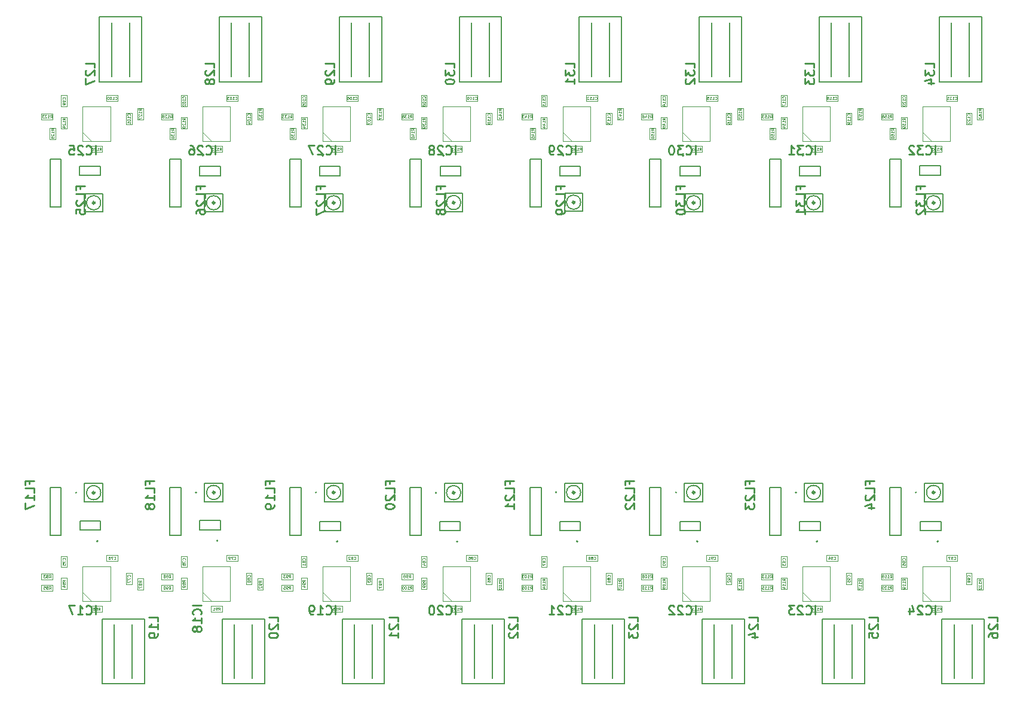
<source format=gbr>
G04 #@! TF.GenerationSoftware,KiCad,Pcbnew,(6.0.2)*
G04 #@! TF.CreationDate,2023-03-14T23:15:21-04:00*
G04 #@! TF.ProjectId,ARTIQAmp,41525449-5141-46d7-902e-6b696361645f,rev?*
G04 #@! TF.SameCoordinates,Original*
G04 #@! TF.FileFunction,AssemblyDrawing,Bot*
%FSLAX46Y46*%
G04 Gerber Fmt 4.6, Leading zero omitted, Abs format (unit mm)*
G04 Created by KiCad (PCBNEW (6.0.2)) date 2023-03-14 23:15:21*
%MOMM*%
%LPD*%
G01*
G04 APERTURE LIST*
%ADD10C,0.060000*%
%ADD11C,0.254000*%
%ADD12C,0.100000*%
%ADD13C,0.127000*%
%ADD14C,0.200000*%
%ADD15C,0.300000*%
%ADD16C,0.150000*%
G04 APERTURE END LIST*
D10*
X58480952Y-56252380D02*
X58290476Y-56119047D01*
X58480952Y-56023809D02*
X58080952Y-56023809D01*
X58080952Y-56176190D01*
X58100000Y-56214285D01*
X58119047Y-56233333D01*
X58157142Y-56252380D01*
X58214285Y-56252380D01*
X58252380Y-56233333D01*
X58271428Y-56214285D01*
X58290476Y-56176190D01*
X58290476Y-56023809D01*
X58480952Y-56633333D02*
X58480952Y-56404761D01*
X58480952Y-56519047D02*
X58080952Y-56519047D01*
X58138095Y-56480952D01*
X58176190Y-56442857D01*
X58195238Y-56404761D01*
X58119047Y-56785714D02*
X58100000Y-56804761D01*
X58080952Y-56842857D01*
X58080952Y-56938095D01*
X58100000Y-56976190D01*
X58119047Y-56995238D01*
X58157142Y-57014285D01*
X58195238Y-57014285D01*
X58252380Y-56995238D01*
X58480952Y-56766666D01*
X58480952Y-57014285D01*
X58214285Y-57357142D02*
X58480952Y-57357142D01*
X58061904Y-57261904D02*
X58347619Y-57166666D01*
X58347619Y-57414285D01*
X188280952Y-54952380D02*
X188090476Y-54819047D01*
X188280952Y-54723809D02*
X187880952Y-54723809D01*
X187880952Y-54876190D01*
X187900000Y-54914285D01*
X187919047Y-54933333D01*
X187957142Y-54952380D01*
X188014285Y-54952380D01*
X188052380Y-54933333D01*
X188071428Y-54914285D01*
X188090476Y-54876190D01*
X188090476Y-54723809D01*
X188280952Y-55333333D02*
X188280952Y-55104761D01*
X188280952Y-55219047D02*
X187880952Y-55219047D01*
X187938095Y-55180952D01*
X187976190Y-55142857D01*
X187995238Y-55104761D01*
X187880952Y-55676190D02*
X187880952Y-55600000D01*
X187900000Y-55561904D01*
X187919047Y-55542857D01*
X187976190Y-55504761D01*
X188052380Y-55485714D01*
X188204761Y-55485714D01*
X188242857Y-55504761D01*
X188261904Y-55523809D01*
X188280952Y-55561904D01*
X188280952Y-55638095D01*
X188261904Y-55676190D01*
X188242857Y-55695238D01*
X188204761Y-55714285D01*
X188109523Y-55714285D01*
X188071428Y-55695238D01*
X188052380Y-55676190D01*
X188033333Y-55638095D01*
X188033333Y-55561904D01*
X188052380Y-55523809D01*
X188071428Y-55504761D01*
X188109523Y-55485714D01*
X187919047Y-55866666D02*
X187900000Y-55885714D01*
X187880952Y-55923809D01*
X187880952Y-56019047D01*
X187900000Y-56057142D01*
X187919047Y-56076190D01*
X187957142Y-56095238D01*
X187995238Y-56095238D01*
X188052380Y-56076190D01*
X188280952Y-55847619D01*
X188280952Y-56095238D01*
X177480952Y-56252380D02*
X177290476Y-56119047D01*
X177480952Y-56023809D02*
X177080952Y-56023809D01*
X177080952Y-56176190D01*
X177100000Y-56214285D01*
X177119047Y-56233333D01*
X177157142Y-56252380D01*
X177214285Y-56252380D01*
X177252380Y-56233333D01*
X177271428Y-56214285D01*
X177290476Y-56176190D01*
X177290476Y-56023809D01*
X177480952Y-56633333D02*
X177480952Y-56404761D01*
X177480952Y-56519047D02*
X177080952Y-56519047D01*
X177138095Y-56480952D01*
X177176190Y-56442857D01*
X177195238Y-56404761D01*
X177080952Y-56995238D02*
X177080952Y-56804761D01*
X177271428Y-56785714D01*
X177252380Y-56804761D01*
X177233333Y-56842857D01*
X177233333Y-56938095D01*
X177252380Y-56976190D01*
X177271428Y-56995238D01*
X177309523Y-57014285D01*
X177404761Y-57014285D01*
X177442857Y-56995238D01*
X177461904Y-56976190D01*
X177480952Y-56938095D01*
X177480952Y-56842857D01*
X177461904Y-56804761D01*
X177442857Y-56785714D01*
X177480952Y-57204761D02*
X177480952Y-57280952D01*
X177461904Y-57319047D01*
X177442857Y-57338095D01*
X177385714Y-57376190D01*
X177309523Y-57395238D01*
X177157142Y-57395238D01*
X177119047Y-57376190D01*
X177100000Y-57357142D01*
X177080952Y-57319047D01*
X177080952Y-57242857D01*
X177100000Y-57204761D01*
X177119047Y-57185714D01*
X177157142Y-57166666D01*
X177252380Y-57166666D01*
X177290476Y-57185714D01*
X177309523Y-57204761D01*
X177328571Y-57242857D01*
X177328571Y-57319047D01*
X177309523Y-57357142D01*
X177290476Y-57376190D01*
X177252380Y-57395238D01*
X171280952Y-54952380D02*
X171090476Y-54819047D01*
X171280952Y-54723809D02*
X170880952Y-54723809D01*
X170880952Y-54876190D01*
X170900000Y-54914285D01*
X170919047Y-54933333D01*
X170957142Y-54952380D01*
X171014285Y-54952380D01*
X171052380Y-54933333D01*
X171071428Y-54914285D01*
X171090476Y-54876190D01*
X171090476Y-54723809D01*
X171280952Y-55333333D02*
X171280952Y-55104761D01*
X171280952Y-55219047D02*
X170880952Y-55219047D01*
X170938095Y-55180952D01*
X170976190Y-55142857D01*
X170995238Y-55104761D01*
X170880952Y-55695238D02*
X170880952Y-55504761D01*
X171071428Y-55485714D01*
X171052380Y-55504761D01*
X171033333Y-55542857D01*
X171033333Y-55638095D01*
X171052380Y-55676190D01*
X171071428Y-55695238D01*
X171109523Y-55714285D01*
X171204761Y-55714285D01*
X171242857Y-55695238D01*
X171261904Y-55676190D01*
X171280952Y-55638095D01*
X171280952Y-55542857D01*
X171261904Y-55504761D01*
X171242857Y-55485714D01*
X170880952Y-55847619D02*
X170880952Y-56114285D01*
X171280952Y-55942857D01*
X160480952Y-56252380D02*
X160290476Y-56119047D01*
X160480952Y-56023809D02*
X160080952Y-56023809D01*
X160080952Y-56176190D01*
X160100000Y-56214285D01*
X160119047Y-56233333D01*
X160157142Y-56252380D01*
X160214285Y-56252380D01*
X160252380Y-56233333D01*
X160271428Y-56214285D01*
X160290476Y-56176190D01*
X160290476Y-56023809D01*
X160480952Y-56633333D02*
X160480952Y-56404761D01*
X160480952Y-56519047D02*
X160080952Y-56519047D01*
X160138095Y-56480952D01*
X160176190Y-56442857D01*
X160195238Y-56404761D01*
X160080952Y-56995238D02*
X160080952Y-56804761D01*
X160271428Y-56785714D01*
X160252380Y-56804761D01*
X160233333Y-56842857D01*
X160233333Y-56938095D01*
X160252380Y-56976190D01*
X160271428Y-56995238D01*
X160309523Y-57014285D01*
X160404761Y-57014285D01*
X160442857Y-56995238D01*
X160461904Y-56976190D01*
X160480952Y-56938095D01*
X160480952Y-56842857D01*
X160461904Y-56804761D01*
X160442857Y-56785714D01*
X160214285Y-57357142D02*
X160480952Y-57357142D01*
X160061904Y-57261904D02*
X160347619Y-57166666D01*
X160347619Y-57414285D01*
X69280952Y-54952380D02*
X69090476Y-54819047D01*
X69280952Y-54723809D02*
X68880952Y-54723809D01*
X68880952Y-54876190D01*
X68900000Y-54914285D01*
X68919047Y-54933333D01*
X68957142Y-54952380D01*
X69014285Y-54952380D01*
X69052380Y-54933333D01*
X69071428Y-54914285D01*
X69090476Y-54876190D01*
X69090476Y-54723809D01*
X69280952Y-55333333D02*
X69280952Y-55104761D01*
X69280952Y-55219047D02*
X68880952Y-55219047D01*
X68938095Y-55180952D01*
X68976190Y-55142857D01*
X68995238Y-55104761D01*
X68919047Y-55485714D02*
X68900000Y-55504761D01*
X68880952Y-55542857D01*
X68880952Y-55638095D01*
X68900000Y-55676190D01*
X68919047Y-55695238D01*
X68957142Y-55714285D01*
X68995238Y-55714285D01*
X69052380Y-55695238D01*
X69280952Y-55466666D01*
X69280952Y-55714285D01*
X68880952Y-55847619D02*
X68880952Y-56114285D01*
X69280952Y-55942857D01*
X154280952Y-54952380D02*
X154090476Y-54819047D01*
X154280952Y-54723809D02*
X153880952Y-54723809D01*
X153880952Y-54876190D01*
X153900000Y-54914285D01*
X153919047Y-54933333D01*
X153957142Y-54952380D01*
X154014285Y-54952380D01*
X154052380Y-54933333D01*
X154071428Y-54914285D01*
X154090476Y-54876190D01*
X154090476Y-54723809D01*
X154280952Y-55333333D02*
X154280952Y-55104761D01*
X154280952Y-55219047D02*
X153880952Y-55219047D01*
X153938095Y-55180952D01*
X153976190Y-55142857D01*
X153995238Y-55104761D01*
X153880952Y-55695238D02*
X153880952Y-55504761D01*
X154071428Y-55485714D01*
X154052380Y-55504761D01*
X154033333Y-55542857D01*
X154033333Y-55638095D01*
X154052380Y-55676190D01*
X154071428Y-55695238D01*
X154109523Y-55714285D01*
X154204761Y-55714285D01*
X154242857Y-55695238D01*
X154261904Y-55676190D01*
X154280952Y-55638095D01*
X154280952Y-55542857D01*
X154261904Y-55504761D01*
X154242857Y-55485714D01*
X153919047Y-55866666D02*
X153900000Y-55885714D01*
X153880952Y-55923809D01*
X153880952Y-56019047D01*
X153900000Y-56057142D01*
X153919047Y-56076190D01*
X153957142Y-56095238D01*
X153995238Y-56095238D01*
X154052380Y-56076190D01*
X154280952Y-55847619D01*
X154280952Y-56095238D01*
X143480952Y-56252380D02*
X143290476Y-56119047D01*
X143480952Y-56023809D02*
X143080952Y-56023809D01*
X143080952Y-56176190D01*
X143100000Y-56214285D01*
X143119047Y-56233333D01*
X143157142Y-56252380D01*
X143214285Y-56252380D01*
X143252380Y-56233333D01*
X143271428Y-56214285D01*
X143290476Y-56176190D01*
X143290476Y-56023809D01*
X143480952Y-56633333D02*
X143480952Y-56404761D01*
X143480952Y-56519047D02*
X143080952Y-56519047D01*
X143138095Y-56480952D01*
X143176190Y-56442857D01*
X143195238Y-56404761D01*
X143214285Y-56976190D02*
X143480952Y-56976190D01*
X143061904Y-56880952D02*
X143347619Y-56785714D01*
X143347619Y-57033333D01*
X143480952Y-57204761D02*
X143480952Y-57280952D01*
X143461904Y-57319047D01*
X143442857Y-57338095D01*
X143385714Y-57376190D01*
X143309523Y-57395238D01*
X143157142Y-57395238D01*
X143119047Y-57376190D01*
X143100000Y-57357142D01*
X143080952Y-57319047D01*
X143080952Y-57242857D01*
X143100000Y-57204761D01*
X143119047Y-57185714D01*
X143157142Y-57166666D01*
X143252380Y-57166666D01*
X143290476Y-57185714D01*
X143309523Y-57204761D01*
X143328571Y-57242857D01*
X143328571Y-57319047D01*
X143309523Y-57357142D01*
X143290476Y-57376190D01*
X143252380Y-57395238D01*
X137280952Y-54952380D02*
X137090476Y-54819047D01*
X137280952Y-54723809D02*
X136880952Y-54723809D01*
X136880952Y-54876190D01*
X136900000Y-54914285D01*
X136919047Y-54933333D01*
X136957142Y-54952380D01*
X137014285Y-54952380D01*
X137052380Y-54933333D01*
X137071428Y-54914285D01*
X137090476Y-54876190D01*
X137090476Y-54723809D01*
X137280952Y-55333333D02*
X137280952Y-55104761D01*
X137280952Y-55219047D02*
X136880952Y-55219047D01*
X136938095Y-55180952D01*
X136976190Y-55142857D01*
X136995238Y-55104761D01*
X137014285Y-55676190D02*
X137280952Y-55676190D01*
X136861904Y-55580952D02*
X137147619Y-55485714D01*
X137147619Y-55733333D01*
X136880952Y-55847619D02*
X136880952Y-56114285D01*
X137280952Y-55942857D01*
X120280952Y-54952380D02*
X120090476Y-54819047D01*
X120280952Y-54723809D02*
X119880952Y-54723809D01*
X119880952Y-54876190D01*
X119900000Y-54914285D01*
X119919047Y-54933333D01*
X119957142Y-54952380D01*
X120014285Y-54952380D01*
X120052380Y-54933333D01*
X120071428Y-54914285D01*
X120090476Y-54876190D01*
X120090476Y-54723809D01*
X120280952Y-55333333D02*
X120280952Y-55104761D01*
X120280952Y-55219047D02*
X119880952Y-55219047D01*
X119938095Y-55180952D01*
X119976190Y-55142857D01*
X119995238Y-55104761D01*
X120014285Y-55676190D02*
X120280952Y-55676190D01*
X119861904Y-55580952D02*
X120147619Y-55485714D01*
X120147619Y-55733333D01*
X119919047Y-55866666D02*
X119900000Y-55885714D01*
X119880952Y-55923809D01*
X119880952Y-56019047D01*
X119900000Y-56057142D01*
X119919047Y-56076190D01*
X119957142Y-56095238D01*
X119995238Y-56095238D01*
X120052380Y-56076190D01*
X120280952Y-55847619D01*
X120280952Y-56095238D01*
X109480952Y-56252380D02*
X109290476Y-56119047D01*
X109480952Y-56023809D02*
X109080952Y-56023809D01*
X109080952Y-56176190D01*
X109100000Y-56214285D01*
X109119047Y-56233333D01*
X109157142Y-56252380D01*
X109214285Y-56252380D01*
X109252380Y-56233333D01*
X109271428Y-56214285D01*
X109290476Y-56176190D01*
X109290476Y-56023809D01*
X109480952Y-56633333D02*
X109480952Y-56404761D01*
X109480952Y-56519047D02*
X109080952Y-56519047D01*
X109138095Y-56480952D01*
X109176190Y-56442857D01*
X109195238Y-56404761D01*
X109080952Y-56766666D02*
X109080952Y-57014285D01*
X109233333Y-56880952D01*
X109233333Y-56938095D01*
X109252380Y-56976190D01*
X109271428Y-56995238D01*
X109309523Y-57014285D01*
X109404761Y-57014285D01*
X109442857Y-56995238D01*
X109461904Y-56976190D01*
X109480952Y-56938095D01*
X109480952Y-56823809D01*
X109461904Y-56785714D01*
X109442857Y-56766666D01*
X109480952Y-57204761D02*
X109480952Y-57280952D01*
X109461904Y-57319047D01*
X109442857Y-57338095D01*
X109385714Y-57376190D01*
X109309523Y-57395238D01*
X109157142Y-57395238D01*
X109119047Y-57376190D01*
X109100000Y-57357142D01*
X109080952Y-57319047D01*
X109080952Y-57242857D01*
X109100000Y-57204761D01*
X109119047Y-57185714D01*
X109157142Y-57166666D01*
X109252380Y-57166666D01*
X109290476Y-57185714D01*
X109309523Y-57204761D01*
X109328571Y-57242857D01*
X109328571Y-57319047D01*
X109309523Y-57357142D01*
X109290476Y-57376190D01*
X109252380Y-57395238D01*
X75480952Y-56252380D02*
X75290476Y-56119047D01*
X75480952Y-56023809D02*
X75080952Y-56023809D01*
X75080952Y-56176190D01*
X75100000Y-56214285D01*
X75119047Y-56233333D01*
X75157142Y-56252380D01*
X75214285Y-56252380D01*
X75252380Y-56233333D01*
X75271428Y-56214285D01*
X75290476Y-56176190D01*
X75290476Y-56023809D01*
X75480952Y-56633333D02*
X75480952Y-56404761D01*
X75480952Y-56519047D02*
X75080952Y-56519047D01*
X75138095Y-56480952D01*
X75176190Y-56442857D01*
X75195238Y-56404761D01*
X75119047Y-56785714D02*
X75100000Y-56804761D01*
X75080952Y-56842857D01*
X75080952Y-56938095D01*
X75100000Y-56976190D01*
X75119047Y-56995238D01*
X75157142Y-57014285D01*
X75195238Y-57014285D01*
X75252380Y-56995238D01*
X75480952Y-56766666D01*
X75480952Y-57014285D01*
X75480952Y-57204761D02*
X75480952Y-57280952D01*
X75461904Y-57319047D01*
X75442857Y-57338095D01*
X75385714Y-57376190D01*
X75309523Y-57395238D01*
X75157142Y-57395238D01*
X75119047Y-57376190D01*
X75100000Y-57357142D01*
X75080952Y-57319047D01*
X75080952Y-57242857D01*
X75100000Y-57204761D01*
X75119047Y-57185714D01*
X75157142Y-57166666D01*
X75252380Y-57166666D01*
X75290476Y-57185714D01*
X75309523Y-57204761D01*
X75328571Y-57242857D01*
X75328571Y-57319047D01*
X75309523Y-57357142D01*
X75290476Y-57376190D01*
X75252380Y-57395238D01*
X103280952Y-54952380D02*
X103090476Y-54819047D01*
X103280952Y-54723809D02*
X102880952Y-54723809D01*
X102880952Y-54876190D01*
X102900000Y-54914285D01*
X102919047Y-54933333D01*
X102957142Y-54952380D01*
X103014285Y-54952380D01*
X103052380Y-54933333D01*
X103071428Y-54914285D01*
X103090476Y-54876190D01*
X103090476Y-54723809D01*
X103280952Y-55333333D02*
X103280952Y-55104761D01*
X103280952Y-55219047D02*
X102880952Y-55219047D01*
X102938095Y-55180952D01*
X102976190Y-55142857D01*
X102995238Y-55104761D01*
X102880952Y-55466666D02*
X102880952Y-55714285D01*
X103033333Y-55580952D01*
X103033333Y-55638095D01*
X103052380Y-55676190D01*
X103071428Y-55695238D01*
X103109523Y-55714285D01*
X103204761Y-55714285D01*
X103242857Y-55695238D01*
X103261904Y-55676190D01*
X103280952Y-55638095D01*
X103280952Y-55523809D01*
X103261904Y-55485714D01*
X103242857Y-55466666D01*
X102880952Y-55847619D02*
X102880952Y-56114285D01*
X103280952Y-55942857D01*
X126480952Y-56252380D02*
X126290476Y-56119047D01*
X126480952Y-56023809D02*
X126080952Y-56023809D01*
X126080952Y-56176190D01*
X126100000Y-56214285D01*
X126119047Y-56233333D01*
X126157142Y-56252380D01*
X126214285Y-56252380D01*
X126252380Y-56233333D01*
X126271428Y-56214285D01*
X126290476Y-56176190D01*
X126290476Y-56023809D01*
X126480952Y-56633333D02*
X126480952Y-56404761D01*
X126480952Y-56519047D02*
X126080952Y-56519047D01*
X126138095Y-56480952D01*
X126176190Y-56442857D01*
X126195238Y-56404761D01*
X126214285Y-56976190D02*
X126480952Y-56976190D01*
X126061904Y-56880952D02*
X126347619Y-56785714D01*
X126347619Y-57033333D01*
X126214285Y-57357142D02*
X126480952Y-57357142D01*
X126061904Y-57261904D02*
X126347619Y-57166666D01*
X126347619Y-57414285D01*
X92480952Y-56252380D02*
X92290476Y-56119047D01*
X92480952Y-56023809D02*
X92080952Y-56023809D01*
X92080952Y-56176190D01*
X92100000Y-56214285D01*
X92119047Y-56233333D01*
X92157142Y-56252380D01*
X92214285Y-56252380D01*
X92252380Y-56233333D01*
X92271428Y-56214285D01*
X92290476Y-56176190D01*
X92290476Y-56023809D01*
X92480952Y-56633333D02*
X92480952Y-56404761D01*
X92480952Y-56519047D02*
X92080952Y-56519047D01*
X92138095Y-56480952D01*
X92176190Y-56442857D01*
X92195238Y-56404761D01*
X92080952Y-56766666D02*
X92080952Y-57014285D01*
X92233333Y-56880952D01*
X92233333Y-56938095D01*
X92252380Y-56976190D01*
X92271428Y-56995238D01*
X92309523Y-57014285D01*
X92404761Y-57014285D01*
X92442857Y-56995238D01*
X92461904Y-56976190D01*
X92480952Y-56938095D01*
X92480952Y-56823809D01*
X92461904Y-56785714D01*
X92442857Y-56766666D01*
X92214285Y-57357142D02*
X92480952Y-57357142D01*
X92061904Y-57261904D02*
X92347619Y-57166666D01*
X92347619Y-57414285D01*
X86280952Y-54952380D02*
X86090476Y-54819047D01*
X86280952Y-54723809D02*
X85880952Y-54723809D01*
X85880952Y-54876190D01*
X85900000Y-54914285D01*
X85919047Y-54933333D01*
X85957142Y-54952380D01*
X86014285Y-54952380D01*
X86052380Y-54933333D01*
X86071428Y-54914285D01*
X86090476Y-54876190D01*
X86090476Y-54723809D01*
X86280952Y-55333333D02*
X86280952Y-55104761D01*
X86280952Y-55219047D02*
X85880952Y-55219047D01*
X85938095Y-55180952D01*
X85976190Y-55142857D01*
X85995238Y-55104761D01*
X85880952Y-55466666D02*
X85880952Y-55714285D01*
X86033333Y-55580952D01*
X86033333Y-55638095D01*
X86052380Y-55676190D01*
X86071428Y-55695238D01*
X86109523Y-55714285D01*
X86204761Y-55714285D01*
X86242857Y-55695238D01*
X86261904Y-55676190D01*
X86280952Y-55638095D01*
X86280952Y-55523809D01*
X86261904Y-55485714D01*
X86242857Y-55466666D01*
X85919047Y-55866666D02*
X85900000Y-55885714D01*
X85880952Y-55923809D01*
X85880952Y-56019047D01*
X85900000Y-56057142D01*
X85919047Y-56076190D01*
X85957142Y-56095238D01*
X85995238Y-56095238D01*
X86052380Y-56076190D01*
X86280952Y-55847619D01*
X86280952Y-56095238D01*
D11*
X147574523Y-48883571D02*
X147574523Y-48278809D01*
X146304523Y-48278809D01*
X146304523Y-49185952D02*
X146304523Y-49972142D01*
X146788333Y-49548809D01*
X146788333Y-49730238D01*
X146848809Y-49851190D01*
X146909285Y-49911666D01*
X147030238Y-49972142D01*
X147332619Y-49972142D01*
X147453571Y-49911666D01*
X147514047Y-49851190D01*
X147574523Y-49730238D01*
X147574523Y-49367380D01*
X147514047Y-49246428D01*
X147453571Y-49185952D01*
X146425476Y-50455952D02*
X146365000Y-50516428D01*
X146304523Y-50637380D01*
X146304523Y-50939761D01*
X146365000Y-51060714D01*
X146425476Y-51121190D01*
X146546428Y-51181666D01*
X146667380Y-51181666D01*
X146848809Y-51121190D01*
X147574523Y-50395476D01*
X147574523Y-51181666D01*
X113574523Y-48883571D02*
X113574523Y-48278809D01*
X112304523Y-48278809D01*
X112304523Y-49185952D02*
X112304523Y-49972142D01*
X112788333Y-49548809D01*
X112788333Y-49730238D01*
X112848809Y-49851190D01*
X112909285Y-49911666D01*
X113030238Y-49972142D01*
X113332619Y-49972142D01*
X113453571Y-49911666D01*
X113514047Y-49851190D01*
X113574523Y-49730238D01*
X113574523Y-49367380D01*
X113514047Y-49246428D01*
X113453571Y-49185952D01*
X112304523Y-50758333D02*
X112304523Y-50879285D01*
X112365000Y-51000238D01*
X112425476Y-51060714D01*
X112546428Y-51121190D01*
X112788333Y-51181666D01*
X113090714Y-51181666D01*
X113332619Y-51121190D01*
X113453571Y-51060714D01*
X113514047Y-51000238D01*
X113574523Y-50879285D01*
X113574523Y-50758333D01*
X113514047Y-50637380D01*
X113453571Y-50576904D01*
X113332619Y-50516428D01*
X113090714Y-50455952D01*
X112788333Y-50455952D01*
X112546428Y-50516428D01*
X112425476Y-50576904D01*
X112365000Y-50637380D01*
X112304523Y-50758333D01*
X96574523Y-48883571D02*
X96574523Y-48278809D01*
X95304523Y-48278809D01*
X95425476Y-49246428D02*
X95365000Y-49306904D01*
X95304523Y-49427857D01*
X95304523Y-49730238D01*
X95365000Y-49851190D01*
X95425476Y-49911666D01*
X95546428Y-49972142D01*
X95667380Y-49972142D01*
X95848809Y-49911666D01*
X96574523Y-49185952D01*
X96574523Y-49972142D01*
X96574523Y-50576904D02*
X96574523Y-50818809D01*
X96514047Y-50939761D01*
X96453571Y-51000238D01*
X96272142Y-51121190D01*
X96030238Y-51181666D01*
X95546428Y-51181666D01*
X95425476Y-51121190D01*
X95365000Y-51060714D01*
X95304523Y-50939761D01*
X95304523Y-50697857D01*
X95365000Y-50576904D01*
X95425476Y-50516428D01*
X95546428Y-50455952D01*
X95848809Y-50455952D01*
X95969761Y-50516428D01*
X96030238Y-50576904D01*
X96090714Y-50697857D01*
X96090714Y-50939761D01*
X96030238Y-51060714D01*
X95969761Y-51121190D01*
X95848809Y-51181666D01*
X62574523Y-48883571D02*
X62574523Y-48278809D01*
X61304523Y-48278809D01*
X61425476Y-49246428D02*
X61365000Y-49306904D01*
X61304523Y-49427857D01*
X61304523Y-49730238D01*
X61365000Y-49851190D01*
X61425476Y-49911666D01*
X61546428Y-49972142D01*
X61667380Y-49972142D01*
X61848809Y-49911666D01*
X62574523Y-49185952D01*
X62574523Y-49972142D01*
X61304523Y-50395476D02*
X61304523Y-51242142D01*
X62574523Y-50697857D01*
X130574523Y-48883571D02*
X130574523Y-48278809D01*
X129304523Y-48278809D01*
X129304523Y-49185952D02*
X129304523Y-49972142D01*
X129788333Y-49548809D01*
X129788333Y-49730238D01*
X129848809Y-49851190D01*
X129909285Y-49911666D01*
X130030238Y-49972142D01*
X130332619Y-49972142D01*
X130453571Y-49911666D01*
X130514047Y-49851190D01*
X130574523Y-49730238D01*
X130574523Y-49367380D01*
X130514047Y-49246428D01*
X130453571Y-49185952D01*
X130574523Y-51181666D02*
X130574523Y-50455952D01*
X130574523Y-50818809D02*
X129304523Y-50818809D01*
X129485952Y-50697857D01*
X129606904Y-50576904D01*
X129667380Y-50455952D01*
X79574523Y-48883571D02*
X79574523Y-48278809D01*
X78304523Y-48278809D01*
X78425476Y-49246428D02*
X78365000Y-49306904D01*
X78304523Y-49427857D01*
X78304523Y-49730238D01*
X78365000Y-49851190D01*
X78425476Y-49911666D01*
X78546428Y-49972142D01*
X78667380Y-49972142D01*
X78848809Y-49911666D01*
X79574523Y-49185952D01*
X79574523Y-49972142D01*
X78848809Y-50697857D02*
X78788333Y-50576904D01*
X78727857Y-50516428D01*
X78606904Y-50455952D01*
X78546428Y-50455952D01*
X78425476Y-50516428D01*
X78365000Y-50576904D01*
X78304523Y-50697857D01*
X78304523Y-50939761D01*
X78365000Y-51060714D01*
X78425476Y-51121190D01*
X78546428Y-51181666D01*
X78606904Y-51181666D01*
X78727857Y-51121190D01*
X78788333Y-51060714D01*
X78848809Y-50939761D01*
X78848809Y-50697857D01*
X78909285Y-50576904D01*
X78969761Y-50516428D01*
X79090714Y-50455952D01*
X79332619Y-50455952D01*
X79453571Y-50516428D01*
X79514047Y-50576904D01*
X79574523Y-50697857D01*
X79574523Y-50939761D01*
X79514047Y-51060714D01*
X79453571Y-51121190D01*
X79332619Y-51181666D01*
X79090714Y-51181666D01*
X78969761Y-51121190D01*
X78909285Y-51060714D01*
X78848809Y-50939761D01*
X164574523Y-48883571D02*
X164574523Y-48278809D01*
X163304523Y-48278809D01*
X163304523Y-49185952D02*
X163304523Y-49972142D01*
X163788333Y-49548809D01*
X163788333Y-49730238D01*
X163848809Y-49851190D01*
X163909285Y-49911666D01*
X164030238Y-49972142D01*
X164332619Y-49972142D01*
X164453571Y-49911666D01*
X164514047Y-49851190D01*
X164574523Y-49730238D01*
X164574523Y-49367380D01*
X164514047Y-49246428D01*
X164453571Y-49185952D01*
X163304523Y-50395476D02*
X163304523Y-51181666D01*
X163788333Y-50758333D01*
X163788333Y-50939761D01*
X163848809Y-51060714D01*
X163909285Y-51121190D01*
X164030238Y-51181666D01*
X164332619Y-51181666D01*
X164453571Y-51121190D01*
X164514047Y-51060714D01*
X164574523Y-50939761D01*
X164574523Y-50576904D01*
X164514047Y-50455952D01*
X164453571Y-50395476D01*
X181574523Y-48883571D02*
X181574523Y-48278809D01*
X180304523Y-48278809D01*
X180304523Y-49185952D02*
X180304523Y-49972142D01*
X180788333Y-49548809D01*
X180788333Y-49730238D01*
X180848809Y-49851190D01*
X180909285Y-49911666D01*
X181030238Y-49972142D01*
X181332619Y-49972142D01*
X181453571Y-49911666D01*
X181514047Y-49851190D01*
X181574523Y-49730238D01*
X181574523Y-49367380D01*
X181514047Y-49246428D01*
X181453571Y-49185952D01*
X180727857Y-51060714D02*
X181574523Y-51060714D01*
X180244047Y-50758333D02*
X181151190Y-50455952D01*
X181151190Y-51242142D01*
D10*
X131347619Y-60580952D02*
X131480952Y-60390476D01*
X131576190Y-60580952D02*
X131576190Y-60180952D01*
X131423809Y-60180952D01*
X131385714Y-60200000D01*
X131366666Y-60219047D01*
X131347619Y-60257142D01*
X131347619Y-60314285D01*
X131366666Y-60352380D01*
X131385714Y-60371428D01*
X131423809Y-60390476D01*
X131576190Y-60390476D01*
X130966666Y-60580952D02*
X131195238Y-60580952D01*
X131080952Y-60580952D02*
X131080952Y-60180952D01*
X131119047Y-60238095D01*
X131157142Y-60276190D01*
X131195238Y-60295238D01*
X130623809Y-60314285D02*
X130623809Y-60580952D01*
X130719047Y-60161904D02*
X130814285Y-60447619D01*
X130566666Y-60447619D01*
X130242857Y-60180952D02*
X130319047Y-60180952D01*
X130357142Y-60200000D01*
X130376190Y-60219047D01*
X130414285Y-60276190D01*
X130433333Y-60352380D01*
X130433333Y-60504761D01*
X130414285Y-60542857D01*
X130395238Y-60561904D01*
X130357142Y-60580952D01*
X130280952Y-60580952D01*
X130242857Y-60561904D01*
X130223809Y-60542857D01*
X130204761Y-60504761D01*
X130204761Y-60409523D01*
X130223809Y-60371428D01*
X130242857Y-60352380D01*
X130280952Y-60333333D01*
X130357142Y-60333333D01*
X130395238Y-60352380D01*
X130414285Y-60371428D01*
X130433333Y-60409523D01*
X141347619Y-55980952D02*
X141480952Y-55790476D01*
X141576190Y-55980952D02*
X141576190Y-55580952D01*
X141423809Y-55580952D01*
X141385714Y-55600000D01*
X141366666Y-55619047D01*
X141347619Y-55657142D01*
X141347619Y-55714285D01*
X141366666Y-55752380D01*
X141385714Y-55771428D01*
X141423809Y-55790476D01*
X141576190Y-55790476D01*
X140966666Y-55980952D02*
X141195238Y-55980952D01*
X141080952Y-55980952D02*
X141080952Y-55580952D01*
X141119047Y-55638095D01*
X141157142Y-55676190D01*
X141195238Y-55695238D01*
X140623809Y-55714285D02*
X140623809Y-55980952D01*
X140719047Y-55561904D02*
X140814285Y-55847619D01*
X140566666Y-55847619D01*
X140357142Y-55752380D02*
X140395238Y-55733333D01*
X140414285Y-55714285D01*
X140433333Y-55676190D01*
X140433333Y-55657142D01*
X140414285Y-55619047D01*
X140395238Y-55600000D01*
X140357142Y-55580952D01*
X140280952Y-55580952D01*
X140242857Y-55600000D01*
X140223809Y-55619047D01*
X140204761Y-55657142D01*
X140204761Y-55676190D01*
X140223809Y-55714285D01*
X140242857Y-55733333D01*
X140280952Y-55752380D01*
X140357142Y-55752380D01*
X140395238Y-55771428D01*
X140414285Y-55790476D01*
X140433333Y-55828571D01*
X140433333Y-55904761D01*
X140414285Y-55942857D01*
X140395238Y-55961904D01*
X140357142Y-55980952D01*
X140280952Y-55980952D01*
X140242857Y-55961904D01*
X140223809Y-55942857D01*
X140204761Y-55904761D01*
X140204761Y-55828571D01*
X140223809Y-55790476D01*
X140242857Y-55771428D01*
X140280952Y-55752380D01*
X114347619Y-60580952D02*
X114480952Y-60390476D01*
X114576190Y-60580952D02*
X114576190Y-60180952D01*
X114423809Y-60180952D01*
X114385714Y-60200000D01*
X114366666Y-60219047D01*
X114347619Y-60257142D01*
X114347619Y-60314285D01*
X114366666Y-60352380D01*
X114385714Y-60371428D01*
X114423809Y-60390476D01*
X114576190Y-60390476D01*
X113966666Y-60580952D02*
X114195238Y-60580952D01*
X114080952Y-60580952D02*
X114080952Y-60180952D01*
X114119047Y-60238095D01*
X114157142Y-60276190D01*
X114195238Y-60295238D01*
X113623809Y-60314285D02*
X113623809Y-60580952D01*
X113719047Y-60161904D02*
X113814285Y-60447619D01*
X113566666Y-60447619D01*
X113204761Y-60580952D02*
X113433333Y-60580952D01*
X113319047Y-60580952D02*
X113319047Y-60180952D01*
X113357142Y-60238095D01*
X113395238Y-60276190D01*
X113433333Y-60295238D01*
X90347619Y-55980952D02*
X90480952Y-55790476D01*
X90576190Y-55980952D02*
X90576190Y-55580952D01*
X90423809Y-55580952D01*
X90385714Y-55600000D01*
X90366666Y-55619047D01*
X90347619Y-55657142D01*
X90347619Y-55714285D01*
X90366666Y-55752380D01*
X90385714Y-55771428D01*
X90423809Y-55790476D01*
X90576190Y-55790476D01*
X89966666Y-55980952D02*
X90195238Y-55980952D01*
X90080952Y-55980952D02*
X90080952Y-55580952D01*
X90119047Y-55638095D01*
X90157142Y-55676190D01*
X90195238Y-55695238D01*
X89833333Y-55580952D02*
X89585714Y-55580952D01*
X89719047Y-55733333D01*
X89661904Y-55733333D01*
X89623809Y-55752380D01*
X89604761Y-55771428D01*
X89585714Y-55809523D01*
X89585714Y-55904761D01*
X89604761Y-55942857D01*
X89623809Y-55961904D01*
X89661904Y-55980952D01*
X89776190Y-55980952D01*
X89814285Y-55961904D01*
X89833333Y-55942857D01*
X89452380Y-55580952D02*
X89204761Y-55580952D01*
X89338095Y-55733333D01*
X89280952Y-55733333D01*
X89242857Y-55752380D01*
X89223809Y-55771428D01*
X89204761Y-55809523D01*
X89204761Y-55904761D01*
X89223809Y-55942857D01*
X89242857Y-55961904D01*
X89280952Y-55980952D01*
X89395238Y-55980952D01*
X89433333Y-55961904D01*
X89452380Y-55942857D01*
X73347619Y-55980952D02*
X73480952Y-55790476D01*
X73576190Y-55980952D02*
X73576190Y-55580952D01*
X73423809Y-55580952D01*
X73385714Y-55600000D01*
X73366666Y-55619047D01*
X73347619Y-55657142D01*
X73347619Y-55714285D01*
X73366666Y-55752380D01*
X73385714Y-55771428D01*
X73423809Y-55790476D01*
X73576190Y-55790476D01*
X72966666Y-55980952D02*
X73195238Y-55980952D01*
X73080952Y-55980952D02*
X73080952Y-55580952D01*
X73119047Y-55638095D01*
X73157142Y-55676190D01*
X73195238Y-55695238D01*
X72814285Y-55619047D02*
X72795238Y-55600000D01*
X72757142Y-55580952D01*
X72661904Y-55580952D01*
X72623809Y-55600000D01*
X72604761Y-55619047D01*
X72585714Y-55657142D01*
X72585714Y-55695238D01*
X72604761Y-55752380D01*
X72833333Y-55980952D01*
X72585714Y-55980952D01*
X72357142Y-55752380D02*
X72395238Y-55733333D01*
X72414285Y-55714285D01*
X72433333Y-55676190D01*
X72433333Y-55657142D01*
X72414285Y-55619047D01*
X72395238Y-55600000D01*
X72357142Y-55580952D01*
X72280952Y-55580952D01*
X72242857Y-55600000D01*
X72223809Y-55619047D01*
X72204761Y-55657142D01*
X72204761Y-55676190D01*
X72223809Y-55714285D01*
X72242857Y-55733333D01*
X72280952Y-55752380D01*
X72357142Y-55752380D01*
X72395238Y-55771428D01*
X72414285Y-55790476D01*
X72433333Y-55828571D01*
X72433333Y-55904761D01*
X72414285Y-55942857D01*
X72395238Y-55961904D01*
X72357142Y-55980952D01*
X72280952Y-55980952D01*
X72242857Y-55961904D01*
X72223809Y-55942857D01*
X72204761Y-55904761D01*
X72204761Y-55828571D01*
X72223809Y-55790476D01*
X72242857Y-55771428D01*
X72280952Y-55752380D01*
X97347619Y-60580952D02*
X97480952Y-60390476D01*
X97576190Y-60580952D02*
X97576190Y-60180952D01*
X97423809Y-60180952D01*
X97385714Y-60200000D01*
X97366666Y-60219047D01*
X97347619Y-60257142D01*
X97347619Y-60314285D01*
X97366666Y-60352380D01*
X97385714Y-60371428D01*
X97423809Y-60390476D01*
X97576190Y-60390476D01*
X96966666Y-60580952D02*
X97195238Y-60580952D01*
X97080952Y-60580952D02*
X97080952Y-60180952D01*
X97119047Y-60238095D01*
X97157142Y-60276190D01*
X97195238Y-60295238D01*
X96833333Y-60180952D02*
X96585714Y-60180952D01*
X96719047Y-60333333D01*
X96661904Y-60333333D01*
X96623809Y-60352380D01*
X96604761Y-60371428D01*
X96585714Y-60409523D01*
X96585714Y-60504761D01*
X96604761Y-60542857D01*
X96623809Y-60561904D01*
X96661904Y-60580952D01*
X96776190Y-60580952D01*
X96814285Y-60561904D01*
X96833333Y-60542857D01*
X96242857Y-60180952D02*
X96319047Y-60180952D01*
X96357142Y-60200000D01*
X96376190Y-60219047D01*
X96414285Y-60276190D01*
X96433333Y-60352380D01*
X96433333Y-60504761D01*
X96414285Y-60542857D01*
X96395238Y-60561904D01*
X96357142Y-60580952D01*
X96280952Y-60580952D01*
X96242857Y-60561904D01*
X96223809Y-60542857D01*
X96204761Y-60504761D01*
X96204761Y-60409523D01*
X96223809Y-60371428D01*
X96242857Y-60352380D01*
X96280952Y-60333333D01*
X96357142Y-60333333D01*
X96395238Y-60352380D01*
X96414285Y-60371428D01*
X96433333Y-60409523D01*
X80347619Y-60580952D02*
X80480952Y-60390476D01*
X80576190Y-60580952D02*
X80576190Y-60180952D01*
X80423809Y-60180952D01*
X80385714Y-60200000D01*
X80366666Y-60219047D01*
X80347619Y-60257142D01*
X80347619Y-60314285D01*
X80366666Y-60352380D01*
X80385714Y-60371428D01*
X80423809Y-60390476D01*
X80576190Y-60390476D01*
X79966666Y-60580952D02*
X80195238Y-60580952D01*
X80080952Y-60580952D02*
X80080952Y-60180952D01*
X80119047Y-60238095D01*
X80157142Y-60276190D01*
X80195238Y-60295238D01*
X79833333Y-60180952D02*
X79585714Y-60180952D01*
X79719047Y-60333333D01*
X79661904Y-60333333D01*
X79623809Y-60352380D01*
X79604761Y-60371428D01*
X79585714Y-60409523D01*
X79585714Y-60504761D01*
X79604761Y-60542857D01*
X79623809Y-60561904D01*
X79661904Y-60580952D01*
X79776190Y-60580952D01*
X79814285Y-60561904D01*
X79833333Y-60542857D01*
X79204761Y-60580952D02*
X79433333Y-60580952D01*
X79319047Y-60580952D02*
X79319047Y-60180952D01*
X79357142Y-60238095D01*
X79395238Y-60276190D01*
X79433333Y-60295238D01*
X73880952Y-57752380D02*
X73690476Y-57619047D01*
X73880952Y-57523809D02*
X73480952Y-57523809D01*
X73480952Y-57676190D01*
X73500000Y-57714285D01*
X73519047Y-57733333D01*
X73557142Y-57752380D01*
X73614285Y-57752380D01*
X73652380Y-57733333D01*
X73671428Y-57714285D01*
X73690476Y-57676190D01*
X73690476Y-57523809D01*
X73880952Y-58133333D02*
X73880952Y-57904761D01*
X73880952Y-58019047D02*
X73480952Y-58019047D01*
X73538095Y-57980952D01*
X73576190Y-57942857D01*
X73595238Y-57904761D01*
X73480952Y-58266666D02*
X73480952Y-58514285D01*
X73633333Y-58380952D01*
X73633333Y-58438095D01*
X73652380Y-58476190D01*
X73671428Y-58495238D01*
X73709523Y-58514285D01*
X73804761Y-58514285D01*
X73842857Y-58495238D01*
X73861904Y-58476190D01*
X73880952Y-58438095D01*
X73880952Y-58323809D01*
X73861904Y-58285714D01*
X73842857Y-58266666D01*
X73480952Y-58761904D02*
X73480952Y-58800000D01*
X73500000Y-58838095D01*
X73519047Y-58857142D01*
X73557142Y-58876190D01*
X73633333Y-58895238D01*
X73728571Y-58895238D01*
X73804761Y-58876190D01*
X73842857Y-58857142D01*
X73861904Y-58838095D01*
X73880952Y-58800000D01*
X73880952Y-58761904D01*
X73861904Y-58723809D01*
X73842857Y-58704761D01*
X73804761Y-58685714D01*
X73728571Y-58666666D01*
X73633333Y-58666666D01*
X73557142Y-58685714D01*
X73519047Y-58704761D01*
X73500000Y-58723809D01*
X73480952Y-58761904D01*
X148347619Y-60580952D02*
X148480952Y-60390476D01*
X148576190Y-60580952D02*
X148576190Y-60180952D01*
X148423809Y-60180952D01*
X148385714Y-60200000D01*
X148366666Y-60219047D01*
X148347619Y-60257142D01*
X148347619Y-60314285D01*
X148366666Y-60352380D01*
X148385714Y-60371428D01*
X148423809Y-60390476D01*
X148576190Y-60390476D01*
X147966666Y-60580952D02*
X148195238Y-60580952D01*
X148080952Y-60580952D02*
X148080952Y-60180952D01*
X148119047Y-60238095D01*
X148157142Y-60276190D01*
X148195238Y-60295238D01*
X147604761Y-60180952D02*
X147795238Y-60180952D01*
X147814285Y-60371428D01*
X147795238Y-60352380D01*
X147757142Y-60333333D01*
X147661904Y-60333333D01*
X147623809Y-60352380D01*
X147604761Y-60371428D01*
X147585714Y-60409523D01*
X147585714Y-60504761D01*
X147604761Y-60542857D01*
X147623809Y-60561904D01*
X147661904Y-60580952D01*
X147757142Y-60580952D01*
X147795238Y-60561904D01*
X147814285Y-60542857D01*
X147204761Y-60580952D02*
X147433333Y-60580952D01*
X147319047Y-60580952D02*
X147319047Y-60180952D01*
X147357142Y-60238095D01*
X147395238Y-60276190D01*
X147433333Y-60295238D01*
X107347619Y-55980952D02*
X107480952Y-55790476D01*
X107576190Y-55980952D02*
X107576190Y-55580952D01*
X107423809Y-55580952D01*
X107385714Y-55600000D01*
X107366666Y-55619047D01*
X107347619Y-55657142D01*
X107347619Y-55714285D01*
X107366666Y-55752380D01*
X107385714Y-55771428D01*
X107423809Y-55790476D01*
X107576190Y-55790476D01*
X106966666Y-55980952D02*
X107195238Y-55980952D01*
X107080952Y-55980952D02*
X107080952Y-55580952D01*
X107119047Y-55638095D01*
X107157142Y-55676190D01*
X107195238Y-55695238D01*
X106833333Y-55580952D02*
X106585714Y-55580952D01*
X106719047Y-55733333D01*
X106661904Y-55733333D01*
X106623809Y-55752380D01*
X106604761Y-55771428D01*
X106585714Y-55809523D01*
X106585714Y-55904761D01*
X106604761Y-55942857D01*
X106623809Y-55961904D01*
X106661904Y-55980952D01*
X106776190Y-55980952D01*
X106814285Y-55961904D01*
X106833333Y-55942857D01*
X106357142Y-55752380D02*
X106395238Y-55733333D01*
X106414285Y-55714285D01*
X106433333Y-55676190D01*
X106433333Y-55657142D01*
X106414285Y-55619047D01*
X106395238Y-55600000D01*
X106357142Y-55580952D01*
X106280952Y-55580952D01*
X106242857Y-55600000D01*
X106223809Y-55619047D01*
X106204761Y-55657142D01*
X106204761Y-55676190D01*
X106223809Y-55714285D01*
X106242857Y-55733333D01*
X106280952Y-55752380D01*
X106357142Y-55752380D01*
X106395238Y-55771428D01*
X106414285Y-55790476D01*
X106433333Y-55828571D01*
X106433333Y-55904761D01*
X106414285Y-55942857D01*
X106395238Y-55961904D01*
X106357142Y-55980952D01*
X106280952Y-55980952D01*
X106242857Y-55961904D01*
X106223809Y-55942857D01*
X106204761Y-55904761D01*
X106204761Y-55828571D01*
X106223809Y-55790476D01*
X106242857Y-55771428D01*
X106280952Y-55752380D01*
X107880952Y-57752380D02*
X107690476Y-57619047D01*
X107880952Y-57523809D02*
X107480952Y-57523809D01*
X107480952Y-57676190D01*
X107500000Y-57714285D01*
X107519047Y-57733333D01*
X107557142Y-57752380D01*
X107614285Y-57752380D01*
X107652380Y-57733333D01*
X107671428Y-57714285D01*
X107690476Y-57676190D01*
X107690476Y-57523809D01*
X107880952Y-58133333D02*
X107880952Y-57904761D01*
X107880952Y-58019047D02*
X107480952Y-58019047D01*
X107538095Y-57980952D01*
X107576190Y-57942857D01*
X107595238Y-57904761D01*
X107614285Y-58476190D02*
X107880952Y-58476190D01*
X107461904Y-58380952D02*
X107747619Y-58285714D01*
X107747619Y-58533333D01*
X107480952Y-58761904D02*
X107480952Y-58800000D01*
X107500000Y-58838095D01*
X107519047Y-58857142D01*
X107557142Y-58876190D01*
X107633333Y-58895238D01*
X107728571Y-58895238D01*
X107804761Y-58876190D01*
X107842857Y-58857142D01*
X107861904Y-58838095D01*
X107880952Y-58800000D01*
X107880952Y-58761904D01*
X107861904Y-58723809D01*
X107842857Y-58704761D01*
X107804761Y-58685714D01*
X107728571Y-58666666D01*
X107633333Y-58666666D01*
X107557142Y-58685714D01*
X107519047Y-58704761D01*
X107500000Y-58723809D01*
X107480952Y-58761904D01*
X124880952Y-57752380D02*
X124690476Y-57619047D01*
X124880952Y-57523809D02*
X124480952Y-57523809D01*
X124480952Y-57676190D01*
X124500000Y-57714285D01*
X124519047Y-57733333D01*
X124557142Y-57752380D01*
X124614285Y-57752380D01*
X124652380Y-57733333D01*
X124671428Y-57714285D01*
X124690476Y-57676190D01*
X124690476Y-57523809D01*
X124880952Y-58133333D02*
X124880952Y-57904761D01*
X124880952Y-58019047D02*
X124480952Y-58019047D01*
X124538095Y-57980952D01*
X124576190Y-57942857D01*
X124595238Y-57904761D01*
X124614285Y-58476190D02*
X124880952Y-58476190D01*
X124461904Y-58380952D02*
X124747619Y-58285714D01*
X124747619Y-58533333D01*
X124480952Y-58876190D02*
X124480952Y-58685714D01*
X124671428Y-58666666D01*
X124652380Y-58685714D01*
X124633333Y-58723809D01*
X124633333Y-58819047D01*
X124652380Y-58857142D01*
X124671428Y-58876190D01*
X124709523Y-58895238D01*
X124804761Y-58895238D01*
X124842857Y-58876190D01*
X124861904Y-58857142D01*
X124880952Y-58819047D01*
X124880952Y-58723809D01*
X124861904Y-58685714D01*
X124842857Y-58666666D01*
X124347619Y-55980952D02*
X124480952Y-55790476D01*
X124576190Y-55980952D02*
X124576190Y-55580952D01*
X124423809Y-55580952D01*
X124385714Y-55600000D01*
X124366666Y-55619047D01*
X124347619Y-55657142D01*
X124347619Y-55714285D01*
X124366666Y-55752380D01*
X124385714Y-55771428D01*
X124423809Y-55790476D01*
X124576190Y-55790476D01*
X123966666Y-55980952D02*
X124195238Y-55980952D01*
X124080952Y-55980952D02*
X124080952Y-55580952D01*
X124119047Y-55638095D01*
X124157142Y-55676190D01*
X124195238Y-55695238D01*
X123623809Y-55714285D02*
X123623809Y-55980952D01*
X123719047Y-55561904D02*
X123814285Y-55847619D01*
X123566666Y-55847619D01*
X123452380Y-55580952D02*
X123204761Y-55580952D01*
X123338095Y-55733333D01*
X123280952Y-55733333D01*
X123242857Y-55752380D01*
X123223809Y-55771428D01*
X123204761Y-55809523D01*
X123204761Y-55904761D01*
X123223809Y-55942857D01*
X123242857Y-55961904D01*
X123280952Y-55980952D01*
X123395238Y-55980952D01*
X123433333Y-55961904D01*
X123452380Y-55942857D01*
X99547619Y-53342857D02*
X99566666Y-53361904D01*
X99623809Y-53380952D01*
X99661904Y-53380952D01*
X99719047Y-53361904D01*
X99757142Y-53323809D01*
X99776190Y-53285714D01*
X99795238Y-53209523D01*
X99795238Y-53152380D01*
X99776190Y-53076190D01*
X99757142Y-53038095D01*
X99719047Y-53000000D01*
X99661904Y-52980952D01*
X99623809Y-52980952D01*
X99566666Y-53000000D01*
X99547619Y-53019047D01*
X99166666Y-53380952D02*
X99395238Y-53380952D01*
X99280952Y-53380952D02*
X99280952Y-52980952D01*
X99319047Y-53038095D01*
X99357142Y-53076190D01*
X99395238Y-53095238D01*
X98919047Y-52980952D02*
X98880952Y-52980952D01*
X98842857Y-53000000D01*
X98823809Y-53019047D01*
X98804761Y-53057142D01*
X98785714Y-53133333D01*
X98785714Y-53228571D01*
X98804761Y-53304761D01*
X98823809Y-53342857D01*
X98842857Y-53361904D01*
X98880952Y-53380952D01*
X98919047Y-53380952D01*
X98957142Y-53361904D01*
X98976190Y-53342857D01*
X98995238Y-53304761D01*
X99014285Y-53228571D01*
X99014285Y-53133333D01*
X98995238Y-53057142D01*
X98976190Y-53019047D01*
X98957142Y-53000000D01*
X98919047Y-52980952D01*
X98442857Y-52980952D02*
X98519047Y-52980952D01*
X98557142Y-53000000D01*
X98576190Y-53019047D01*
X98614285Y-53076190D01*
X98633333Y-53152380D01*
X98633333Y-53304761D01*
X98614285Y-53342857D01*
X98595238Y-53361904D01*
X98557142Y-53380952D01*
X98480952Y-53380952D01*
X98442857Y-53361904D01*
X98423809Y-53342857D01*
X98404761Y-53304761D01*
X98404761Y-53209523D01*
X98423809Y-53171428D01*
X98442857Y-53152380D01*
X98480952Y-53133333D01*
X98557142Y-53133333D01*
X98595238Y-53152380D01*
X98614285Y-53171428D01*
X98633333Y-53209523D01*
X75442857Y-53152380D02*
X75461904Y-53133333D01*
X75480952Y-53076190D01*
X75480952Y-53038095D01*
X75461904Y-52980952D01*
X75423809Y-52942857D01*
X75385714Y-52923809D01*
X75309523Y-52904761D01*
X75252380Y-52904761D01*
X75176190Y-52923809D01*
X75138095Y-52942857D01*
X75100000Y-52980952D01*
X75080952Y-53038095D01*
X75080952Y-53076190D01*
X75100000Y-53133333D01*
X75119047Y-53152380D01*
X75480952Y-53533333D02*
X75480952Y-53304761D01*
X75480952Y-53419047D02*
X75080952Y-53419047D01*
X75138095Y-53380952D01*
X75176190Y-53342857D01*
X75195238Y-53304761D01*
X75080952Y-53780952D02*
X75080952Y-53819047D01*
X75100000Y-53857142D01*
X75119047Y-53876190D01*
X75157142Y-53895238D01*
X75233333Y-53914285D01*
X75328571Y-53914285D01*
X75404761Y-53895238D01*
X75442857Y-53876190D01*
X75461904Y-53857142D01*
X75480952Y-53819047D01*
X75480952Y-53780952D01*
X75461904Y-53742857D01*
X75442857Y-53723809D01*
X75404761Y-53704761D01*
X75328571Y-53685714D01*
X75233333Y-53685714D01*
X75157142Y-53704761D01*
X75119047Y-53723809D01*
X75100000Y-53742857D01*
X75080952Y-53780952D01*
X75119047Y-54066666D02*
X75100000Y-54085714D01*
X75080952Y-54123809D01*
X75080952Y-54219047D01*
X75100000Y-54257142D01*
X75119047Y-54276190D01*
X75157142Y-54295238D01*
X75195238Y-54295238D01*
X75252380Y-54276190D01*
X75480952Y-54047619D01*
X75480952Y-54295238D01*
X135642857Y-55652380D02*
X135661904Y-55633333D01*
X135680952Y-55576190D01*
X135680952Y-55538095D01*
X135661904Y-55480952D01*
X135623809Y-55442857D01*
X135585714Y-55423809D01*
X135509523Y-55404761D01*
X135452380Y-55404761D01*
X135376190Y-55423809D01*
X135338095Y-55442857D01*
X135300000Y-55480952D01*
X135280952Y-55538095D01*
X135280952Y-55576190D01*
X135300000Y-55633333D01*
X135319047Y-55652380D01*
X135680952Y-56033333D02*
X135680952Y-55804761D01*
X135680952Y-55919047D02*
X135280952Y-55919047D01*
X135338095Y-55880952D01*
X135376190Y-55842857D01*
X135395238Y-55804761D01*
X135680952Y-56414285D02*
X135680952Y-56185714D01*
X135680952Y-56300000D02*
X135280952Y-56300000D01*
X135338095Y-56261904D01*
X135376190Y-56223809D01*
X135395238Y-56185714D01*
X135280952Y-56547619D02*
X135280952Y-56795238D01*
X135433333Y-56661904D01*
X135433333Y-56719047D01*
X135452380Y-56757142D01*
X135471428Y-56776190D01*
X135509523Y-56795238D01*
X135604761Y-56795238D01*
X135642857Y-56776190D01*
X135661904Y-56757142D01*
X135680952Y-56719047D01*
X135680952Y-56604761D01*
X135661904Y-56566666D01*
X135642857Y-56547619D01*
X150547619Y-53342857D02*
X150566666Y-53361904D01*
X150623809Y-53380952D01*
X150661904Y-53380952D01*
X150719047Y-53361904D01*
X150757142Y-53323809D01*
X150776190Y-53285714D01*
X150795238Y-53209523D01*
X150795238Y-53152380D01*
X150776190Y-53076190D01*
X150757142Y-53038095D01*
X150719047Y-53000000D01*
X150661904Y-52980952D01*
X150623809Y-52980952D01*
X150566666Y-53000000D01*
X150547619Y-53019047D01*
X150166666Y-53380952D02*
X150395238Y-53380952D01*
X150280952Y-53380952D02*
X150280952Y-52980952D01*
X150319047Y-53038095D01*
X150357142Y-53076190D01*
X150395238Y-53095238D01*
X149785714Y-53380952D02*
X150014285Y-53380952D01*
X149900000Y-53380952D02*
X149900000Y-52980952D01*
X149938095Y-53038095D01*
X149976190Y-53076190D01*
X150014285Y-53095238D01*
X149423809Y-52980952D02*
X149614285Y-52980952D01*
X149633333Y-53171428D01*
X149614285Y-53152380D01*
X149576190Y-53133333D01*
X149480952Y-53133333D01*
X149442857Y-53152380D01*
X149423809Y-53171428D01*
X149404761Y-53209523D01*
X149404761Y-53304761D01*
X149423809Y-53342857D01*
X149442857Y-53361904D01*
X149480952Y-53380952D01*
X149576190Y-53380952D01*
X149614285Y-53361904D01*
X149633333Y-53342857D01*
X177442857Y-53152380D02*
X177461904Y-53133333D01*
X177480952Y-53076190D01*
X177480952Y-53038095D01*
X177461904Y-52980952D01*
X177423809Y-52942857D01*
X177385714Y-52923809D01*
X177309523Y-52904761D01*
X177252380Y-52904761D01*
X177176190Y-52923809D01*
X177138095Y-52942857D01*
X177100000Y-52980952D01*
X177080952Y-53038095D01*
X177080952Y-53076190D01*
X177100000Y-53133333D01*
X177119047Y-53152380D01*
X177480952Y-53533333D02*
X177480952Y-53304761D01*
X177480952Y-53419047D02*
X177080952Y-53419047D01*
X177138095Y-53380952D01*
X177176190Y-53342857D01*
X177195238Y-53304761D01*
X177119047Y-53685714D02*
X177100000Y-53704761D01*
X177080952Y-53742857D01*
X177080952Y-53838095D01*
X177100000Y-53876190D01*
X177119047Y-53895238D01*
X177157142Y-53914285D01*
X177195238Y-53914285D01*
X177252380Y-53895238D01*
X177480952Y-53666666D01*
X177480952Y-53914285D01*
X177080952Y-54161904D02*
X177080952Y-54200000D01*
X177100000Y-54238095D01*
X177119047Y-54257142D01*
X177157142Y-54276190D01*
X177233333Y-54295238D01*
X177328571Y-54295238D01*
X177404761Y-54276190D01*
X177442857Y-54257142D01*
X177461904Y-54238095D01*
X177480952Y-54200000D01*
X177480952Y-54161904D01*
X177461904Y-54123809D01*
X177442857Y-54104761D01*
X177404761Y-54085714D01*
X177328571Y-54066666D01*
X177233333Y-54066666D01*
X177157142Y-54085714D01*
X177119047Y-54104761D01*
X177100000Y-54123809D01*
X177080952Y-54161904D01*
X126442857Y-53152380D02*
X126461904Y-53133333D01*
X126480952Y-53076190D01*
X126480952Y-53038095D01*
X126461904Y-52980952D01*
X126423809Y-52942857D01*
X126385714Y-52923809D01*
X126309523Y-52904761D01*
X126252380Y-52904761D01*
X126176190Y-52923809D01*
X126138095Y-52942857D01*
X126100000Y-52980952D01*
X126080952Y-53038095D01*
X126080952Y-53076190D01*
X126100000Y-53133333D01*
X126119047Y-53152380D01*
X126480952Y-53533333D02*
X126480952Y-53304761D01*
X126480952Y-53419047D02*
X126080952Y-53419047D01*
X126138095Y-53380952D01*
X126176190Y-53342857D01*
X126195238Y-53304761D01*
X126480952Y-53914285D02*
X126480952Y-53685714D01*
X126480952Y-53800000D02*
X126080952Y-53800000D01*
X126138095Y-53761904D01*
X126176190Y-53723809D01*
X126195238Y-53685714D01*
X126480952Y-54295238D02*
X126480952Y-54066666D01*
X126480952Y-54180952D02*
X126080952Y-54180952D01*
X126138095Y-54142857D01*
X126176190Y-54104761D01*
X126195238Y-54066666D01*
X118642857Y-55652380D02*
X118661904Y-55633333D01*
X118680952Y-55576190D01*
X118680952Y-55538095D01*
X118661904Y-55480952D01*
X118623809Y-55442857D01*
X118585714Y-55423809D01*
X118509523Y-55404761D01*
X118452380Y-55404761D01*
X118376190Y-55423809D01*
X118338095Y-55442857D01*
X118300000Y-55480952D01*
X118280952Y-55538095D01*
X118280952Y-55576190D01*
X118300000Y-55633333D01*
X118319047Y-55652380D01*
X118680952Y-56033333D02*
X118680952Y-55804761D01*
X118680952Y-55919047D02*
X118280952Y-55919047D01*
X118338095Y-55880952D01*
X118376190Y-55842857D01*
X118395238Y-55804761D01*
X118680952Y-56414285D02*
X118680952Y-56185714D01*
X118680952Y-56300000D02*
X118280952Y-56300000D01*
X118338095Y-56261904D01*
X118376190Y-56223809D01*
X118395238Y-56185714D01*
X118280952Y-56661904D02*
X118280952Y-56700000D01*
X118300000Y-56738095D01*
X118319047Y-56757142D01*
X118357142Y-56776190D01*
X118433333Y-56795238D01*
X118528571Y-56795238D01*
X118604761Y-56776190D01*
X118642857Y-56757142D01*
X118661904Y-56738095D01*
X118680952Y-56700000D01*
X118680952Y-56661904D01*
X118661904Y-56623809D01*
X118642857Y-56604761D01*
X118604761Y-56585714D01*
X118528571Y-56566666D01*
X118433333Y-56566666D01*
X118357142Y-56585714D01*
X118319047Y-56604761D01*
X118300000Y-56623809D01*
X118280952Y-56661904D01*
X67642857Y-55652380D02*
X67661904Y-55633333D01*
X67680952Y-55576190D01*
X67680952Y-55538095D01*
X67661904Y-55480952D01*
X67623809Y-55442857D01*
X67585714Y-55423809D01*
X67509523Y-55404761D01*
X67452380Y-55404761D01*
X67376190Y-55423809D01*
X67338095Y-55442857D01*
X67300000Y-55480952D01*
X67280952Y-55538095D01*
X67280952Y-55576190D01*
X67300000Y-55633333D01*
X67319047Y-55652380D01*
X67680952Y-56033333D02*
X67680952Y-55804761D01*
X67680952Y-55919047D02*
X67280952Y-55919047D01*
X67338095Y-55880952D01*
X67376190Y-55842857D01*
X67395238Y-55804761D01*
X67280952Y-56280952D02*
X67280952Y-56319047D01*
X67300000Y-56357142D01*
X67319047Y-56376190D01*
X67357142Y-56395238D01*
X67433333Y-56414285D01*
X67528571Y-56414285D01*
X67604761Y-56395238D01*
X67642857Y-56376190D01*
X67661904Y-56357142D01*
X67680952Y-56319047D01*
X67680952Y-56280952D01*
X67661904Y-56242857D01*
X67642857Y-56223809D01*
X67604761Y-56204761D01*
X67528571Y-56185714D01*
X67433333Y-56185714D01*
X67357142Y-56204761D01*
X67319047Y-56223809D01*
X67300000Y-56242857D01*
X67280952Y-56280952D01*
X67680952Y-56795238D02*
X67680952Y-56566666D01*
X67680952Y-56680952D02*
X67280952Y-56680952D01*
X67338095Y-56642857D01*
X67376190Y-56604761D01*
X67395238Y-56566666D01*
X116547619Y-53342857D02*
X116566666Y-53361904D01*
X116623809Y-53380952D01*
X116661904Y-53380952D01*
X116719047Y-53361904D01*
X116757142Y-53323809D01*
X116776190Y-53285714D01*
X116795238Y-53209523D01*
X116795238Y-53152380D01*
X116776190Y-53076190D01*
X116757142Y-53038095D01*
X116719047Y-53000000D01*
X116661904Y-52980952D01*
X116623809Y-52980952D01*
X116566666Y-53000000D01*
X116547619Y-53019047D01*
X116166666Y-53380952D02*
X116395238Y-53380952D01*
X116280952Y-53380952D02*
X116280952Y-52980952D01*
X116319047Y-53038095D01*
X116357142Y-53076190D01*
X116395238Y-53095238D01*
X115919047Y-52980952D02*
X115880952Y-52980952D01*
X115842857Y-53000000D01*
X115823809Y-53019047D01*
X115804761Y-53057142D01*
X115785714Y-53133333D01*
X115785714Y-53228571D01*
X115804761Y-53304761D01*
X115823809Y-53342857D01*
X115842857Y-53361904D01*
X115880952Y-53380952D01*
X115919047Y-53380952D01*
X115957142Y-53361904D01*
X115976190Y-53342857D01*
X115995238Y-53304761D01*
X116014285Y-53228571D01*
X116014285Y-53133333D01*
X115995238Y-53057142D01*
X115976190Y-53019047D01*
X115957142Y-53000000D01*
X115919047Y-52980952D01*
X115595238Y-53380952D02*
X115519047Y-53380952D01*
X115480952Y-53361904D01*
X115461904Y-53342857D01*
X115423809Y-53285714D01*
X115404761Y-53209523D01*
X115404761Y-53057142D01*
X115423809Y-53019047D01*
X115442857Y-53000000D01*
X115480952Y-52980952D01*
X115557142Y-52980952D01*
X115595238Y-53000000D01*
X115614285Y-53019047D01*
X115633333Y-53057142D01*
X115633333Y-53152380D01*
X115614285Y-53190476D01*
X115595238Y-53209523D01*
X115557142Y-53228571D01*
X115480952Y-53228571D01*
X115442857Y-53209523D01*
X115423809Y-53190476D01*
X115404761Y-53152380D01*
X143442857Y-53152380D02*
X143461904Y-53133333D01*
X143480952Y-53076190D01*
X143480952Y-53038095D01*
X143461904Y-52980952D01*
X143423809Y-52942857D01*
X143385714Y-52923809D01*
X143309523Y-52904761D01*
X143252380Y-52904761D01*
X143176190Y-52923809D01*
X143138095Y-52942857D01*
X143100000Y-52980952D01*
X143080952Y-53038095D01*
X143080952Y-53076190D01*
X143100000Y-53133333D01*
X143119047Y-53152380D01*
X143480952Y-53533333D02*
X143480952Y-53304761D01*
X143480952Y-53419047D02*
X143080952Y-53419047D01*
X143138095Y-53380952D01*
X143176190Y-53342857D01*
X143195238Y-53304761D01*
X143480952Y-53914285D02*
X143480952Y-53685714D01*
X143480952Y-53800000D02*
X143080952Y-53800000D01*
X143138095Y-53761904D01*
X143176190Y-53723809D01*
X143195238Y-53685714D01*
X143214285Y-54257142D02*
X143480952Y-54257142D01*
X143061904Y-54161904D02*
X143347619Y-54066666D01*
X143347619Y-54314285D01*
X167547619Y-53342857D02*
X167566666Y-53361904D01*
X167623809Y-53380952D01*
X167661904Y-53380952D01*
X167719047Y-53361904D01*
X167757142Y-53323809D01*
X167776190Y-53285714D01*
X167795238Y-53209523D01*
X167795238Y-53152380D01*
X167776190Y-53076190D01*
X167757142Y-53038095D01*
X167719047Y-53000000D01*
X167661904Y-52980952D01*
X167623809Y-52980952D01*
X167566666Y-53000000D01*
X167547619Y-53019047D01*
X167166666Y-53380952D02*
X167395238Y-53380952D01*
X167280952Y-53380952D02*
X167280952Y-52980952D01*
X167319047Y-53038095D01*
X167357142Y-53076190D01*
X167395238Y-53095238D01*
X166785714Y-53380952D02*
X167014285Y-53380952D01*
X166900000Y-53380952D02*
X166900000Y-52980952D01*
X166938095Y-53038095D01*
X166976190Y-53076190D01*
X167014285Y-53095238D01*
X166557142Y-53152380D02*
X166595238Y-53133333D01*
X166614285Y-53114285D01*
X166633333Y-53076190D01*
X166633333Y-53057142D01*
X166614285Y-53019047D01*
X166595238Y-53000000D01*
X166557142Y-52980952D01*
X166480952Y-52980952D01*
X166442857Y-53000000D01*
X166423809Y-53019047D01*
X166404761Y-53057142D01*
X166404761Y-53076190D01*
X166423809Y-53114285D01*
X166442857Y-53133333D01*
X166480952Y-53152380D01*
X166557142Y-53152380D01*
X166595238Y-53171428D01*
X166614285Y-53190476D01*
X166633333Y-53228571D01*
X166633333Y-53304761D01*
X166614285Y-53342857D01*
X166595238Y-53361904D01*
X166557142Y-53380952D01*
X166480952Y-53380952D01*
X166442857Y-53361904D01*
X166423809Y-53342857D01*
X166404761Y-53304761D01*
X166404761Y-53228571D01*
X166423809Y-53190476D01*
X166442857Y-53171428D01*
X166480952Y-53152380D01*
X184547619Y-53342857D02*
X184566666Y-53361904D01*
X184623809Y-53380952D01*
X184661904Y-53380952D01*
X184719047Y-53361904D01*
X184757142Y-53323809D01*
X184776190Y-53285714D01*
X184795238Y-53209523D01*
X184795238Y-53152380D01*
X184776190Y-53076190D01*
X184757142Y-53038095D01*
X184719047Y-53000000D01*
X184661904Y-52980952D01*
X184623809Y-52980952D01*
X184566666Y-53000000D01*
X184547619Y-53019047D01*
X184166666Y-53380952D02*
X184395238Y-53380952D01*
X184280952Y-53380952D02*
X184280952Y-52980952D01*
X184319047Y-53038095D01*
X184357142Y-53076190D01*
X184395238Y-53095238D01*
X184014285Y-53019047D02*
X183995238Y-53000000D01*
X183957142Y-52980952D01*
X183861904Y-52980952D01*
X183823809Y-53000000D01*
X183804761Y-53019047D01*
X183785714Y-53057142D01*
X183785714Y-53095238D01*
X183804761Y-53152380D01*
X184033333Y-53380952D01*
X183785714Y-53380952D01*
X183404761Y-53380952D02*
X183633333Y-53380952D01*
X183519047Y-53380952D02*
X183519047Y-52980952D01*
X183557142Y-53038095D01*
X183595238Y-53076190D01*
X183633333Y-53095238D01*
X133547619Y-53342857D02*
X133566666Y-53361904D01*
X133623809Y-53380952D01*
X133661904Y-53380952D01*
X133719047Y-53361904D01*
X133757142Y-53323809D01*
X133776190Y-53285714D01*
X133795238Y-53209523D01*
X133795238Y-53152380D01*
X133776190Y-53076190D01*
X133757142Y-53038095D01*
X133719047Y-53000000D01*
X133661904Y-52980952D01*
X133623809Y-52980952D01*
X133566666Y-53000000D01*
X133547619Y-53019047D01*
X133166666Y-53380952D02*
X133395238Y-53380952D01*
X133280952Y-53380952D02*
X133280952Y-52980952D01*
X133319047Y-53038095D01*
X133357142Y-53076190D01*
X133395238Y-53095238D01*
X132785714Y-53380952D02*
X133014285Y-53380952D01*
X132900000Y-53380952D02*
X132900000Y-52980952D01*
X132938095Y-53038095D01*
X132976190Y-53076190D01*
X133014285Y-53095238D01*
X132633333Y-53019047D02*
X132614285Y-53000000D01*
X132576190Y-52980952D01*
X132480952Y-52980952D01*
X132442857Y-53000000D01*
X132423809Y-53019047D01*
X132404761Y-53057142D01*
X132404761Y-53095238D01*
X132423809Y-53152380D01*
X132652380Y-53380952D01*
X132404761Y-53380952D01*
X101642857Y-55652380D02*
X101661904Y-55633333D01*
X101680952Y-55576190D01*
X101680952Y-55538095D01*
X101661904Y-55480952D01*
X101623809Y-55442857D01*
X101585714Y-55423809D01*
X101509523Y-55404761D01*
X101452380Y-55404761D01*
X101376190Y-55423809D01*
X101338095Y-55442857D01*
X101300000Y-55480952D01*
X101280952Y-55538095D01*
X101280952Y-55576190D01*
X101300000Y-55633333D01*
X101319047Y-55652380D01*
X101680952Y-56033333D02*
X101680952Y-55804761D01*
X101680952Y-55919047D02*
X101280952Y-55919047D01*
X101338095Y-55880952D01*
X101376190Y-55842857D01*
X101395238Y-55804761D01*
X101280952Y-56280952D02*
X101280952Y-56319047D01*
X101300000Y-56357142D01*
X101319047Y-56376190D01*
X101357142Y-56395238D01*
X101433333Y-56414285D01*
X101528571Y-56414285D01*
X101604761Y-56395238D01*
X101642857Y-56376190D01*
X101661904Y-56357142D01*
X101680952Y-56319047D01*
X101680952Y-56280952D01*
X101661904Y-56242857D01*
X101642857Y-56223809D01*
X101604761Y-56204761D01*
X101528571Y-56185714D01*
X101433333Y-56185714D01*
X101357142Y-56204761D01*
X101319047Y-56223809D01*
X101300000Y-56242857D01*
X101280952Y-56280952D01*
X101280952Y-56547619D02*
X101280952Y-56814285D01*
X101680952Y-56642857D01*
X169642857Y-55652380D02*
X169661904Y-55633333D01*
X169680952Y-55576190D01*
X169680952Y-55538095D01*
X169661904Y-55480952D01*
X169623809Y-55442857D01*
X169585714Y-55423809D01*
X169509523Y-55404761D01*
X169452380Y-55404761D01*
X169376190Y-55423809D01*
X169338095Y-55442857D01*
X169300000Y-55480952D01*
X169280952Y-55538095D01*
X169280952Y-55576190D01*
X169300000Y-55633333D01*
X169319047Y-55652380D01*
X169680952Y-56033333D02*
X169680952Y-55804761D01*
X169680952Y-55919047D02*
X169280952Y-55919047D01*
X169338095Y-55880952D01*
X169376190Y-55842857D01*
X169395238Y-55804761D01*
X169680952Y-56414285D02*
X169680952Y-56185714D01*
X169680952Y-56300000D02*
X169280952Y-56300000D01*
X169338095Y-56261904D01*
X169376190Y-56223809D01*
X169395238Y-56185714D01*
X169680952Y-56604761D02*
X169680952Y-56680952D01*
X169661904Y-56719047D01*
X169642857Y-56738095D01*
X169585714Y-56776190D01*
X169509523Y-56795238D01*
X169357142Y-56795238D01*
X169319047Y-56776190D01*
X169300000Y-56757142D01*
X169280952Y-56719047D01*
X169280952Y-56642857D01*
X169300000Y-56604761D01*
X169319047Y-56585714D01*
X169357142Y-56566666D01*
X169452380Y-56566666D01*
X169490476Y-56585714D01*
X169509523Y-56604761D01*
X169528571Y-56642857D01*
X169528571Y-56719047D01*
X169509523Y-56757142D01*
X169490476Y-56776190D01*
X169452380Y-56795238D01*
X186642857Y-55652380D02*
X186661904Y-55633333D01*
X186680952Y-55576190D01*
X186680952Y-55538095D01*
X186661904Y-55480952D01*
X186623809Y-55442857D01*
X186585714Y-55423809D01*
X186509523Y-55404761D01*
X186452380Y-55404761D01*
X186376190Y-55423809D01*
X186338095Y-55442857D01*
X186300000Y-55480952D01*
X186280952Y-55538095D01*
X186280952Y-55576190D01*
X186300000Y-55633333D01*
X186319047Y-55652380D01*
X186680952Y-56033333D02*
X186680952Y-55804761D01*
X186680952Y-55919047D02*
X186280952Y-55919047D01*
X186338095Y-55880952D01*
X186376190Y-55842857D01*
X186395238Y-55804761D01*
X186319047Y-56185714D02*
X186300000Y-56204761D01*
X186280952Y-56242857D01*
X186280952Y-56338095D01*
X186300000Y-56376190D01*
X186319047Y-56395238D01*
X186357142Y-56414285D01*
X186395238Y-56414285D01*
X186452380Y-56395238D01*
X186680952Y-56166666D01*
X186680952Y-56414285D01*
X186319047Y-56566666D02*
X186300000Y-56585714D01*
X186280952Y-56623809D01*
X186280952Y-56719047D01*
X186300000Y-56757142D01*
X186319047Y-56776190D01*
X186357142Y-56795238D01*
X186395238Y-56795238D01*
X186452380Y-56776190D01*
X186680952Y-56547619D01*
X186680952Y-56795238D01*
X92442857Y-53152380D02*
X92461904Y-53133333D01*
X92480952Y-53076190D01*
X92480952Y-53038095D01*
X92461904Y-52980952D01*
X92423809Y-52942857D01*
X92385714Y-52923809D01*
X92309523Y-52904761D01*
X92252380Y-52904761D01*
X92176190Y-52923809D01*
X92138095Y-52942857D01*
X92100000Y-52980952D01*
X92080952Y-53038095D01*
X92080952Y-53076190D01*
X92100000Y-53133333D01*
X92119047Y-53152380D01*
X92480952Y-53533333D02*
X92480952Y-53304761D01*
X92480952Y-53419047D02*
X92080952Y-53419047D01*
X92138095Y-53380952D01*
X92176190Y-53342857D01*
X92195238Y-53304761D01*
X92080952Y-53780952D02*
X92080952Y-53819047D01*
X92100000Y-53857142D01*
X92119047Y-53876190D01*
X92157142Y-53895238D01*
X92233333Y-53914285D01*
X92328571Y-53914285D01*
X92404761Y-53895238D01*
X92442857Y-53876190D01*
X92461904Y-53857142D01*
X92480952Y-53819047D01*
X92480952Y-53780952D01*
X92461904Y-53742857D01*
X92442857Y-53723809D01*
X92404761Y-53704761D01*
X92328571Y-53685714D01*
X92233333Y-53685714D01*
X92157142Y-53704761D01*
X92119047Y-53723809D01*
X92100000Y-53742857D01*
X92080952Y-53780952D01*
X92080952Y-54276190D02*
X92080952Y-54085714D01*
X92271428Y-54066666D01*
X92252380Y-54085714D01*
X92233333Y-54123809D01*
X92233333Y-54219047D01*
X92252380Y-54257142D01*
X92271428Y-54276190D01*
X92309523Y-54295238D01*
X92404761Y-54295238D01*
X92442857Y-54276190D01*
X92461904Y-54257142D01*
X92480952Y-54219047D01*
X92480952Y-54123809D01*
X92461904Y-54085714D01*
X92442857Y-54066666D01*
X152642857Y-55652380D02*
X152661904Y-55633333D01*
X152680952Y-55576190D01*
X152680952Y-55538095D01*
X152661904Y-55480952D01*
X152623809Y-55442857D01*
X152585714Y-55423809D01*
X152509523Y-55404761D01*
X152452380Y-55404761D01*
X152376190Y-55423809D01*
X152338095Y-55442857D01*
X152300000Y-55480952D01*
X152280952Y-55538095D01*
X152280952Y-55576190D01*
X152300000Y-55633333D01*
X152319047Y-55652380D01*
X152680952Y-56033333D02*
X152680952Y-55804761D01*
X152680952Y-55919047D02*
X152280952Y-55919047D01*
X152338095Y-55880952D01*
X152376190Y-55842857D01*
X152395238Y-55804761D01*
X152680952Y-56414285D02*
X152680952Y-56185714D01*
X152680952Y-56300000D02*
X152280952Y-56300000D01*
X152338095Y-56261904D01*
X152376190Y-56223809D01*
X152395238Y-56185714D01*
X152280952Y-56757142D02*
X152280952Y-56680952D01*
X152300000Y-56642857D01*
X152319047Y-56623809D01*
X152376190Y-56585714D01*
X152452380Y-56566666D01*
X152604761Y-56566666D01*
X152642857Y-56585714D01*
X152661904Y-56604761D01*
X152680952Y-56642857D01*
X152680952Y-56719047D01*
X152661904Y-56757142D01*
X152642857Y-56776190D01*
X152604761Y-56795238D01*
X152509523Y-56795238D01*
X152471428Y-56776190D01*
X152452380Y-56757142D01*
X152433333Y-56719047D01*
X152433333Y-56642857D01*
X152452380Y-56604761D01*
X152471428Y-56585714D01*
X152509523Y-56566666D01*
X160442857Y-53152380D02*
X160461904Y-53133333D01*
X160480952Y-53076190D01*
X160480952Y-53038095D01*
X160461904Y-52980952D01*
X160423809Y-52942857D01*
X160385714Y-52923809D01*
X160309523Y-52904761D01*
X160252380Y-52904761D01*
X160176190Y-52923809D01*
X160138095Y-52942857D01*
X160100000Y-52980952D01*
X160080952Y-53038095D01*
X160080952Y-53076190D01*
X160100000Y-53133333D01*
X160119047Y-53152380D01*
X160480952Y-53533333D02*
X160480952Y-53304761D01*
X160480952Y-53419047D02*
X160080952Y-53419047D01*
X160138095Y-53380952D01*
X160176190Y-53342857D01*
X160195238Y-53304761D01*
X160480952Y-53914285D02*
X160480952Y-53685714D01*
X160480952Y-53800000D02*
X160080952Y-53800000D01*
X160138095Y-53761904D01*
X160176190Y-53723809D01*
X160195238Y-53685714D01*
X160080952Y-54047619D02*
X160080952Y-54314285D01*
X160480952Y-54142857D01*
X84642857Y-55652380D02*
X84661904Y-55633333D01*
X84680952Y-55576190D01*
X84680952Y-55538095D01*
X84661904Y-55480952D01*
X84623809Y-55442857D01*
X84585714Y-55423809D01*
X84509523Y-55404761D01*
X84452380Y-55404761D01*
X84376190Y-55423809D01*
X84338095Y-55442857D01*
X84300000Y-55480952D01*
X84280952Y-55538095D01*
X84280952Y-55576190D01*
X84300000Y-55633333D01*
X84319047Y-55652380D01*
X84680952Y-56033333D02*
X84680952Y-55804761D01*
X84680952Y-55919047D02*
X84280952Y-55919047D01*
X84338095Y-55880952D01*
X84376190Y-55842857D01*
X84395238Y-55804761D01*
X84280952Y-56280952D02*
X84280952Y-56319047D01*
X84300000Y-56357142D01*
X84319047Y-56376190D01*
X84357142Y-56395238D01*
X84433333Y-56414285D01*
X84528571Y-56414285D01*
X84604761Y-56395238D01*
X84642857Y-56376190D01*
X84661904Y-56357142D01*
X84680952Y-56319047D01*
X84680952Y-56280952D01*
X84661904Y-56242857D01*
X84642857Y-56223809D01*
X84604761Y-56204761D01*
X84528571Y-56185714D01*
X84433333Y-56185714D01*
X84357142Y-56204761D01*
X84319047Y-56223809D01*
X84300000Y-56242857D01*
X84280952Y-56280952D01*
X84414285Y-56757142D02*
X84680952Y-56757142D01*
X84261904Y-56661904D02*
X84547619Y-56566666D01*
X84547619Y-56814285D01*
X58442857Y-53342857D02*
X58461904Y-53323809D01*
X58480952Y-53266666D01*
X58480952Y-53228571D01*
X58461904Y-53171428D01*
X58423809Y-53133333D01*
X58385714Y-53114285D01*
X58309523Y-53095238D01*
X58252380Y-53095238D01*
X58176190Y-53114285D01*
X58138095Y-53133333D01*
X58100000Y-53171428D01*
X58080952Y-53228571D01*
X58080952Y-53266666D01*
X58100000Y-53323809D01*
X58119047Y-53342857D01*
X58480952Y-53533333D02*
X58480952Y-53609523D01*
X58461904Y-53647619D01*
X58442857Y-53666666D01*
X58385714Y-53704761D01*
X58309523Y-53723809D01*
X58157142Y-53723809D01*
X58119047Y-53704761D01*
X58100000Y-53685714D01*
X58080952Y-53647619D01*
X58080952Y-53571428D01*
X58100000Y-53533333D01*
X58119047Y-53514285D01*
X58157142Y-53495238D01*
X58252380Y-53495238D01*
X58290476Y-53514285D01*
X58309523Y-53533333D01*
X58328571Y-53571428D01*
X58328571Y-53647619D01*
X58309523Y-53685714D01*
X58290476Y-53704761D01*
X58252380Y-53723809D01*
X58480952Y-53914285D02*
X58480952Y-53990476D01*
X58461904Y-54028571D01*
X58442857Y-54047619D01*
X58385714Y-54085714D01*
X58309523Y-54104761D01*
X58157142Y-54104761D01*
X58119047Y-54085714D01*
X58100000Y-54066666D01*
X58080952Y-54028571D01*
X58080952Y-53952380D01*
X58100000Y-53914285D01*
X58119047Y-53895238D01*
X58157142Y-53876190D01*
X58252380Y-53876190D01*
X58290476Y-53895238D01*
X58309523Y-53914285D01*
X58328571Y-53952380D01*
X58328571Y-54028571D01*
X58309523Y-54066666D01*
X58290476Y-54085714D01*
X58252380Y-54104761D01*
X82547619Y-53342857D02*
X82566666Y-53361904D01*
X82623809Y-53380952D01*
X82661904Y-53380952D01*
X82719047Y-53361904D01*
X82757142Y-53323809D01*
X82776190Y-53285714D01*
X82795238Y-53209523D01*
X82795238Y-53152380D01*
X82776190Y-53076190D01*
X82757142Y-53038095D01*
X82719047Y-53000000D01*
X82661904Y-52980952D01*
X82623809Y-52980952D01*
X82566666Y-53000000D01*
X82547619Y-53019047D01*
X82166666Y-53380952D02*
X82395238Y-53380952D01*
X82280952Y-53380952D02*
X82280952Y-52980952D01*
X82319047Y-53038095D01*
X82357142Y-53076190D01*
X82395238Y-53095238D01*
X81919047Y-52980952D02*
X81880952Y-52980952D01*
X81842857Y-53000000D01*
X81823809Y-53019047D01*
X81804761Y-53057142D01*
X81785714Y-53133333D01*
X81785714Y-53228571D01*
X81804761Y-53304761D01*
X81823809Y-53342857D01*
X81842857Y-53361904D01*
X81880952Y-53380952D01*
X81919047Y-53380952D01*
X81957142Y-53361904D01*
X81976190Y-53342857D01*
X81995238Y-53304761D01*
X82014285Y-53228571D01*
X82014285Y-53133333D01*
X81995238Y-53057142D01*
X81976190Y-53019047D01*
X81957142Y-53000000D01*
X81919047Y-52980952D01*
X81652380Y-52980952D02*
X81404761Y-52980952D01*
X81538095Y-53133333D01*
X81480952Y-53133333D01*
X81442857Y-53152380D01*
X81423809Y-53171428D01*
X81404761Y-53209523D01*
X81404761Y-53304761D01*
X81423809Y-53342857D01*
X81442857Y-53361904D01*
X81480952Y-53380952D01*
X81595238Y-53380952D01*
X81633333Y-53361904D01*
X81652380Y-53342857D01*
X109442857Y-53152380D02*
X109461904Y-53133333D01*
X109480952Y-53076190D01*
X109480952Y-53038095D01*
X109461904Y-52980952D01*
X109423809Y-52942857D01*
X109385714Y-52923809D01*
X109309523Y-52904761D01*
X109252380Y-52904761D01*
X109176190Y-52923809D01*
X109138095Y-52942857D01*
X109100000Y-52980952D01*
X109080952Y-53038095D01*
X109080952Y-53076190D01*
X109100000Y-53133333D01*
X109119047Y-53152380D01*
X109480952Y-53533333D02*
X109480952Y-53304761D01*
X109480952Y-53419047D02*
X109080952Y-53419047D01*
X109138095Y-53380952D01*
X109176190Y-53342857D01*
X109195238Y-53304761D01*
X109080952Y-53780952D02*
X109080952Y-53819047D01*
X109100000Y-53857142D01*
X109119047Y-53876190D01*
X109157142Y-53895238D01*
X109233333Y-53914285D01*
X109328571Y-53914285D01*
X109404761Y-53895238D01*
X109442857Y-53876190D01*
X109461904Y-53857142D01*
X109480952Y-53819047D01*
X109480952Y-53780952D01*
X109461904Y-53742857D01*
X109442857Y-53723809D01*
X109404761Y-53704761D01*
X109328571Y-53685714D01*
X109233333Y-53685714D01*
X109157142Y-53704761D01*
X109119047Y-53723809D01*
X109100000Y-53742857D01*
X109080952Y-53780952D01*
X109252380Y-54142857D02*
X109233333Y-54104761D01*
X109214285Y-54085714D01*
X109176190Y-54066666D01*
X109157142Y-54066666D01*
X109119047Y-54085714D01*
X109100000Y-54104761D01*
X109080952Y-54142857D01*
X109080952Y-54219047D01*
X109100000Y-54257142D01*
X109119047Y-54276190D01*
X109157142Y-54295238D01*
X109176190Y-54295238D01*
X109214285Y-54276190D01*
X109233333Y-54257142D01*
X109252380Y-54219047D01*
X109252380Y-54142857D01*
X109271428Y-54104761D01*
X109290476Y-54085714D01*
X109328571Y-54066666D01*
X109404761Y-54066666D01*
X109442857Y-54085714D01*
X109461904Y-54104761D01*
X109480952Y-54142857D01*
X109480952Y-54219047D01*
X109461904Y-54257142D01*
X109442857Y-54276190D01*
X109404761Y-54295238D01*
X109328571Y-54295238D01*
X109290476Y-54276190D01*
X109271428Y-54257142D01*
X109252380Y-54219047D01*
D11*
X145609285Y-66057857D02*
X145609285Y-65634523D01*
X146274523Y-65634523D02*
X145004523Y-65634523D01*
X145004523Y-66239285D01*
X146274523Y-67327857D02*
X146274523Y-66723095D01*
X145004523Y-66723095D01*
X145004523Y-67630238D02*
X145004523Y-68416428D01*
X145488333Y-67993095D01*
X145488333Y-68174523D01*
X145548809Y-68295476D01*
X145609285Y-68355952D01*
X145730238Y-68416428D01*
X146032619Y-68416428D01*
X146153571Y-68355952D01*
X146214047Y-68295476D01*
X146274523Y-68174523D01*
X146274523Y-67811666D01*
X146214047Y-67690714D01*
X146153571Y-67630238D01*
X145004523Y-69202619D02*
X145004523Y-69323571D01*
X145065000Y-69444523D01*
X145125476Y-69505000D01*
X145246428Y-69565476D01*
X145488333Y-69625952D01*
X145790714Y-69625952D01*
X146032619Y-69565476D01*
X146153571Y-69505000D01*
X146214047Y-69444523D01*
X146274523Y-69323571D01*
X146274523Y-69202619D01*
X146214047Y-69081666D01*
X146153571Y-69021190D01*
X146032619Y-68960714D01*
X145790714Y-68900238D01*
X145488333Y-68900238D01*
X145246428Y-68960714D01*
X145125476Y-69021190D01*
X145065000Y-69081666D01*
X145004523Y-69202619D01*
X111609285Y-66057857D02*
X111609285Y-65634523D01*
X112274523Y-65634523D02*
X111004523Y-65634523D01*
X111004523Y-66239285D01*
X112274523Y-67327857D02*
X112274523Y-66723095D01*
X111004523Y-66723095D01*
X111125476Y-67690714D02*
X111065000Y-67751190D01*
X111004523Y-67872142D01*
X111004523Y-68174523D01*
X111065000Y-68295476D01*
X111125476Y-68355952D01*
X111246428Y-68416428D01*
X111367380Y-68416428D01*
X111548809Y-68355952D01*
X112274523Y-67630238D01*
X112274523Y-68416428D01*
X111548809Y-69142142D02*
X111488333Y-69021190D01*
X111427857Y-68960714D01*
X111306904Y-68900238D01*
X111246428Y-68900238D01*
X111125476Y-68960714D01*
X111065000Y-69021190D01*
X111004523Y-69142142D01*
X111004523Y-69384047D01*
X111065000Y-69505000D01*
X111125476Y-69565476D01*
X111246428Y-69625952D01*
X111306904Y-69625952D01*
X111427857Y-69565476D01*
X111488333Y-69505000D01*
X111548809Y-69384047D01*
X111548809Y-69142142D01*
X111609285Y-69021190D01*
X111669761Y-68960714D01*
X111790714Y-68900238D01*
X112032619Y-68900238D01*
X112153571Y-68960714D01*
X112214047Y-69021190D01*
X112274523Y-69142142D01*
X112274523Y-69384047D01*
X112214047Y-69505000D01*
X112153571Y-69565476D01*
X112032619Y-69625952D01*
X111790714Y-69625952D01*
X111669761Y-69565476D01*
X111609285Y-69505000D01*
X111548809Y-69384047D01*
X77609285Y-66057857D02*
X77609285Y-65634523D01*
X78274523Y-65634523D02*
X77004523Y-65634523D01*
X77004523Y-66239285D01*
X78274523Y-67327857D02*
X78274523Y-66723095D01*
X77004523Y-66723095D01*
X77125476Y-67690714D02*
X77065000Y-67751190D01*
X77004523Y-67872142D01*
X77004523Y-68174523D01*
X77065000Y-68295476D01*
X77125476Y-68355952D01*
X77246428Y-68416428D01*
X77367380Y-68416428D01*
X77548809Y-68355952D01*
X78274523Y-67630238D01*
X78274523Y-68416428D01*
X77004523Y-69505000D02*
X77004523Y-69263095D01*
X77065000Y-69142142D01*
X77125476Y-69081666D01*
X77306904Y-68960714D01*
X77548809Y-68900238D01*
X78032619Y-68900238D01*
X78153571Y-68960714D01*
X78214047Y-69021190D01*
X78274523Y-69142142D01*
X78274523Y-69384047D01*
X78214047Y-69505000D01*
X78153571Y-69565476D01*
X78032619Y-69625952D01*
X77730238Y-69625952D01*
X77609285Y-69565476D01*
X77548809Y-69505000D01*
X77488333Y-69384047D01*
X77488333Y-69142142D01*
X77548809Y-69021190D01*
X77609285Y-68960714D01*
X77730238Y-68900238D01*
X179609285Y-66057857D02*
X179609285Y-65634523D01*
X180274523Y-65634523D02*
X179004523Y-65634523D01*
X179004523Y-66239285D01*
X180274523Y-67327857D02*
X180274523Y-66723095D01*
X179004523Y-66723095D01*
X179004523Y-67630238D02*
X179004523Y-68416428D01*
X179488333Y-67993095D01*
X179488333Y-68174523D01*
X179548809Y-68295476D01*
X179609285Y-68355952D01*
X179730238Y-68416428D01*
X180032619Y-68416428D01*
X180153571Y-68355952D01*
X180214047Y-68295476D01*
X180274523Y-68174523D01*
X180274523Y-67811666D01*
X180214047Y-67690714D01*
X180153571Y-67630238D01*
X179125476Y-68900238D02*
X179065000Y-68960714D01*
X179004523Y-69081666D01*
X179004523Y-69384047D01*
X179065000Y-69505000D01*
X179125476Y-69565476D01*
X179246428Y-69625952D01*
X179367380Y-69625952D01*
X179548809Y-69565476D01*
X180274523Y-68839761D01*
X180274523Y-69625952D01*
X94609285Y-66057857D02*
X94609285Y-65634523D01*
X95274523Y-65634523D02*
X94004523Y-65634523D01*
X94004523Y-66239285D01*
X95274523Y-67327857D02*
X95274523Y-66723095D01*
X94004523Y-66723095D01*
X94125476Y-67690714D02*
X94065000Y-67751190D01*
X94004523Y-67872142D01*
X94004523Y-68174523D01*
X94065000Y-68295476D01*
X94125476Y-68355952D01*
X94246428Y-68416428D01*
X94367380Y-68416428D01*
X94548809Y-68355952D01*
X95274523Y-67630238D01*
X95274523Y-68416428D01*
X94004523Y-68839761D02*
X94004523Y-69686428D01*
X95274523Y-69142142D01*
X60609285Y-66057857D02*
X60609285Y-65634523D01*
X61274523Y-65634523D02*
X60004523Y-65634523D01*
X60004523Y-66239285D01*
X61274523Y-67327857D02*
X61274523Y-66723095D01*
X60004523Y-66723095D01*
X60125476Y-67690714D02*
X60065000Y-67751190D01*
X60004523Y-67872142D01*
X60004523Y-68174523D01*
X60065000Y-68295476D01*
X60125476Y-68355952D01*
X60246428Y-68416428D01*
X60367380Y-68416428D01*
X60548809Y-68355952D01*
X61274523Y-67630238D01*
X61274523Y-68416428D01*
X60004523Y-69565476D02*
X60004523Y-68960714D01*
X60609285Y-68900238D01*
X60548809Y-68960714D01*
X60488333Y-69081666D01*
X60488333Y-69384047D01*
X60548809Y-69505000D01*
X60609285Y-69565476D01*
X60730238Y-69625952D01*
X61032619Y-69625952D01*
X61153571Y-69565476D01*
X61214047Y-69505000D01*
X61274523Y-69384047D01*
X61274523Y-69081666D01*
X61214047Y-68960714D01*
X61153571Y-68900238D01*
X162609285Y-66057857D02*
X162609285Y-65634523D01*
X163274523Y-65634523D02*
X162004523Y-65634523D01*
X162004523Y-66239285D01*
X163274523Y-67327857D02*
X163274523Y-66723095D01*
X162004523Y-66723095D01*
X162004523Y-67630238D02*
X162004523Y-68416428D01*
X162488333Y-67993095D01*
X162488333Y-68174523D01*
X162548809Y-68295476D01*
X162609285Y-68355952D01*
X162730238Y-68416428D01*
X163032619Y-68416428D01*
X163153571Y-68355952D01*
X163214047Y-68295476D01*
X163274523Y-68174523D01*
X163274523Y-67811666D01*
X163214047Y-67690714D01*
X163153571Y-67630238D01*
X163274523Y-69625952D02*
X163274523Y-68900238D01*
X163274523Y-69263095D02*
X162004523Y-69263095D01*
X162185952Y-69142142D01*
X162306904Y-69021190D01*
X162367380Y-68900238D01*
X128609285Y-66057857D02*
X128609285Y-65634523D01*
X129274523Y-65634523D02*
X128004523Y-65634523D01*
X128004523Y-66239285D01*
X129274523Y-67327857D02*
X129274523Y-66723095D01*
X128004523Y-66723095D01*
X128125476Y-67690714D02*
X128065000Y-67751190D01*
X128004523Y-67872142D01*
X128004523Y-68174523D01*
X128065000Y-68295476D01*
X128125476Y-68355952D01*
X128246428Y-68416428D01*
X128367380Y-68416428D01*
X128548809Y-68355952D01*
X129274523Y-67630238D01*
X129274523Y-68416428D01*
X129274523Y-69021190D02*
X129274523Y-69263095D01*
X129214047Y-69384047D01*
X129153571Y-69444523D01*
X128972142Y-69565476D01*
X128730238Y-69625952D01*
X128246428Y-69625952D01*
X128125476Y-69565476D01*
X128065000Y-69505000D01*
X128004523Y-69384047D01*
X128004523Y-69142142D01*
X128065000Y-69021190D01*
X128125476Y-68960714D01*
X128246428Y-68900238D01*
X128548809Y-68900238D01*
X128669761Y-68960714D01*
X128730238Y-69021190D01*
X128790714Y-69142142D01*
X128790714Y-69384047D01*
X128730238Y-69505000D01*
X128669761Y-69565476D01*
X128548809Y-69625952D01*
D10*
X65547619Y-53342857D02*
X65566666Y-53361904D01*
X65623809Y-53380952D01*
X65661904Y-53380952D01*
X65719047Y-53361904D01*
X65757142Y-53323809D01*
X65776190Y-53285714D01*
X65795238Y-53209523D01*
X65795238Y-53152380D01*
X65776190Y-53076190D01*
X65757142Y-53038095D01*
X65719047Y-53000000D01*
X65661904Y-52980952D01*
X65623809Y-52980952D01*
X65566666Y-53000000D01*
X65547619Y-53019047D01*
X65166666Y-53380952D02*
X65395238Y-53380952D01*
X65280952Y-53380952D02*
X65280952Y-52980952D01*
X65319047Y-53038095D01*
X65357142Y-53076190D01*
X65395238Y-53095238D01*
X64919047Y-52980952D02*
X64880952Y-52980952D01*
X64842857Y-53000000D01*
X64823809Y-53019047D01*
X64804761Y-53057142D01*
X64785714Y-53133333D01*
X64785714Y-53228571D01*
X64804761Y-53304761D01*
X64823809Y-53342857D01*
X64842857Y-53361904D01*
X64880952Y-53380952D01*
X64919047Y-53380952D01*
X64957142Y-53361904D01*
X64976190Y-53342857D01*
X64995238Y-53304761D01*
X65014285Y-53228571D01*
X65014285Y-53133333D01*
X64995238Y-53057142D01*
X64976190Y-53019047D01*
X64957142Y-53000000D01*
X64919047Y-52980952D01*
X64538095Y-52980952D02*
X64500000Y-52980952D01*
X64461904Y-53000000D01*
X64442857Y-53019047D01*
X64423809Y-53057142D01*
X64404761Y-53133333D01*
X64404761Y-53228571D01*
X64423809Y-53304761D01*
X64442857Y-53342857D01*
X64461904Y-53361904D01*
X64500000Y-53380952D01*
X64538095Y-53380952D01*
X64576190Y-53361904D01*
X64595238Y-53342857D01*
X64614285Y-53304761D01*
X64633333Y-53228571D01*
X64633333Y-53133333D01*
X64614285Y-53057142D01*
X64595238Y-53019047D01*
X64576190Y-53000000D01*
X64538095Y-52980952D01*
D11*
X62744523Y-61174523D02*
X62744523Y-59904523D01*
X61414047Y-61053571D02*
X61474523Y-61114047D01*
X61655952Y-61174523D01*
X61776904Y-61174523D01*
X61958333Y-61114047D01*
X62079285Y-60993095D01*
X62139761Y-60872142D01*
X62200238Y-60630238D01*
X62200238Y-60448809D01*
X62139761Y-60206904D01*
X62079285Y-60085952D01*
X61958333Y-59965000D01*
X61776904Y-59904523D01*
X61655952Y-59904523D01*
X61474523Y-59965000D01*
X61414047Y-60025476D01*
X60930238Y-60025476D02*
X60869761Y-59965000D01*
X60748809Y-59904523D01*
X60446428Y-59904523D01*
X60325476Y-59965000D01*
X60265000Y-60025476D01*
X60204523Y-60146428D01*
X60204523Y-60267380D01*
X60265000Y-60448809D01*
X60990714Y-61174523D01*
X60204523Y-61174523D01*
X59055476Y-59904523D02*
X59660238Y-59904523D01*
X59720714Y-60509285D01*
X59660238Y-60448809D01*
X59539285Y-60388333D01*
X59236904Y-60388333D01*
X59115952Y-60448809D01*
X59055476Y-60509285D01*
X58995000Y-60630238D01*
X58995000Y-60932619D01*
X59055476Y-61053571D01*
X59115952Y-61114047D01*
X59236904Y-61174523D01*
X59539285Y-61174523D01*
X59660238Y-61114047D01*
X59720714Y-61053571D01*
X164744523Y-61174523D02*
X164744523Y-59904523D01*
X163414047Y-61053571D02*
X163474523Y-61114047D01*
X163655952Y-61174523D01*
X163776904Y-61174523D01*
X163958333Y-61114047D01*
X164079285Y-60993095D01*
X164139761Y-60872142D01*
X164200238Y-60630238D01*
X164200238Y-60448809D01*
X164139761Y-60206904D01*
X164079285Y-60085952D01*
X163958333Y-59965000D01*
X163776904Y-59904523D01*
X163655952Y-59904523D01*
X163474523Y-59965000D01*
X163414047Y-60025476D01*
X162990714Y-59904523D02*
X162204523Y-59904523D01*
X162627857Y-60388333D01*
X162446428Y-60388333D01*
X162325476Y-60448809D01*
X162265000Y-60509285D01*
X162204523Y-60630238D01*
X162204523Y-60932619D01*
X162265000Y-61053571D01*
X162325476Y-61114047D01*
X162446428Y-61174523D01*
X162809285Y-61174523D01*
X162930238Y-61114047D01*
X162990714Y-61053571D01*
X160995000Y-61174523D02*
X161720714Y-61174523D01*
X161357857Y-61174523D02*
X161357857Y-59904523D01*
X161478809Y-60085952D01*
X161599761Y-60206904D01*
X161720714Y-60267380D01*
X96744532Y-61174511D02*
X96744532Y-59904511D01*
X95414056Y-61053559D02*
X95474532Y-61114035D01*
X95655961Y-61174511D01*
X95776913Y-61174511D01*
X95958342Y-61114035D01*
X96079294Y-60993083D01*
X96139770Y-60872130D01*
X96200247Y-60630226D01*
X96200247Y-60448797D01*
X96139770Y-60206892D01*
X96079294Y-60085940D01*
X95958342Y-59964988D01*
X95776913Y-59904511D01*
X95655961Y-59904511D01*
X95474532Y-59964988D01*
X95414056Y-60025464D01*
X94930247Y-60025464D02*
X94869770Y-59964988D01*
X94748818Y-59904511D01*
X94446437Y-59904511D01*
X94325485Y-59964988D01*
X94265009Y-60025464D01*
X94204532Y-60146416D01*
X94204532Y-60267368D01*
X94265009Y-60448797D01*
X94990723Y-61174511D01*
X94204532Y-61174511D01*
X93781199Y-59904511D02*
X92934532Y-59904511D01*
X93478818Y-61174511D01*
X147744523Y-61174523D02*
X147744523Y-59904523D01*
X146414047Y-61053571D02*
X146474523Y-61114047D01*
X146655952Y-61174523D01*
X146776904Y-61174523D01*
X146958333Y-61114047D01*
X147079285Y-60993095D01*
X147139761Y-60872142D01*
X147200238Y-60630238D01*
X147200238Y-60448809D01*
X147139761Y-60206904D01*
X147079285Y-60085952D01*
X146958333Y-59965000D01*
X146776904Y-59904523D01*
X146655952Y-59904523D01*
X146474523Y-59965000D01*
X146414047Y-60025476D01*
X145990714Y-59904523D02*
X145204523Y-59904523D01*
X145627857Y-60388333D01*
X145446428Y-60388333D01*
X145325476Y-60448809D01*
X145265000Y-60509285D01*
X145204523Y-60630238D01*
X145204523Y-60932619D01*
X145265000Y-61053571D01*
X145325476Y-61114047D01*
X145446428Y-61174523D01*
X145809285Y-61174523D01*
X145930238Y-61114047D01*
X145990714Y-61053571D01*
X144418333Y-59904523D02*
X144297380Y-59904523D01*
X144176428Y-59965000D01*
X144115952Y-60025476D01*
X144055476Y-60146428D01*
X143995000Y-60388333D01*
X143995000Y-60690714D01*
X144055476Y-60932619D01*
X144115952Y-61053571D01*
X144176428Y-61114047D01*
X144297380Y-61174523D01*
X144418333Y-61174523D01*
X144539285Y-61114047D01*
X144599761Y-61053571D01*
X144660238Y-60932619D01*
X144720714Y-60690714D01*
X144720714Y-60388333D01*
X144660238Y-60146428D01*
X144599761Y-60025476D01*
X144539285Y-59965000D01*
X144418333Y-59904523D01*
X79744523Y-61174523D02*
X79744523Y-59904523D01*
X78414047Y-61053571D02*
X78474523Y-61114047D01*
X78655952Y-61174523D01*
X78776904Y-61174523D01*
X78958333Y-61114047D01*
X79079285Y-60993095D01*
X79139761Y-60872142D01*
X79200238Y-60630238D01*
X79200238Y-60448809D01*
X79139761Y-60206904D01*
X79079285Y-60085952D01*
X78958333Y-59965000D01*
X78776904Y-59904523D01*
X78655952Y-59904523D01*
X78474523Y-59965000D01*
X78414047Y-60025476D01*
X77930238Y-60025476D02*
X77869761Y-59965000D01*
X77748809Y-59904523D01*
X77446428Y-59904523D01*
X77325476Y-59965000D01*
X77265000Y-60025476D01*
X77204523Y-60146428D01*
X77204523Y-60267380D01*
X77265000Y-60448809D01*
X77990714Y-61174523D01*
X77204523Y-61174523D01*
X76115952Y-59904523D02*
X76357857Y-59904523D01*
X76478809Y-59965000D01*
X76539285Y-60025476D01*
X76660238Y-60206904D01*
X76720714Y-60448809D01*
X76720714Y-60932619D01*
X76660238Y-61053571D01*
X76599761Y-61114047D01*
X76478809Y-61174523D01*
X76236904Y-61174523D01*
X76115952Y-61114047D01*
X76055476Y-61053571D01*
X75995000Y-60932619D01*
X75995000Y-60630238D01*
X76055476Y-60509285D01*
X76115952Y-60448809D01*
X76236904Y-60388333D01*
X76478809Y-60388333D01*
X76599761Y-60448809D01*
X76660238Y-60509285D01*
X76720714Y-60630238D01*
X130744523Y-61174523D02*
X130744523Y-59904523D01*
X129414047Y-61053571D02*
X129474523Y-61114047D01*
X129655952Y-61174523D01*
X129776904Y-61174523D01*
X129958333Y-61114047D01*
X130079285Y-60993095D01*
X130139761Y-60872142D01*
X130200238Y-60630238D01*
X130200238Y-60448809D01*
X130139761Y-60206904D01*
X130079285Y-60085952D01*
X129958333Y-59965000D01*
X129776904Y-59904523D01*
X129655952Y-59904523D01*
X129474523Y-59965000D01*
X129414047Y-60025476D01*
X128930238Y-60025476D02*
X128869761Y-59965000D01*
X128748809Y-59904523D01*
X128446428Y-59904523D01*
X128325476Y-59965000D01*
X128265000Y-60025476D01*
X128204523Y-60146428D01*
X128204523Y-60267380D01*
X128265000Y-60448809D01*
X128990714Y-61174523D01*
X128204523Y-61174523D01*
X127599761Y-61174523D02*
X127357857Y-61174523D01*
X127236904Y-61114047D01*
X127176428Y-61053571D01*
X127055476Y-60872142D01*
X126995000Y-60630238D01*
X126995000Y-60146428D01*
X127055476Y-60025476D01*
X127115952Y-59965000D01*
X127236904Y-59904523D01*
X127478809Y-59904523D01*
X127599761Y-59965000D01*
X127660238Y-60025476D01*
X127720714Y-60146428D01*
X127720714Y-60448809D01*
X127660238Y-60569761D01*
X127599761Y-60630238D01*
X127478809Y-60690714D01*
X127236904Y-60690714D01*
X127115952Y-60630238D01*
X127055476Y-60569761D01*
X126995000Y-60448809D01*
X181744523Y-61174523D02*
X181744523Y-59904523D01*
X180414047Y-61053571D02*
X180474523Y-61114047D01*
X180655952Y-61174523D01*
X180776904Y-61174523D01*
X180958333Y-61114047D01*
X181079285Y-60993095D01*
X181139761Y-60872142D01*
X181200238Y-60630238D01*
X181200238Y-60448809D01*
X181139761Y-60206904D01*
X181079285Y-60085952D01*
X180958333Y-59965000D01*
X180776904Y-59904523D01*
X180655952Y-59904523D01*
X180474523Y-59965000D01*
X180414047Y-60025476D01*
X179990714Y-59904523D02*
X179204523Y-59904523D01*
X179627857Y-60388333D01*
X179446428Y-60388333D01*
X179325476Y-60448809D01*
X179265000Y-60509285D01*
X179204523Y-60630238D01*
X179204523Y-60932619D01*
X179265000Y-61053571D01*
X179325476Y-61114047D01*
X179446428Y-61174523D01*
X179809285Y-61174523D01*
X179930238Y-61114047D01*
X179990714Y-61053571D01*
X178720714Y-60025476D02*
X178660238Y-59965000D01*
X178539285Y-59904523D01*
X178236904Y-59904523D01*
X178115952Y-59965000D01*
X178055476Y-60025476D01*
X177995000Y-60146428D01*
X177995000Y-60267380D01*
X178055476Y-60448809D01*
X178781190Y-61174523D01*
X177995000Y-61174523D01*
X113744523Y-61174523D02*
X113744523Y-59904523D01*
X112414047Y-61053571D02*
X112474523Y-61114047D01*
X112655952Y-61174523D01*
X112776904Y-61174523D01*
X112958333Y-61114047D01*
X113079285Y-60993095D01*
X113139761Y-60872142D01*
X113200238Y-60630238D01*
X113200238Y-60448809D01*
X113139761Y-60206904D01*
X113079285Y-60085952D01*
X112958333Y-59965000D01*
X112776904Y-59904523D01*
X112655952Y-59904523D01*
X112474523Y-59965000D01*
X112414047Y-60025476D01*
X111930238Y-60025476D02*
X111869761Y-59965000D01*
X111748809Y-59904523D01*
X111446428Y-59904523D01*
X111325476Y-59965000D01*
X111265000Y-60025476D01*
X111204523Y-60146428D01*
X111204523Y-60267380D01*
X111265000Y-60448809D01*
X111990714Y-61174523D01*
X111204523Y-61174523D01*
X110478809Y-60448809D02*
X110599761Y-60388333D01*
X110660238Y-60327857D01*
X110720714Y-60206904D01*
X110720714Y-60146428D01*
X110660238Y-60025476D01*
X110599761Y-59965000D01*
X110478809Y-59904523D01*
X110236904Y-59904523D01*
X110115952Y-59965000D01*
X110055476Y-60025476D01*
X109995000Y-60146428D01*
X109995000Y-60206904D01*
X110055476Y-60327857D01*
X110115952Y-60388333D01*
X110236904Y-60448809D01*
X110478809Y-60448809D01*
X110599761Y-60509285D01*
X110660238Y-60569761D01*
X110720714Y-60690714D01*
X110720714Y-60932619D01*
X110660238Y-61053571D01*
X110599761Y-61114047D01*
X110478809Y-61174523D01*
X110236904Y-61174523D01*
X110115952Y-61114047D01*
X110055476Y-61053571D01*
X109995000Y-60932619D01*
X109995000Y-60690714D01*
X110055476Y-60569761D01*
X110115952Y-60509285D01*
X110236904Y-60448809D01*
D10*
X56880952Y-57752380D02*
X56690476Y-57619047D01*
X56880952Y-57523809D02*
X56480952Y-57523809D01*
X56480952Y-57676190D01*
X56500000Y-57714285D01*
X56519047Y-57733333D01*
X56557142Y-57752380D01*
X56614285Y-57752380D01*
X56652380Y-57733333D01*
X56671428Y-57714285D01*
X56690476Y-57676190D01*
X56690476Y-57523809D01*
X56880952Y-58133333D02*
X56880952Y-57904761D01*
X56880952Y-58019047D02*
X56480952Y-58019047D01*
X56538095Y-57980952D01*
X56576190Y-57942857D01*
X56595238Y-57904761D01*
X56519047Y-58285714D02*
X56500000Y-58304761D01*
X56480952Y-58342857D01*
X56480952Y-58438095D01*
X56500000Y-58476190D01*
X56519047Y-58495238D01*
X56557142Y-58514285D01*
X56595238Y-58514285D01*
X56652380Y-58495238D01*
X56880952Y-58266666D01*
X56880952Y-58514285D01*
X56480952Y-58876190D02*
X56480952Y-58685714D01*
X56671428Y-58666666D01*
X56652380Y-58685714D01*
X56633333Y-58723809D01*
X56633333Y-58819047D01*
X56652380Y-58857142D01*
X56671428Y-58876190D01*
X56709523Y-58895238D01*
X56804761Y-58895238D01*
X56842857Y-58876190D01*
X56861904Y-58857142D01*
X56880952Y-58819047D01*
X56880952Y-58723809D01*
X56861904Y-58685714D01*
X56842857Y-58666666D01*
X56347619Y-55980952D02*
X56480952Y-55790476D01*
X56576190Y-55980952D02*
X56576190Y-55580952D01*
X56423809Y-55580952D01*
X56385714Y-55600000D01*
X56366666Y-55619047D01*
X56347619Y-55657142D01*
X56347619Y-55714285D01*
X56366666Y-55752380D01*
X56385714Y-55771428D01*
X56423809Y-55790476D01*
X56576190Y-55790476D01*
X55966666Y-55980952D02*
X56195238Y-55980952D01*
X56080952Y-55980952D02*
X56080952Y-55580952D01*
X56119047Y-55638095D01*
X56157142Y-55676190D01*
X56195238Y-55695238D01*
X55814285Y-55619047D02*
X55795238Y-55600000D01*
X55757142Y-55580952D01*
X55661904Y-55580952D01*
X55623809Y-55600000D01*
X55604761Y-55619047D01*
X55585714Y-55657142D01*
X55585714Y-55695238D01*
X55604761Y-55752380D01*
X55833333Y-55980952D01*
X55585714Y-55980952D01*
X55452380Y-55580952D02*
X55204761Y-55580952D01*
X55338095Y-55733333D01*
X55280952Y-55733333D01*
X55242857Y-55752380D01*
X55223809Y-55771428D01*
X55204761Y-55809523D01*
X55204761Y-55904761D01*
X55223809Y-55942857D01*
X55242857Y-55961904D01*
X55280952Y-55980952D01*
X55395238Y-55980952D01*
X55433333Y-55961904D01*
X55452380Y-55942857D01*
X141880952Y-57752380D02*
X141690476Y-57619047D01*
X141880952Y-57523809D02*
X141480952Y-57523809D01*
X141480952Y-57676190D01*
X141500000Y-57714285D01*
X141519047Y-57733333D01*
X141557142Y-57752380D01*
X141614285Y-57752380D01*
X141652380Y-57733333D01*
X141671428Y-57714285D01*
X141690476Y-57676190D01*
X141690476Y-57523809D01*
X141880952Y-58133333D02*
X141880952Y-57904761D01*
X141880952Y-58019047D02*
X141480952Y-58019047D01*
X141538095Y-57980952D01*
X141576190Y-57942857D01*
X141595238Y-57904761D01*
X141480952Y-58495238D02*
X141480952Y-58304761D01*
X141671428Y-58285714D01*
X141652380Y-58304761D01*
X141633333Y-58342857D01*
X141633333Y-58438095D01*
X141652380Y-58476190D01*
X141671428Y-58495238D01*
X141709523Y-58514285D01*
X141804761Y-58514285D01*
X141842857Y-58495238D01*
X141861904Y-58476190D01*
X141880952Y-58438095D01*
X141880952Y-58342857D01*
X141861904Y-58304761D01*
X141842857Y-58285714D01*
X141480952Y-58761904D02*
X141480952Y-58800000D01*
X141500000Y-58838095D01*
X141519047Y-58857142D01*
X141557142Y-58876190D01*
X141633333Y-58895238D01*
X141728571Y-58895238D01*
X141804761Y-58876190D01*
X141842857Y-58857142D01*
X141861904Y-58838095D01*
X141880952Y-58800000D01*
X141880952Y-58761904D01*
X141861904Y-58723809D01*
X141842857Y-58704761D01*
X141804761Y-58685714D01*
X141728571Y-58666666D01*
X141633333Y-58666666D01*
X141557142Y-58685714D01*
X141519047Y-58704761D01*
X141500000Y-58723809D01*
X141480952Y-58761904D01*
X175335119Y-55980952D02*
X175468452Y-55790476D01*
X175563690Y-55980952D02*
X175563690Y-55580952D01*
X175411309Y-55580952D01*
X175373214Y-55600000D01*
X175354166Y-55619047D01*
X175335119Y-55657142D01*
X175335119Y-55714285D01*
X175354166Y-55752380D01*
X175373214Y-55771428D01*
X175411309Y-55790476D01*
X175563690Y-55790476D01*
X174954166Y-55980952D02*
X175182738Y-55980952D01*
X175068452Y-55980952D02*
X175068452Y-55580952D01*
X175106547Y-55638095D01*
X175144642Y-55676190D01*
X175182738Y-55695238D01*
X174592261Y-55580952D02*
X174782738Y-55580952D01*
X174801785Y-55771428D01*
X174782738Y-55752380D01*
X174744642Y-55733333D01*
X174649404Y-55733333D01*
X174611309Y-55752380D01*
X174592261Y-55771428D01*
X174573214Y-55809523D01*
X174573214Y-55904761D01*
X174592261Y-55942857D01*
X174611309Y-55961904D01*
X174649404Y-55980952D01*
X174744642Y-55980952D01*
X174782738Y-55961904D01*
X174801785Y-55942857D01*
X174344642Y-55752380D02*
X174382738Y-55733333D01*
X174401785Y-55714285D01*
X174420833Y-55676190D01*
X174420833Y-55657142D01*
X174401785Y-55619047D01*
X174382738Y-55600000D01*
X174344642Y-55580952D01*
X174268452Y-55580952D01*
X174230357Y-55600000D01*
X174211309Y-55619047D01*
X174192261Y-55657142D01*
X174192261Y-55676190D01*
X174211309Y-55714285D01*
X174230357Y-55733333D01*
X174268452Y-55752380D01*
X174344642Y-55752380D01*
X174382738Y-55771428D01*
X174401785Y-55790476D01*
X174420833Y-55828571D01*
X174420833Y-55904761D01*
X174401785Y-55942857D01*
X174382738Y-55961904D01*
X174344642Y-55980952D01*
X174268452Y-55980952D01*
X174230357Y-55961904D01*
X174211309Y-55942857D01*
X174192261Y-55904761D01*
X174192261Y-55828571D01*
X174211309Y-55790476D01*
X174230357Y-55771428D01*
X174268452Y-55752380D01*
X182347619Y-60580952D02*
X182480952Y-60390476D01*
X182576190Y-60580952D02*
X182576190Y-60180952D01*
X182423809Y-60180952D01*
X182385714Y-60200000D01*
X182366666Y-60219047D01*
X182347619Y-60257142D01*
X182347619Y-60314285D01*
X182366666Y-60352380D01*
X182385714Y-60371428D01*
X182423809Y-60390476D01*
X182576190Y-60390476D01*
X181966666Y-60580952D02*
X182195238Y-60580952D01*
X182080952Y-60580952D02*
X182080952Y-60180952D01*
X182119047Y-60238095D01*
X182157142Y-60276190D01*
X182195238Y-60295238D01*
X181623809Y-60180952D02*
X181700000Y-60180952D01*
X181738095Y-60200000D01*
X181757142Y-60219047D01*
X181795238Y-60276190D01*
X181814285Y-60352380D01*
X181814285Y-60504761D01*
X181795238Y-60542857D01*
X181776190Y-60561904D01*
X181738095Y-60580952D01*
X181661904Y-60580952D01*
X181623809Y-60561904D01*
X181604761Y-60542857D01*
X181585714Y-60504761D01*
X181585714Y-60409523D01*
X181604761Y-60371428D01*
X181623809Y-60352380D01*
X181661904Y-60333333D01*
X181738095Y-60333333D01*
X181776190Y-60352380D01*
X181795238Y-60371428D01*
X181814285Y-60409523D01*
X181204761Y-60580952D02*
X181433333Y-60580952D01*
X181319047Y-60580952D02*
X181319047Y-60180952D01*
X181357142Y-60238095D01*
X181395238Y-60276190D01*
X181433333Y-60295238D01*
X158880952Y-57752380D02*
X158690476Y-57619047D01*
X158880952Y-57523809D02*
X158480952Y-57523809D01*
X158480952Y-57676190D01*
X158500000Y-57714285D01*
X158519047Y-57733333D01*
X158557142Y-57752380D01*
X158614285Y-57752380D01*
X158652380Y-57733333D01*
X158671428Y-57714285D01*
X158690476Y-57676190D01*
X158690476Y-57523809D01*
X158880952Y-58133333D02*
X158880952Y-57904761D01*
X158880952Y-58019047D02*
X158480952Y-58019047D01*
X158538095Y-57980952D01*
X158576190Y-57942857D01*
X158595238Y-57904761D01*
X158480952Y-58495238D02*
X158480952Y-58304761D01*
X158671428Y-58285714D01*
X158652380Y-58304761D01*
X158633333Y-58342857D01*
X158633333Y-58438095D01*
X158652380Y-58476190D01*
X158671428Y-58495238D01*
X158709523Y-58514285D01*
X158804761Y-58514285D01*
X158842857Y-58495238D01*
X158861904Y-58476190D01*
X158880952Y-58438095D01*
X158880952Y-58342857D01*
X158861904Y-58304761D01*
X158842857Y-58285714D01*
X158480952Y-58876190D02*
X158480952Y-58685714D01*
X158671428Y-58666666D01*
X158652380Y-58685714D01*
X158633333Y-58723809D01*
X158633333Y-58819047D01*
X158652380Y-58857142D01*
X158671428Y-58876190D01*
X158709523Y-58895238D01*
X158804761Y-58895238D01*
X158842857Y-58876190D01*
X158861904Y-58857142D01*
X158880952Y-58819047D01*
X158880952Y-58723809D01*
X158861904Y-58685714D01*
X158842857Y-58666666D01*
X158347619Y-55980952D02*
X158480952Y-55790476D01*
X158576190Y-55980952D02*
X158576190Y-55580952D01*
X158423809Y-55580952D01*
X158385714Y-55600000D01*
X158366666Y-55619047D01*
X158347619Y-55657142D01*
X158347619Y-55714285D01*
X158366666Y-55752380D01*
X158385714Y-55771428D01*
X158423809Y-55790476D01*
X158576190Y-55790476D01*
X157966666Y-55980952D02*
X158195238Y-55980952D01*
X158080952Y-55980952D02*
X158080952Y-55580952D01*
X158119047Y-55638095D01*
X158157142Y-55676190D01*
X158195238Y-55695238D01*
X157604761Y-55580952D02*
X157795238Y-55580952D01*
X157814285Y-55771428D01*
X157795238Y-55752380D01*
X157757142Y-55733333D01*
X157661904Y-55733333D01*
X157623809Y-55752380D01*
X157604761Y-55771428D01*
X157585714Y-55809523D01*
X157585714Y-55904761D01*
X157604761Y-55942857D01*
X157623809Y-55961904D01*
X157661904Y-55980952D01*
X157757142Y-55980952D01*
X157795238Y-55961904D01*
X157814285Y-55942857D01*
X157452380Y-55580952D02*
X157204761Y-55580952D01*
X157338095Y-55733333D01*
X157280952Y-55733333D01*
X157242857Y-55752380D01*
X157223809Y-55771428D01*
X157204761Y-55809523D01*
X157204761Y-55904761D01*
X157223809Y-55942857D01*
X157242857Y-55961904D01*
X157280952Y-55980952D01*
X157395238Y-55980952D01*
X157433333Y-55961904D01*
X157452380Y-55942857D01*
X165347619Y-60580952D02*
X165480952Y-60390476D01*
X165576190Y-60580952D02*
X165576190Y-60180952D01*
X165423809Y-60180952D01*
X165385714Y-60200000D01*
X165366666Y-60219047D01*
X165347619Y-60257142D01*
X165347619Y-60314285D01*
X165366666Y-60352380D01*
X165385714Y-60371428D01*
X165423809Y-60390476D01*
X165576190Y-60390476D01*
X164966666Y-60580952D02*
X165195238Y-60580952D01*
X165080952Y-60580952D02*
X165080952Y-60180952D01*
X165119047Y-60238095D01*
X165157142Y-60276190D01*
X165195238Y-60295238D01*
X164604761Y-60180952D02*
X164795238Y-60180952D01*
X164814285Y-60371428D01*
X164795238Y-60352380D01*
X164757142Y-60333333D01*
X164661904Y-60333333D01*
X164623809Y-60352380D01*
X164604761Y-60371428D01*
X164585714Y-60409523D01*
X164585714Y-60504761D01*
X164604761Y-60542857D01*
X164623809Y-60561904D01*
X164661904Y-60580952D01*
X164757142Y-60580952D01*
X164795238Y-60561904D01*
X164814285Y-60542857D01*
X164242857Y-60180952D02*
X164319047Y-60180952D01*
X164357142Y-60200000D01*
X164376190Y-60219047D01*
X164414285Y-60276190D01*
X164433333Y-60352380D01*
X164433333Y-60504761D01*
X164414285Y-60542857D01*
X164395238Y-60561904D01*
X164357142Y-60580952D01*
X164280952Y-60580952D01*
X164242857Y-60561904D01*
X164223809Y-60542857D01*
X164204761Y-60504761D01*
X164204761Y-60409523D01*
X164223809Y-60371428D01*
X164242857Y-60352380D01*
X164280952Y-60333333D01*
X164357142Y-60333333D01*
X164395238Y-60352380D01*
X164414285Y-60371428D01*
X164433333Y-60409523D01*
X175880952Y-57752380D02*
X175690476Y-57619047D01*
X175880952Y-57523809D02*
X175480952Y-57523809D01*
X175480952Y-57676190D01*
X175500000Y-57714285D01*
X175519047Y-57733333D01*
X175557142Y-57752380D01*
X175614285Y-57752380D01*
X175652380Y-57733333D01*
X175671428Y-57714285D01*
X175690476Y-57676190D01*
X175690476Y-57523809D01*
X175880952Y-58133333D02*
X175880952Y-57904761D01*
X175880952Y-58019047D02*
X175480952Y-58019047D01*
X175538095Y-57980952D01*
X175576190Y-57942857D01*
X175595238Y-57904761D01*
X175480952Y-58476190D02*
X175480952Y-58400000D01*
X175500000Y-58361904D01*
X175519047Y-58342857D01*
X175576190Y-58304761D01*
X175652380Y-58285714D01*
X175804761Y-58285714D01*
X175842857Y-58304761D01*
X175861904Y-58323809D01*
X175880952Y-58361904D01*
X175880952Y-58438095D01*
X175861904Y-58476190D01*
X175842857Y-58495238D01*
X175804761Y-58514285D01*
X175709523Y-58514285D01*
X175671428Y-58495238D01*
X175652380Y-58476190D01*
X175633333Y-58438095D01*
X175633333Y-58361904D01*
X175652380Y-58323809D01*
X175671428Y-58304761D01*
X175709523Y-58285714D01*
X175480952Y-58761904D02*
X175480952Y-58800000D01*
X175500000Y-58838095D01*
X175519047Y-58857142D01*
X175557142Y-58876190D01*
X175633333Y-58895238D01*
X175728571Y-58895238D01*
X175804761Y-58876190D01*
X175842857Y-58857142D01*
X175861904Y-58838095D01*
X175880952Y-58800000D01*
X175880952Y-58761904D01*
X175861904Y-58723809D01*
X175842857Y-58704761D01*
X175804761Y-58685714D01*
X175728571Y-58666666D01*
X175633333Y-58666666D01*
X175557142Y-58685714D01*
X175519047Y-58704761D01*
X175500000Y-58723809D01*
X175480952Y-58761904D01*
X63347619Y-60580952D02*
X63480952Y-60390476D01*
X63576190Y-60580952D02*
X63576190Y-60180952D01*
X63423809Y-60180952D01*
X63385714Y-60200000D01*
X63366666Y-60219047D01*
X63347619Y-60257142D01*
X63347619Y-60314285D01*
X63366666Y-60352380D01*
X63385714Y-60371428D01*
X63423809Y-60390476D01*
X63576190Y-60390476D01*
X62966666Y-60580952D02*
X63195238Y-60580952D01*
X63080952Y-60580952D02*
X63080952Y-60180952D01*
X63119047Y-60238095D01*
X63157142Y-60276190D01*
X63195238Y-60295238D01*
X62814285Y-60219047D02*
X62795238Y-60200000D01*
X62757142Y-60180952D01*
X62661904Y-60180952D01*
X62623809Y-60200000D01*
X62604761Y-60219047D01*
X62585714Y-60257142D01*
X62585714Y-60295238D01*
X62604761Y-60352380D01*
X62833333Y-60580952D01*
X62585714Y-60580952D01*
X62242857Y-60180952D02*
X62319047Y-60180952D01*
X62357142Y-60200000D01*
X62376190Y-60219047D01*
X62414285Y-60276190D01*
X62433333Y-60352380D01*
X62433333Y-60504761D01*
X62414285Y-60542857D01*
X62395238Y-60561904D01*
X62357142Y-60580952D01*
X62280952Y-60580952D01*
X62242857Y-60561904D01*
X62223809Y-60542857D01*
X62204761Y-60504761D01*
X62204761Y-60409523D01*
X62223809Y-60371428D01*
X62242857Y-60352380D01*
X62280952Y-60333333D01*
X62357142Y-60333333D01*
X62395238Y-60352380D01*
X62414285Y-60371428D01*
X62433333Y-60409523D01*
X90880952Y-57752380D02*
X90690476Y-57619047D01*
X90880952Y-57523809D02*
X90480952Y-57523809D01*
X90480952Y-57676190D01*
X90500000Y-57714285D01*
X90519047Y-57733333D01*
X90557142Y-57752380D01*
X90614285Y-57752380D01*
X90652380Y-57733333D01*
X90671428Y-57714285D01*
X90690476Y-57676190D01*
X90690476Y-57523809D01*
X90880952Y-58133333D02*
X90880952Y-57904761D01*
X90880952Y-58019047D02*
X90480952Y-58019047D01*
X90538095Y-57980952D01*
X90576190Y-57942857D01*
X90595238Y-57904761D01*
X90480952Y-58266666D02*
X90480952Y-58514285D01*
X90633333Y-58380952D01*
X90633333Y-58438095D01*
X90652380Y-58476190D01*
X90671428Y-58495238D01*
X90709523Y-58514285D01*
X90804761Y-58514285D01*
X90842857Y-58495238D01*
X90861904Y-58476190D01*
X90880952Y-58438095D01*
X90880952Y-58323809D01*
X90861904Y-58285714D01*
X90842857Y-58266666D01*
X90480952Y-58876190D02*
X90480952Y-58685714D01*
X90671428Y-58666666D01*
X90652380Y-58685714D01*
X90633333Y-58723809D01*
X90633333Y-58819047D01*
X90652380Y-58857142D01*
X90671428Y-58876190D01*
X90709523Y-58895238D01*
X90804761Y-58895238D01*
X90842857Y-58876190D01*
X90861904Y-58857142D01*
X90880952Y-58819047D01*
X90880952Y-58723809D01*
X90861904Y-58685714D01*
X90842857Y-58666666D01*
X188280952Y-121552380D02*
X188090476Y-121419047D01*
X188280952Y-121323809D02*
X187880952Y-121323809D01*
X187880952Y-121476190D01*
X187900000Y-121514285D01*
X187919047Y-121533333D01*
X187957142Y-121552380D01*
X188014285Y-121552380D01*
X188052380Y-121533333D01*
X188071428Y-121514285D01*
X188090476Y-121476190D01*
X188090476Y-121323809D01*
X188280952Y-121933333D02*
X188280952Y-121704761D01*
X188280952Y-121819047D02*
X187880952Y-121819047D01*
X187938095Y-121780952D01*
X187976190Y-121742857D01*
X187995238Y-121704761D01*
X187919047Y-122085714D02*
X187900000Y-122104761D01*
X187880952Y-122142857D01*
X187880952Y-122238095D01*
X187900000Y-122276190D01*
X187919047Y-122295238D01*
X187957142Y-122314285D01*
X187995238Y-122314285D01*
X188052380Y-122295238D01*
X188280952Y-122066666D01*
X188280952Y-122314285D01*
X187919047Y-122466666D02*
X187900000Y-122485714D01*
X187880952Y-122523809D01*
X187880952Y-122619047D01*
X187900000Y-122657142D01*
X187919047Y-122676190D01*
X187957142Y-122695238D01*
X187995238Y-122695238D01*
X188052380Y-122676190D01*
X188280952Y-122447619D01*
X188280952Y-122695238D01*
X75480952Y-121642857D02*
X75290476Y-121509523D01*
X75480952Y-121414285D02*
X75080952Y-121414285D01*
X75080952Y-121566666D01*
X75100000Y-121604761D01*
X75119047Y-121623809D01*
X75157142Y-121642857D01*
X75214285Y-121642857D01*
X75252380Y-121623809D01*
X75271428Y-121604761D01*
X75290476Y-121566666D01*
X75290476Y-121414285D01*
X75252380Y-121871428D02*
X75233333Y-121833333D01*
X75214285Y-121814285D01*
X75176190Y-121795238D01*
X75157142Y-121795238D01*
X75119047Y-121814285D01*
X75100000Y-121833333D01*
X75080952Y-121871428D01*
X75080952Y-121947619D01*
X75100000Y-121985714D01*
X75119047Y-122004761D01*
X75157142Y-122023809D01*
X75176190Y-122023809D01*
X75214285Y-122004761D01*
X75233333Y-121985714D01*
X75252380Y-121947619D01*
X75252380Y-121871428D01*
X75271428Y-121833333D01*
X75290476Y-121814285D01*
X75328571Y-121795238D01*
X75404761Y-121795238D01*
X75442857Y-121814285D01*
X75461904Y-121833333D01*
X75480952Y-121871428D01*
X75480952Y-121947619D01*
X75461904Y-121985714D01*
X75442857Y-122004761D01*
X75404761Y-122023809D01*
X75328571Y-122023809D01*
X75290476Y-122004761D01*
X75271428Y-121985714D01*
X75252380Y-121947619D01*
X75480952Y-122214285D02*
X75480952Y-122290476D01*
X75461904Y-122328571D01*
X75442857Y-122347619D01*
X75385714Y-122385714D01*
X75309523Y-122404761D01*
X75157142Y-122404761D01*
X75119047Y-122385714D01*
X75100000Y-122366666D01*
X75080952Y-122328571D01*
X75080952Y-122252380D01*
X75100000Y-122214285D01*
X75119047Y-122195238D01*
X75157142Y-122176190D01*
X75252380Y-122176190D01*
X75290476Y-122195238D01*
X75309523Y-122214285D01*
X75328571Y-122252380D01*
X75328571Y-122328571D01*
X75309523Y-122366666D01*
X75290476Y-122385714D01*
X75252380Y-122404761D01*
X92480952Y-121642857D02*
X92290476Y-121509523D01*
X92480952Y-121414285D02*
X92080952Y-121414285D01*
X92080952Y-121566666D01*
X92100000Y-121604761D01*
X92119047Y-121623809D01*
X92157142Y-121642857D01*
X92214285Y-121642857D01*
X92252380Y-121623809D01*
X92271428Y-121604761D01*
X92290476Y-121566666D01*
X92290476Y-121414285D01*
X92480952Y-121833333D02*
X92480952Y-121909523D01*
X92461904Y-121947619D01*
X92442857Y-121966666D01*
X92385714Y-122004761D01*
X92309523Y-122023809D01*
X92157142Y-122023809D01*
X92119047Y-122004761D01*
X92100000Y-121985714D01*
X92080952Y-121947619D01*
X92080952Y-121871428D01*
X92100000Y-121833333D01*
X92119047Y-121814285D01*
X92157142Y-121795238D01*
X92252380Y-121795238D01*
X92290476Y-121814285D01*
X92309523Y-121833333D01*
X92328571Y-121871428D01*
X92328571Y-121947619D01*
X92309523Y-121985714D01*
X92290476Y-122004761D01*
X92252380Y-122023809D01*
X92214285Y-122366666D02*
X92480952Y-122366666D01*
X92061904Y-122271428D02*
X92347619Y-122176190D01*
X92347619Y-122423809D01*
X160480952Y-121452380D02*
X160290476Y-121319047D01*
X160480952Y-121223809D02*
X160080952Y-121223809D01*
X160080952Y-121376190D01*
X160100000Y-121414285D01*
X160119047Y-121433333D01*
X160157142Y-121452380D01*
X160214285Y-121452380D01*
X160252380Y-121433333D01*
X160271428Y-121414285D01*
X160290476Y-121376190D01*
X160290476Y-121223809D01*
X160480952Y-121833333D02*
X160480952Y-121604761D01*
X160480952Y-121719047D02*
X160080952Y-121719047D01*
X160138095Y-121680952D01*
X160176190Y-121642857D01*
X160195238Y-121604761D01*
X160480952Y-122214285D02*
X160480952Y-121985714D01*
X160480952Y-122100000D02*
X160080952Y-122100000D01*
X160138095Y-122061904D01*
X160176190Y-122023809D01*
X160195238Y-121985714D01*
X160214285Y-122557142D02*
X160480952Y-122557142D01*
X160061904Y-122461904D02*
X160347619Y-122366666D01*
X160347619Y-122614285D01*
X137280952Y-121552380D02*
X137090476Y-121419047D01*
X137280952Y-121323809D02*
X136880952Y-121323809D01*
X136880952Y-121476190D01*
X136900000Y-121514285D01*
X136919047Y-121533333D01*
X136957142Y-121552380D01*
X137014285Y-121552380D01*
X137052380Y-121533333D01*
X137071428Y-121514285D01*
X137090476Y-121476190D01*
X137090476Y-121323809D01*
X137280952Y-121933333D02*
X137280952Y-121704761D01*
X137280952Y-121819047D02*
X136880952Y-121819047D01*
X136938095Y-121780952D01*
X136976190Y-121742857D01*
X136995238Y-121704761D01*
X136880952Y-122180952D02*
X136880952Y-122219047D01*
X136900000Y-122257142D01*
X136919047Y-122276190D01*
X136957142Y-122295238D01*
X137033333Y-122314285D01*
X137128571Y-122314285D01*
X137204761Y-122295238D01*
X137242857Y-122276190D01*
X137261904Y-122257142D01*
X137280952Y-122219047D01*
X137280952Y-122180952D01*
X137261904Y-122142857D01*
X137242857Y-122123809D01*
X137204761Y-122104761D01*
X137128571Y-122085714D01*
X137033333Y-122085714D01*
X136957142Y-122104761D01*
X136919047Y-122123809D01*
X136900000Y-122142857D01*
X136880952Y-122180952D01*
X136880952Y-122447619D02*
X136880952Y-122714285D01*
X137280952Y-122542857D01*
X86280952Y-121742857D02*
X86090476Y-121609523D01*
X86280952Y-121514285D02*
X85880952Y-121514285D01*
X85880952Y-121666666D01*
X85900000Y-121704761D01*
X85919047Y-121723809D01*
X85957142Y-121742857D01*
X86014285Y-121742857D01*
X86052380Y-121723809D01*
X86071428Y-121704761D01*
X86090476Y-121666666D01*
X86090476Y-121514285D01*
X86280952Y-121933333D02*
X86280952Y-122009523D01*
X86261904Y-122047619D01*
X86242857Y-122066666D01*
X86185714Y-122104761D01*
X86109523Y-122123809D01*
X85957142Y-122123809D01*
X85919047Y-122104761D01*
X85900000Y-122085714D01*
X85880952Y-122047619D01*
X85880952Y-121971428D01*
X85900000Y-121933333D01*
X85919047Y-121914285D01*
X85957142Y-121895238D01*
X86052380Y-121895238D01*
X86090476Y-121914285D01*
X86109523Y-121933333D01*
X86128571Y-121971428D01*
X86128571Y-122047619D01*
X86109523Y-122085714D01*
X86090476Y-122104761D01*
X86052380Y-122123809D01*
X85919047Y-122276190D02*
X85900000Y-122295238D01*
X85880952Y-122333333D01*
X85880952Y-122428571D01*
X85900000Y-122466666D01*
X85919047Y-122485714D01*
X85957142Y-122504761D01*
X85995238Y-122504761D01*
X86052380Y-122485714D01*
X86280952Y-122257142D01*
X86280952Y-122504761D01*
X109480952Y-121642857D02*
X109290476Y-121509523D01*
X109480952Y-121414285D02*
X109080952Y-121414285D01*
X109080952Y-121566666D01*
X109100000Y-121604761D01*
X109119047Y-121623809D01*
X109157142Y-121642857D01*
X109214285Y-121642857D01*
X109252380Y-121623809D01*
X109271428Y-121604761D01*
X109290476Y-121566666D01*
X109290476Y-121414285D01*
X109480952Y-121833333D02*
X109480952Y-121909523D01*
X109461904Y-121947619D01*
X109442857Y-121966666D01*
X109385714Y-122004761D01*
X109309523Y-122023809D01*
X109157142Y-122023809D01*
X109119047Y-122004761D01*
X109100000Y-121985714D01*
X109080952Y-121947619D01*
X109080952Y-121871428D01*
X109100000Y-121833333D01*
X109119047Y-121814285D01*
X109157142Y-121795238D01*
X109252380Y-121795238D01*
X109290476Y-121814285D01*
X109309523Y-121833333D01*
X109328571Y-121871428D01*
X109328571Y-121947619D01*
X109309523Y-121985714D01*
X109290476Y-122004761D01*
X109252380Y-122023809D01*
X109480952Y-122214285D02*
X109480952Y-122290476D01*
X109461904Y-122328571D01*
X109442857Y-122347619D01*
X109385714Y-122385714D01*
X109309523Y-122404761D01*
X109157142Y-122404761D01*
X109119047Y-122385714D01*
X109100000Y-122366666D01*
X109080952Y-122328571D01*
X109080952Y-122252380D01*
X109100000Y-122214285D01*
X109119047Y-122195238D01*
X109157142Y-122176190D01*
X109252380Y-122176190D01*
X109290476Y-122195238D01*
X109309523Y-122214285D01*
X109328571Y-122252380D01*
X109328571Y-122328571D01*
X109309523Y-122366666D01*
X109290476Y-122385714D01*
X109252380Y-122404761D01*
X143480952Y-121452380D02*
X143290476Y-121319047D01*
X143480952Y-121223809D02*
X143080952Y-121223809D01*
X143080952Y-121376190D01*
X143100000Y-121414285D01*
X143119047Y-121433333D01*
X143157142Y-121452380D01*
X143214285Y-121452380D01*
X143252380Y-121433333D01*
X143271428Y-121414285D01*
X143290476Y-121376190D01*
X143290476Y-121223809D01*
X143480952Y-121833333D02*
X143480952Y-121604761D01*
X143480952Y-121719047D02*
X143080952Y-121719047D01*
X143138095Y-121680952D01*
X143176190Y-121642857D01*
X143195238Y-121604761D01*
X143080952Y-122080952D02*
X143080952Y-122119047D01*
X143100000Y-122157142D01*
X143119047Y-122176190D01*
X143157142Y-122195238D01*
X143233333Y-122214285D01*
X143328571Y-122214285D01*
X143404761Y-122195238D01*
X143442857Y-122176190D01*
X143461904Y-122157142D01*
X143480952Y-122119047D01*
X143480952Y-122080952D01*
X143461904Y-122042857D01*
X143442857Y-122023809D01*
X143404761Y-122004761D01*
X143328571Y-121985714D01*
X143233333Y-121985714D01*
X143157142Y-122004761D01*
X143119047Y-122023809D01*
X143100000Y-122042857D01*
X143080952Y-122080952D01*
X143480952Y-122404761D02*
X143480952Y-122480952D01*
X143461904Y-122519047D01*
X143442857Y-122538095D01*
X143385714Y-122576190D01*
X143309523Y-122595238D01*
X143157142Y-122595238D01*
X143119047Y-122576190D01*
X143100000Y-122557142D01*
X143080952Y-122519047D01*
X143080952Y-122442857D01*
X143100000Y-122404761D01*
X143119047Y-122385714D01*
X143157142Y-122366666D01*
X143252380Y-122366666D01*
X143290476Y-122385714D01*
X143309523Y-122404761D01*
X143328571Y-122442857D01*
X143328571Y-122519047D01*
X143309523Y-122557142D01*
X143290476Y-122576190D01*
X143252380Y-122595238D01*
X171280952Y-121552380D02*
X171090476Y-121419047D01*
X171280952Y-121323809D02*
X170880952Y-121323809D01*
X170880952Y-121476190D01*
X170900000Y-121514285D01*
X170919047Y-121533333D01*
X170957142Y-121552380D01*
X171014285Y-121552380D01*
X171052380Y-121533333D01*
X171071428Y-121514285D01*
X171090476Y-121476190D01*
X171090476Y-121323809D01*
X171280952Y-121933333D02*
X171280952Y-121704761D01*
X171280952Y-121819047D02*
X170880952Y-121819047D01*
X170938095Y-121780952D01*
X170976190Y-121742857D01*
X170995238Y-121704761D01*
X171280952Y-122314285D02*
X171280952Y-122085714D01*
X171280952Y-122200000D02*
X170880952Y-122200000D01*
X170938095Y-122161904D01*
X170976190Y-122123809D01*
X170995238Y-122085714D01*
X170880952Y-122447619D02*
X170880952Y-122714285D01*
X171280952Y-122542857D01*
X120280952Y-121552380D02*
X120090476Y-121419047D01*
X120280952Y-121323809D02*
X119880952Y-121323809D01*
X119880952Y-121476190D01*
X119900000Y-121514285D01*
X119919047Y-121533333D01*
X119957142Y-121552380D01*
X120014285Y-121552380D01*
X120052380Y-121533333D01*
X120071428Y-121514285D01*
X120090476Y-121476190D01*
X120090476Y-121323809D01*
X120280952Y-121933333D02*
X120280952Y-121704761D01*
X120280952Y-121819047D02*
X119880952Y-121819047D01*
X119938095Y-121780952D01*
X119976190Y-121742857D01*
X119995238Y-121704761D01*
X119880952Y-122180952D02*
X119880952Y-122219047D01*
X119900000Y-122257142D01*
X119919047Y-122276190D01*
X119957142Y-122295238D01*
X120033333Y-122314285D01*
X120128571Y-122314285D01*
X120204761Y-122295238D01*
X120242857Y-122276190D01*
X120261904Y-122257142D01*
X120280952Y-122219047D01*
X120280952Y-122180952D01*
X120261904Y-122142857D01*
X120242857Y-122123809D01*
X120204761Y-122104761D01*
X120128571Y-122085714D01*
X120033333Y-122085714D01*
X119957142Y-122104761D01*
X119919047Y-122123809D01*
X119900000Y-122142857D01*
X119880952Y-122180952D01*
X119919047Y-122466666D02*
X119900000Y-122485714D01*
X119880952Y-122523809D01*
X119880952Y-122619047D01*
X119900000Y-122657142D01*
X119919047Y-122676190D01*
X119957142Y-122695238D01*
X119995238Y-122695238D01*
X120052380Y-122676190D01*
X120280952Y-122447619D01*
X120280952Y-122695238D01*
X177480952Y-121452380D02*
X177290476Y-121319047D01*
X177480952Y-121223809D02*
X177080952Y-121223809D01*
X177080952Y-121376190D01*
X177100000Y-121414285D01*
X177119047Y-121433333D01*
X177157142Y-121452380D01*
X177214285Y-121452380D01*
X177252380Y-121433333D01*
X177271428Y-121414285D01*
X177290476Y-121376190D01*
X177290476Y-121223809D01*
X177480952Y-121833333D02*
X177480952Y-121604761D01*
X177480952Y-121719047D02*
X177080952Y-121719047D01*
X177138095Y-121680952D01*
X177176190Y-121642857D01*
X177195238Y-121604761D01*
X177480952Y-122214285D02*
X177480952Y-121985714D01*
X177480952Y-122100000D02*
X177080952Y-122100000D01*
X177138095Y-122061904D01*
X177176190Y-122023809D01*
X177195238Y-121985714D01*
X177480952Y-122404761D02*
X177480952Y-122480952D01*
X177461904Y-122519047D01*
X177442857Y-122538095D01*
X177385714Y-122576190D01*
X177309523Y-122595238D01*
X177157142Y-122595238D01*
X177119047Y-122576190D01*
X177100000Y-122557142D01*
X177080952Y-122519047D01*
X177080952Y-122442857D01*
X177100000Y-122404761D01*
X177119047Y-122385714D01*
X177157142Y-122366666D01*
X177252380Y-122366666D01*
X177290476Y-122385714D01*
X177309523Y-122404761D01*
X177328571Y-122442857D01*
X177328571Y-122519047D01*
X177309523Y-122557142D01*
X177290476Y-122576190D01*
X177252380Y-122595238D01*
X154280952Y-121552380D02*
X154090476Y-121419047D01*
X154280952Y-121323809D02*
X153880952Y-121323809D01*
X153880952Y-121476190D01*
X153900000Y-121514285D01*
X153919047Y-121533333D01*
X153957142Y-121552380D01*
X154014285Y-121552380D01*
X154052380Y-121533333D01*
X154071428Y-121514285D01*
X154090476Y-121476190D01*
X154090476Y-121323809D01*
X154280952Y-121933333D02*
X154280952Y-121704761D01*
X154280952Y-121819047D02*
X153880952Y-121819047D01*
X153938095Y-121780952D01*
X153976190Y-121742857D01*
X153995238Y-121704761D01*
X154280952Y-122314285D02*
X154280952Y-122085714D01*
X154280952Y-122200000D02*
X153880952Y-122200000D01*
X153938095Y-122161904D01*
X153976190Y-122123809D01*
X153995238Y-122085714D01*
X153919047Y-122466666D02*
X153900000Y-122485714D01*
X153880952Y-122523809D01*
X153880952Y-122619047D01*
X153900000Y-122657142D01*
X153919047Y-122676190D01*
X153957142Y-122695238D01*
X153995238Y-122695238D01*
X154052380Y-122676190D01*
X154280952Y-122447619D01*
X154280952Y-122695238D01*
X126480952Y-121452380D02*
X126290476Y-121319047D01*
X126480952Y-121223809D02*
X126080952Y-121223809D01*
X126080952Y-121376190D01*
X126100000Y-121414285D01*
X126119047Y-121433333D01*
X126157142Y-121452380D01*
X126214285Y-121452380D01*
X126252380Y-121433333D01*
X126271428Y-121414285D01*
X126290476Y-121376190D01*
X126290476Y-121223809D01*
X126480952Y-121833333D02*
X126480952Y-121604761D01*
X126480952Y-121719047D02*
X126080952Y-121719047D01*
X126138095Y-121680952D01*
X126176190Y-121642857D01*
X126195238Y-121604761D01*
X126080952Y-122080952D02*
X126080952Y-122119047D01*
X126100000Y-122157142D01*
X126119047Y-122176190D01*
X126157142Y-122195238D01*
X126233333Y-122214285D01*
X126328571Y-122214285D01*
X126404761Y-122195238D01*
X126442857Y-122176190D01*
X126461904Y-122157142D01*
X126480952Y-122119047D01*
X126480952Y-122080952D01*
X126461904Y-122042857D01*
X126442857Y-122023809D01*
X126404761Y-122004761D01*
X126328571Y-121985714D01*
X126233333Y-121985714D01*
X126157142Y-122004761D01*
X126119047Y-122023809D01*
X126100000Y-122042857D01*
X126080952Y-122080952D01*
X126214285Y-122557142D02*
X126480952Y-122557142D01*
X126061904Y-122461904D02*
X126347619Y-122366666D01*
X126347619Y-122614285D01*
X69280952Y-121742857D02*
X69090476Y-121609523D01*
X69280952Y-121514285D02*
X68880952Y-121514285D01*
X68880952Y-121666666D01*
X68900000Y-121704761D01*
X68919047Y-121723809D01*
X68957142Y-121742857D01*
X69014285Y-121742857D01*
X69052380Y-121723809D01*
X69071428Y-121704761D01*
X69090476Y-121666666D01*
X69090476Y-121514285D01*
X69052380Y-121971428D02*
X69033333Y-121933333D01*
X69014285Y-121914285D01*
X68976190Y-121895238D01*
X68957142Y-121895238D01*
X68919047Y-121914285D01*
X68900000Y-121933333D01*
X68880952Y-121971428D01*
X68880952Y-122047619D01*
X68900000Y-122085714D01*
X68919047Y-122104761D01*
X68957142Y-122123809D01*
X68976190Y-122123809D01*
X69014285Y-122104761D01*
X69033333Y-122085714D01*
X69052380Y-122047619D01*
X69052380Y-121971428D01*
X69071428Y-121933333D01*
X69090476Y-121914285D01*
X69128571Y-121895238D01*
X69204761Y-121895238D01*
X69242857Y-121914285D01*
X69261904Y-121933333D01*
X69280952Y-121971428D01*
X69280952Y-122047619D01*
X69261904Y-122085714D01*
X69242857Y-122104761D01*
X69204761Y-122123809D01*
X69128571Y-122123809D01*
X69090476Y-122104761D01*
X69071428Y-122085714D01*
X69052380Y-122047619D01*
X68880952Y-122257142D02*
X68880952Y-122523809D01*
X69280952Y-122352380D01*
X58480952Y-121642857D02*
X58290476Y-121509523D01*
X58480952Y-121414285D02*
X58080952Y-121414285D01*
X58080952Y-121566666D01*
X58100000Y-121604761D01*
X58119047Y-121623809D01*
X58157142Y-121642857D01*
X58214285Y-121642857D01*
X58252380Y-121623809D01*
X58271428Y-121604761D01*
X58290476Y-121566666D01*
X58290476Y-121414285D01*
X58252380Y-121871428D02*
X58233333Y-121833333D01*
X58214285Y-121814285D01*
X58176190Y-121795238D01*
X58157142Y-121795238D01*
X58119047Y-121814285D01*
X58100000Y-121833333D01*
X58080952Y-121871428D01*
X58080952Y-121947619D01*
X58100000Y-121985714D01*
X58119047Y-122004761D01*
X58157142Y-122023809D01*
X58176190Y-122023809D01*
X58214285Y-122004761D01*
X58233333Y-121985714D01*
X58252380Y-121947619D01*
X58252380Y-121871428D01*
X58271428Y-121833333D01*
X58290476Y-121814285D01*
X58328571Y-121795238D01*
X58404761Y-121795238D01*
X58442857Y-121814285D01*
X58461904Y-121833333D01*
X58480952Y-121871428D01*
X58480952Y-121947619D01*
X58461904Y-121985714D01*
X58442857Y-122004761D01*
X58404761Y-122023809D01*
X58328571Y-122023809D01*
X58290476Y-122004761D01*
X58271428Y-121985714D01*
X58252380Y-121947619D01*
X58214285Y-122366666D02*
X58480952Y-122366666D01*
X58061904Y-122271428D02*
X58347619Y-122176190D01*
X58347619Y-122423809D01*
X103280952Y-121742857D02*
X103090476Y-121609523D01*
X103280952Y-121514285D02*
X102880952Y-121514285D01*
X102880952Y-121666666D01*
X102900000Y-121704761D01*
X102919047Y-121723809D01*
X102957142Y-121742857D01*
X103014285Y-121742857D01*
X103052380Y-121723809D01*
X103071428Y-121704761D01*
X103090476Y-121666666D01*
X103090476Y-121514285D01*
X103280952Y-121933333D02*
X103280952Y-122009523D01*
X103261904Y-122047619D01*
X103242857Y-122066666D01*
X103185714Y-122104761D01*
X103109523Y-122123809D01*
X102957142Y-122123809D01*
X102919047Y-122104761D01*
X102900000Y-122085714D01*
X102880952Y-122047619D01*
X102880952Y-121971428D01*
X102900000Y-121933333D01*
X102919047Y-121914285D01*
X102957142Y-121895238D01*
X103052380Y-121895238D01*
X103090476Y-121914285D01*
X103109523Y-121933333D01*
X103128571Y-121971428D01*
X103128571Y-122047619D01*
X103109523Y-122085714D01*
X103090476Y-122104761D01*
X103052380Y-122123809D01*
X102880952Y-122257142D02*
X102880952Y-122523809D01*
X103280952Y-122352380D01*
D11*
X71574523Y-127283571D02*
X71574523Y-126678809D01*
X70304523Y-126678809D01*
X71574523Y-128372142D02*
X71574523Y-127646428D01*
X71574523Y-128009285D02*
X70304523Y-128009285D01*
X70485952Y-127888333D01*
X70606904Y-127767380D01*
X70667380Y-127646428D01*
X71574523Y-128976904D02*
X71574523Y-129218809D01*
X71514047Y-129339761D01*
X71453571Y-129400238D01*
X71272142Y-129521190D01*
X71030238Y-129581666D01*
X70546428Y-129581666D01*
X70425476Y-129521190D01*
X70365000Y-129460714D01*
X70304523Y-129339761D01*
X70304523Y-129097857D01*
X70365000Y-128976904D01*
X70425476Y-128916428D01*
X70546428Y-128855952D01*
X70848809Y-128855952D01*
X70969761Y-128916428D01*
X71030238Y-128976904D01*
X71090714Y-129097857D01*
X71090714Y-129339761D01*
X71030238Y-129460714D01*
X70969761Y-129521190D01*
X70848809Y-129581666D01*
X173574523Y-127283571D02*
X173574523Y-126678809D01*
X172304523Y-126678809D01*
X172425476Y-127646428D02*
X172365000Y-127706904D01*
X172304523Y-127827857D01*
X172304523Y-128130238D01*
X172365000Y-128251190D01*
X172425476Y-128311666D01*
X172546428Y-128372142D01*
X172667380Y-128372142D01*
X172848809Y-128311666D01*
X173574523Y-127585952D01*
X173574523Y-128372142D01*
X172304523Y-129521190D02*
X172304523Y-128916428D01*
X172909285Y-128855952D01*
X172848809Y-128916428D01*
X172788333Y-129037380D01*
X172788333Y-129339761D01*
X172848809Y-129460714D01*
X172909285Y-129521190D01*
X173030238Y-129581666D01*
X173332619Y-129581666D01*
X173453571Y-129521190D01*
X173514047Y-129460714D01*
X173574523Y-129339761D01*
X173574523Y-129037380D01*
X173514047Y-128916428D01*
X173453571Y-128855952D01*
X122574523Y-127283571D02*
X122574523Y-126678809D01*
X121304523Y-126678809D01*
X121425476Y-127646428D02*
X121365000Y-127706904D01*
X121304523Y-127827857D01*
X121304523Y-128130238D01*
X121365000Y-128251190D01*
X121425476Y-128311666D01*
X121546428Y-128372142D01*
X121667380Y-128372142D01*
X121848809Y-128311666D01*
X122574523Y-127585952D01*
X122574523Y-128372142D01*
X121425476Y-128855952D02*
X121365000Y-128916428D01*
X121304523Y-129037380D01*
X121304523Y-129339761D01*
X121365000Y-129460714D01*
X121425476Y-129521190D01*
X121546428Y-129581666D01*
X121667380Y-129581666D01*
X121848809Y-129521190D01*
X122574523Y-128795476D01*
X122574523Y-129581666D01*
X190574523Y-127283571D02*
X190574523Y-126678809D01*
X189304523Y-126678809D01*
X189425476Y-127646428D02*
X189365000Y-127706904D01*
X189304523Y-127827857D01*
X189304523Y-128130238D01*
X189365000Y-128251190D01*
X189425476Y-128311666D01*
X189546428Y-128372142D01*
X189667380Y-128372142D01*
X189848809Y-128311666D01*
X190574523Y-127585952D01*
X190574523Y-128372142D01*
X189304523Y-129460714D02*
X189304523Y-129218809D01*
X189365000Y-129097857D01*
X189425476Y-129037380D01*
X189606904Y-128916428D01*
X189848809Y-128855952D01*
X190332619Y-128855952D01*
X190453571Y-128916428D01*
X190514047Y-128976904D01*
X190574523Y-129097857D01*
X190574523Y-129339761D01*
X190514047Y-129460714D01*
X190453571Y-129521190D01*
X190332619Y-129581666D01*
X190030238Y-129581666D01*
X189909285Y-129521190D01*
X189848809Y-129460714D01*
X189788333Y-129339761D01*
X189788333Y-129097857D01*
X189848809Y-128976904D01*
X189909285Y-128916428D01*
X190030238Y-128855952D01*
X156574523Y-127283571D02*
X156574523Y-126678809D01*
X155304523Y-126678809D01*
X155425476Y-127646428D02*
X155365000Y-127706904D01*
X155304523Y-127827857D01*
X155304523Y-128130238D01*
X155365000Y-128251190D01*
X155425476Y-128311666D01*
X155546428Y-128372142D01*
X155667380Y-128372142D01*
X155848809Y-128311666D01*
X156574523Y-127585952D01*
X156574523Y-128372142D01*
X155727857Y-129460714D02*
X156574523Y-129460714D01*
X155244047Y-129158333D02*
X156151190Y-128855952D01*
X156151190Y-129642142D01*
X105574523Y-127283571D02*
X105574523Y-126678809D01*
X104304523Y-126678809D01*
X104425476Y-127646428D02*
X104365000Y-127706904D01*
X104304523Y-127827857D01*
X104304523Y-128130238D01*
X104365000Y-128251190D01*
X104425476Y-128311666D01*
X104546428Y-128372142D01*
X104667380Y-128372142D01*
X104848809Y-128311666D01*
X105574523Y-127585952D01*
X105574523Y-128372142D01*
X105574523Y-129581666D02*
X105574523Y-128855952D01*
X105574523Y-129218809D02*
X104304523Y-129218809D01*
X104485952Y-129097857D01*
X104606904Y-128976904D01*
X104667380Y-128855952D01*
X88574523Y-127283571D02*
X88574523Y-126678809D01*
X87304523Y-126678809D01*
X87425476Y-127646428D02*
X87365000Y-127706904D01*
X87304523Y-127827857D01*
X87304523Y-128130238D01*
X87365000Y-128251190D01*
X87425476Y-128311666D01*
X87546428Y-128372142D01*
X87667380Y-128372142D01*
X87848809Y-128311666D01*
X88574523Y-127585952D01*
X88574523Y-128372142D01*
X87304523Y-129158333D02*
X87304523Y-129279285D01*
X87365000Y-129400238D01*
X87425476Y-129460714D01*
X87546428Y-129521190D01*
X87788333Y-129581666D01*
X88090714Y-129581666D01*
X88332619Y-129521190D01*
X88453571Y-129460714D01*
X88514047Y-129400238D01*
X88574523Y-129279285D01*
X88574523Y-129158333D01*
X88514047Y-129037380D01*
X88453571Y-128976904D01*
X88332619Y-128916428D01*
X88090714Y-128855952D01*
X87788333Y-128855952D01*
X87546428Y-128916428D01*
X87425476Y-128976904D01*
X87365000Y-129037380D01*
X87304523Y-129158333D01*
X139574523Y-127283571D02*
X139574523Y-126678809D01*
X138304523Y-126678809D01*
X138425476Y-127646428D02*
X138365000Y-127706904D01*
X138304523Y-127827857D01*
X138304523Y-128130238D01*
X138365000Y-128251190D01*
X138425476Y-128311666D01*
X138546428Y-128372142D01*
X138667380Y-128372142D01*
X138848809Y-128311666D01*
X139574523Y-127585952D01*
X139574523Y-128372142D01*
X138304523Y-128795476D02*
X138304523Y-129581666D01*
X138788333Y-129158333D01*
X138788333Y-129339761D01*
X138848809Y-129460714D01*
X138909285Y-129521190D01*
X139030238Y-129581666D01*
X139332619Y-129581666D01*
X139453571Y-129521190D01*
X139514047Y-129460714D01*
X139574523Y-129339761D01*
X139574523Y-128976904D01*
X139514047Y-128855952D01*
X139453571Y-128795476D01*
D10*
X82357142Y-118442857D02*
X82376190Y-118461904D01*
X82433333Y-118480952D01*
X82471428Y-118480952D01*
X82528571Y-118461904D01*
X82566666Y-118423809D01*
X82585714Y-118385714D01*
X82604761Y-118309523D01*
X82604761Y-118252380D01*
X82585714Y-118176190D01*
X82566666Y-118138095D01*
X82528571Y-118100000D01*
X82471428Y-118080952D01*
X82433333Y-118080952D01*
X82376190Y-118100000D01*
X82357142Y-118119047D01*
X82223809Y-118080952D02*
X81957142Y-118080952D01*
X82128571Y-118480952D01*
X81785714Y-118480952D02*
X81709523Y-118480952D01*
X81671428Y-118461904D01*
X81652380Y-118442857D01*
X81614285Y-118385714D01*
X81595238Y-118309523D01*
X81595238Y-118157142D01*
X81614285Y-118119047D01*
X81633333Y-118100000D01*
X81671428Y-118080952D01*
X81747619Y-118080952D01*
X81785714Y-118100000D01*
X81804761Y-118119047D01*
X81823809Y-118157142D01*
X81823809Y-118252380D01*
X81804761Y-118290476D01*
X81785714Y-118309523D01*
X81747619Y-118328571D01*
X81671428Y-118328571D01*
X81633333Y-118309523D01*
X81614285Y-118290476D01*
X81595238Y-118252380D01*
X135642857Y-120942857D02*
X135661904Y-120923809D01*
X135680952Y-120866666D01*
X135680952Y-120828571D01*
X135661904Y-120771428D01*
X135623809Y-120733333D01*
X135585714Y-120714285D01*
X135509523Y-120695238D01*
X135452380Y-120695238D01*
X135376190Y-120714285D01*
X135338095Y-120733333D01*
X135300000Y-120771428D01*
X135280952Y-120828571D01*
X135280952Y-120866666D01*
X135300000Y-120923809D01*
X135319047Y-120942857D01*
X135452380Y-121171428D02*
X135433333Y-121133333D01*
X135414285Y-121114285D01*
X135376190Y-121095238D01*
X135357142Y-121095238D01*
X135319047Y-121114285D01*
X135300000Y-121133333D01*
X135280952Y-121171428D01*
X135280952Y-121247619D01*
X135300000Y-121285714D01*
X135319047Y-121304761D01*
X135357142Y-121323809D01*
X135376190Y-121323809D01*
X135414285Y-121304761D01*
X135433333Y-121285714D01*
X135452380Y-121247619D01*
X135452380Y-121171428D01*
X135471428Y-121133333D01*
X135490476Y-121114285D01*
X135528571Y-121095238D01*
X135604761Y-121095238D01*
X135642857Y-121114285D01*
X135661904Y-121133333D01*
X135680952Y-121171428D01*
X135680952Y-121247619D01*
X135661904Y-121285714D01*
X135642857Y-121304761D01*
X135604761Y-121323809D01*
X135528571Y-121323809D01*
X135490476Y-121304761D01*
X135471428Y-121285714D01*
X135452380Y-121247619D01*
X135680952Y-121514285D02*
X135680952Y-121590476D01*
X135661904Y-121628571D01*
X135642857Y-121647619D01*
X135585714Y-121685714D01*
X135509523Y-121704761D01*
X135357142Y-121704761D01*
X135319047Y-121685714D01*
X135300000Y-121666666D01*
X135280952Y-121628571D01*
X135280952Y-121552380D01*
X135300000Y-121514285D01*
X135319047Y-121495238D01*
X135357142Y-121476190D01*
X135452380Y-121476190D01*
X135490476Y-121495238D01*
X135509523Y-121514285D01*
X135528571Y-121552380D01*
X135528571Y-121628571D01*
X135509523Y-121666666D01*
X135490476Y-121685714D01*
X135452380Y-121704761D01*
X133357142Y-118442857D02*
X133376190Y-118461904D01*
X133433333Y-118480952D01*
X133471428Y-118480952D01*
X133528571Y-118461904D01*
X133566666Y-118423809D01*
X133585714Y-118385714D01*
X133604761Y-118309523D01*
X133604761Y-118252380D01*
X133585714Y-118176190D01*
X133566666Y-118138095D01*
X133528571Y-118100000D01*
X133471428Y-118080952D01*
X133433333Y-118080952D01*
X133376190Y-118100000D01*
X133357142Y-118119047D01*
X133128571Y-118252380D02*
X133166666Y-118233333D01*
X133185714Y-118214285D01*
X133204761Y-118176190D01*
X133204761Y-118157142D01*
X133185714Y-118119047D01*
X133166666Y-118100000D01*
X133128571Y-118080952D01*
X133052380Y-118080952D01*
X133014285Y-118100000D01*
X132995238Y-118119047D01*
X132976190Y-118157142D01*
X132976190Y-118176190D01*
X132995238Y-118214285D01*
X133014285Y-118233333D01*
X133052380Y-118252380D01*
X133128571Y-118252380D01*
X133166666Y-118271428D01*
X133185714Y-118290476D01*
X133204761Y-118328571D01*
X133204761Y-118404761D01*
X133185714Y-118442857D01*
X133166666Y-118461904D01*
X133128571Y-118480952D01*
X133052380Y-118480952D01*
X133014285Y-118461904D01*
X132995238Y-118442857D01*
X132976190Y-118404761D01*
X132976190Y-118328571D01*
X132995238Y-118290476D01*
X133014285Y-118271428D01*
X133052380Y-118252380D01*
X132747619Y-118252380D02*
X132785714Y-118233333D01*
X132804761Y-118214285D01*
X132823809Y-118176190D01*
X132823809Y-118157142D01*
X132804761Y-118119047D01*
X132785714Y-118100000D01*
X132747619Y-118080952D01*
X132671428Y-118080952D01*
X132633333Y-118100000D01*
X132614285Y-118119047D01*
X132595238Y-118157142D01*
X132595238Y-118176190D01*
X132614285Y-118214285D01*
X132633333Y-118233333D01*
X132671428Y-118252380D01*
X132747619Y-118252380D01*
X132785714Y-118271428D01*
X132804761Y-118290476D01*
X132823809Y-118328571D01*
X132823809Y-118404761D01*
X132804761Y-118442857D01*
X132785714Y-118461904D01*
X132747619Y-118480952D01*
X132671428Y-118480952D01*
X132633333Y-118461904D01*
X132614285Y-118442857D01*
X132595238Y-118404761D01*
X132595238Y-118328571D01*
X132614285Y-118290476D01*
X132633333Y-118271428D01*
X132671428Y-118252380D01*
X92442857Y-118542857D02*
X92461904Y-118523809D01*
X92480952Y-118466666D01*
X92480952Y-118428571D01*
X92461904Y-118371428D01*
X92423809Y-118333333D01*
X92385714Y-118314285D01*
X92309523Y-118295238D01*
X92252380Y-118295238D01*
X92176190Y-118314285D01*
X92138095Y-118333333D01*
X92100000Y-118371428D01*
X92080952Y-118428571D01*
X92080952Y-118466666D01*
X92100000Y-118523809D01*
X92119047Y-118542857D01*
X92252380Y-118771428D02*
X92233333Y-118733333D01*
X92214285Y-118714285D01*
X92176190Y-118695238D01*
X92157142Y-118695238D01*
X92119047Y-118714285D01*
X92100000Y-118733333D01*
X92080952Y-118771428D01*
X92080952Y-118847619D01*
X92100000Y-118885714D01*
X92119047Y-118904761D01*
X92157142Y-118923809D01*
X92176190Y-118923809D01*
X92214285Y-118904761D01*
X92233333Y-118885714D01*
X92252380Y-118847619D01*
X92252380Y-118771428D01*
X92271428Y-118733333D01*
X92290476Y-118714285D01*
X92328571Y-118695238D01*
X92404761Y-118695238D01*
X92442857Y-118714285D01*
X92461904Y-118733333D01*
X92480952Y-118771428D01*
X92480952Y-118847619D01*
X92461904Y-118885714D01*
X92442857Y-118904761D01*
X92404761Y-118923809D01*
X92328571Y-118923809D01*
X92290476Y-118904761D01*
X92271428Y-118885714D01*
X92252380Y-118847619D01*
X92480952Y-119304761D02*
X92480952Y-119076190D01*
X92480952Y-119190476D02*
X92080952Y-119190476D01*
X92138095Y-119152380D01*
X92176190Y-119114285D01*
X92195238Y-119076190D01*
X99357142Y-118442857D02*
X99376190Y-118461904D01*
X99433333Y-118480952D01*
X99471428Y-118480952D01*
X99528571Y-118461904D01*
X99566666Y-118423809D01*
X99585714Y-118385714D01*
X99604761Y-118309523D01*
X99604761Y-118252380D01*
X99585714Y-118176190D01*
X99566666Y-118138095D01*
X99528571Y-118100000D01*
X99471428Y-118080952D01*
X99433333Y-118080952D01*
X99376190Y-118100000D01*
X99357142Y-118119047D01*
X99128571Y-118252380D02*
X99166666Y-118233333D01*
X99185714Y-118214285D01*
X99204761Y-118176190D01*
X99204761Y-118157142D01*
X99185714Y-118119047D01*
X99166666Y-118100000D01*
X99128571Y-118080952D01*
X99052380Y-118080952D01*
X99014285Y-118100000D01*
X98995238Y-118119047D01*
X98976190Y-118157142D01*
X98976190Y-118176190D01*
X98995238Y-118214285D01*
X99014285Y-118233333D01*
X99052380Y-118252380D01*
X99128571Y-118252380D01*
X99166666Y-118271428D01*
X99185714Y-118290476D01*
X99204761Y-118328571D01*
X99204761Y-118404761D01*
X99185714Y-118442857D01*
X99166666Y-118461904D01*
X99128571Y-118480952D01*
X99052380Y-118480952D01*
X99014285Y-118461904D01*
X98995238Y-118442857D01*
X98976190Y-118404761D01*
X98976190Y-118328571D01*
X98995238Y-118290476D01*
X99014285Y-118271428D01*
X99052380Y-118252380D01*
X98823809Y-118119047D02*
X98804761Y-118100000D01*
X98766666Y-118080952D01*
X98671428Y-118080952D01*
X98633333Y-118100000D01*
X98614285Y-118119047D01*
X98595238Y-118157142D01*
X98595238Y-118195238D01*
X98614285Y-118252380D01*
X98842857Y-118480952D01*
X98595238Y-118480952D01*
X84642857Y-120942857D02*
X84661904Y-120923809D01*
X84680952Y-120866666D01*
X84680952Y-120828571D01*
X84661904Y-120771428D01*
X84623809Y-120733333D01*
X84585714Y-120714285D01*
X84509523Y-120695238D01*
X84452380Y-120695238D01*
X84376190Y-120714285D01*
X84338095Y-120733333D01*
X84300000Y-120771428D01*
X84280952Y-120828571D01*
X84280952Y-120866666D01*
X84300000Y-120923809D01*
X84319047Y-120942857D01*
X84452380Y-121171428D02*
X84433333Y-121133333D01*
X84414285Y-121114285D01*
X84376190Y-121095238D01*
X84357142Y-121095238D01*
X84319047Y-121114285D01*
X84300000Y-121133333D01*
X84280952Y-121171428D01*
X84280952Y-121247619D01*
X84300000Y-121285714D01*
X84319047Y-121304761D01*
X84357142Y-121323809D01*
X84376190Y-121323809D01*
X84414285Y-121304761D01*
X84433333Y-121285714D01*
X84452380Y-121247619D01*
X84452380Y-121171428D01*
X84471428Y-121133333D01*
X84490476Y-121114285D01*
X84528571Y-121095238D01*
X84604761Y-121095238D01*
X84642857Y-121114285D01*
X84661904Y-121133333D01*
X84680952Y-121171428D01*
X84680952Y-121247619D01*
X84661904Y-121285714D01*
X84642857Y-121304761D01*
X84604761Y-121323809D01*
X84528571Y-121323809D01*
X84490476Y-121304761D01*
X84471428Y-121285714D01*
X84452380Y-121247619D01*
X84280952Y-121571428D02*
X84280952Y-121609523D01*
X84300000Y-121647619D01*
X84319047Y-121666666D01*
X84357142Y-121685714D01*
X84433333Y-121704761D01*
X84528571Y-121704761D01*
X84604761Y-121685714D01*
X84642857Y-121666666D01*
X84661904Y-121647619D01*
X84680952Y-121609523D01*
X84680952Y-121571428D01*
X84661904Y-121533333D01*
X84642857Y-121514285D01*
X84604761Y-121495238D01*
X84528571Y-121476190D01*
X84433333Y-121476190D01*
X84357142Y-121495238D01*
X84319047Y-121514285D01*
X84300000Y-121533333D01*
X84280952Y-121571428D01*
X101642857Y-120942857D02*
X101661904Y-120923809D01*
X101680952Y-120866666D01*
X101680952Y-120828571D01*
X101661904Y-120771428D01*
X101623809Y-120733333D01*
X101585714Y-120714285D01*
X101509523Y-120695238D01*
X101452380Y-120695238D01*
X101376190Y-120714285D01*
X101338095Y-120733333D01*
X101300000Y-120771428D01*
X101280952Y-120828571D01*
X101280952Y-120866666D01*
X101300000Y-120923809D01*
X101319047Y-120942857D01*
X101452380Y-121171428D02*
X101433333Y-121133333D01*
X101414285Y-121114285D01*
X101376190Y-121095238D01*
X101357142Y-121095238D01*
X101319047Y-121114285D01*
X101300000Y-121133333D01*
X101280952Y-121171428D01*
X101280952Y-121247619D01*
X101300000Y-121285714D01*
X101319047Y-121304761D01*
X101357142Y-121323809D01*
X101376190Y-121323809D01*
X101414285Y-121304761D01*
X101433333Y-121285714D01*
X101452380Y-121247619D01*
X101452380Y-121171428D01*
X101471428Y-121133333D01*
X101490476Y-121114285D01*
X101528571Y-121095238D01*
X101604761Y-121095238D01*
X101642857Y-121114285D01*
X101661904Y-121133333D01*
X101680952Y-121171428D01*
X101680952Y-121247619D01*
X101661904Y-121285714D01*
X101642857Y-121304761D01*
X101604761Y-121323809D01*
X101528571Y-121323809D01*
X101490476Y-121304761D01*
X101471428Y-121285714D01*
X101452380Y-121247619D01*
X101280952Y-121457142D02*
X101280952Y-121704761D01*
X101433333Y-121571428D01*
X101433333Y-121628571D01*
X101452380Y-121666666D01*
X101471428Y-121685714D01*
X101509523Y-121704761D01*
X101604761Y-121704761D01*
X101642857Y-121685714D01*
X101661904Y-121666666D01*
X101680952Y-121628571D01*
X101680952Y-121514285D01*
X101661904Y-121476190D01*
X101642857Y-121457142D01*
X126442857Y-118542857D02*
X126461904Y-118523809D01*
X126480952Y-118466666D01*
X126480952Y-118428571D01*
X126461904Y-118371428D01*
X126423809Y-118333333D01*
X126385714Y-118314285D01*
X126309523Y-118295238D01*
X126252380Y-118295238D01*
X126176190Y-118314285D01*
X126138095Y-118333333D01*
X126100000Y-118371428D01*
X126080952Y-118428571D01*
X126080952Y-118466666D01*
X126100000Y-118523809D01*
X126119047Y-118542857D01*
X126252380Y-118771428D02*
X126233333Y-118733333D01*
X126214285Y-118714285D01*
X126176190Y-118695238D01*
X126157142Y-118695238D01*
X126119047Y-118714285D01*
X126100000Y-118733333D01*
X126080952Y-118771428D01*
X126080952Y-118847619D01*
X126100000Y-118885714D01*
X126119047Y-118904761D01*
X126157142Y-118923809D01*
X126176190Y-118923809D01*
X126214285Y-118904761D01*
X126233333Y-118885714D01*
X126252380Y-118847619D01*
X126252380Y-118771428D01*
X126271428Y-118733333D01*
X126290476Y-118714285D01*
X126328571Y-118695238D01*
X126404761Y-118695238D01*
X126442857Y-118714285D01*
X126461904Y-118733333D01*
X126480952Y-118771428D01*
X126480952Y-118847619D01*
X126461904Y-118885714D01*
X126442857Y-118904761D01*
X126404761Y-118923809D01*
X126328571Y-118923809D01*
X126290476Y-118904761D01*
X126271428Y-118885714D01*
X126252380Y-118847619D01*
X126080952Y-119057142D02*
X126080952Y-119323809D01*
X126480952Y-119152380D01*
X75442857Y-118542857D02*
X75461904Y-118523809D01*
X75480952Y-118466666D01*
X75480952Y-118428571D01*
X75461904Y-118371428D01*
X75423809Y-118333333D01*
X75385714Y-118314285D01*
X75309523Y-118295238D01*
X75252380Y-118295238D01*
X75176190Y-118314285D01*
X75138095Y-118333333D01*
X75100000Y-118371428D01*
X75080952Y-118428571D01*
X75080952Y-118466666D01*
X75100000Y-118523809D01*
X75119047Y-118542857D01*
X75080952Y-118676190D02*
X75080952Y-118942857D01*
X75480952Y-118771428D01*
X75252380Y-119152380D02*
X75233333Y-119114285D01*
X75214285Y-119095238D01*
X75176190Y-119076190D01*
X75157142Y-119076190D01*
X75119047Y-119095238D01*
X75100000Y-119114285D01*
X75080952Y-119152380D01*
X75080952Y-119228571D01*
X75100000Y-119266666D01*
X75119047Y-119285714D01*
X75157142Y-119304761D01*
X75176190Y-119304761D01*
X75214285Y-119285714D01*
X75233333Y-119266666D01*
X75252380Y-119228571D01*
X75252380Y-119152380D01*
X75271428Y-119114285D01*
X75290476Y-119095238D01*
X75328571Y-119076190D01*
X75404761Y-119076190D01*
X75442857Y-119095238D01*
X75461904Y-119114285D01*
X75480952Y-119152380D01*
X75480952Y-119228571D01*
X75461904Y-119266666D01*
X75442857Y-119285714D01*
X75404761Y-119304761D01*
X75328571Y-119304761D01*
X75290476Y-119285714D01*
X75271428Y-119266666D01*
X75252380Y-119228571D01*
X109442857Y-118542857D02*
X109461904Y-118523809D01*
X109480952Y-118466666D01*
X109480952Y-118428571D01*
X109461904Y-118371428D01*
X109423809Y-118333333D01*
X109385714Y-118314285D01*
X109309523Y-118295238D01*
X109252380Y-118295238D01*
X109176190Y-118314285D01*
X109138095Y-118333333D01*
X109100000Y-118371428D01*
X109080952Y-118428571D01*
X109080952Y-118466666D01*
X109100000Y-118523809D01*
X109119047Y-118542857D01*
X109252380Y-118771428D02*
X109233333Y-118733333D01*
X109214285Y-118714285D01*
X109176190Y-118695238D01*
X109157142Y-118695238D01*
X109119047Y-118714285D01*
X109100000Y-118733333D01*
X109080952Y-118771428D01*
X109080952Y-118847619D01*
X109100000Y-118885714D01*
X109119047Y-118904761D01*
X109157142Y-118923809D01*
X109176190Y-118923809D01*
X109214285Y-118904761D01*
X109233333Y-118885714D01*
X109252380Y-118847619D01*
X109252380Y-118771428D01*
X109271428Y-118733333D01*
X109290476Y-118714285D01*
X109328571Y-118695238D01*
X109404761Y-118695238D01*
X109442857Y-118714285D01*
X109461904Y-118733333D01*
X109480952Y-118771428D01*
X109480952Y-118847619D01*
X109461904Y-118885714D01*
X109442857Y-118904761D01*
X109404761Y-118923809D01*
X109328571Y-118923809D01*
X109290476Y-118904761D01*
X109271428Y-118885714D01*
X109252380Y-118847619D01*
X109214285Y-119266666D02*
X109480952Y-119266666D01*
X109061904Y-119171428D02*
X109347619Y-119076190D01*
X109347619Y-119323809D01*
X116357142Y-118442857D02*
X116376190Y-118461904D01*
X116433333Y-118480952D01*
X116471428Y-118480952D01*
X116528571Y-118461904D01*
X116566666Y-118423809D01*
X116585714Y-118385714D01*
X116604761Y-118309523D01*
X116604761Y-118252380D01*
X116585714Y-118176190D01*
X116566666Y-118138095D01*
X116528571Y-118100000D01*
X116471428Y-118080952D01*
X116433333Y-118080952D01*
X116376190Y-118100000D01*
X116357142Y-118119047D01*
X116128571Y-118252380D02*
X116166666Y-118233333D01*
X116185714Y-118214285D01*
X116204761Y-118176190D01*
X116204761Y-118157142D01*
X116185714Y-118119047D01*
X116166666Y-118100000D01*
X116128571Y-118080952D01*
X116052380Y-118080952D01*
X116014285Y-118100000D01*
X115995238Y-118119047D01*
X115976190Y-118157142D01*
X115976190Y-118176190D01*
X115995238Y-118214285D01*
X116014285Y-118233333D01*
X116052380Y-118252380D01*
X116128571Y-118252380D01*
X116166666Y-118271428D01*
X116185714Y-118290476D01*
X116204761Y-118328571D01*
X116204761Y-118404761D01*
X116185714Y-118442857D01*
X116166666Y-118461904D01*
X116128571Y-118480952D01*
X116052380Y-118480952D01*
X116014285Y-118461904D01*
X115995238Y-118442857D01*
X115976190Y-118404761D01*
X115976190Y-118328571D01*
X115995238Y-118290476D01*
X116014285Y-118271428D01*
X116052380Y-118252380D01*
X115614285Y-118080952D02*
X115804761Y-118080952D01*
X115823809Y-118271428D01*
X115804761Y-118252380D01*
X115766666Y-118233333D01*
X115671428Y-118233333D01*
X115633333Y-118252380D01*
X115614285Y-118271428D01*
X115595238Y-118309523D01*
X115595238Y-118404761D01*
X115614285Y-118442857D01*
X115633333Y-118461904D01*
X115671428Y-118480952D01*
X115766666Y-118480952D01*
X115804761Y-118461904D01*
X115823809Y-118442857D01*
X118642857Y-120942857D02*
X118661904Y-120923809D01*
X118680952Y-120866666D01*
X118680952Y-120828571D01*
X118661904Y-120771428D01*
X118623809Y-120733333D01*
X118585714Y-120714285D01*
X118509523Y-120695238D01*
X118452380Y-120695238D01*
X118376190Y-120714285D01*
X118338095Y-120733333D01*
X118300000Y-120771428D01*
X118280952Y-120828571D01*
X118280952Y-120866666D01*
X118300000Y-120923809D01*
X118319047Y-120942857D01*
X118452380Y-121171428D02*
X118433333Y-121133333D01*
X118414285Y-121114285D01*
X118376190Y-121095238D01*
X118357142Y-121095238D01*
X118319047Y-121114285D01*
X118300000Y-121133333D01*
X118280952Y-121171428D01*
X118280952Y-121247619D01*
X118300000Y-121285714D01*
X118319047Y-121304761D01*
X118357142Y-121323809D01*
X118376190Y-121323809D01*
X118414285Y-121304761D01*
X118433333Y-121285714D01*
X118452380Y-121247619D01*
X118452380Y-121171428D01*
X118471428Y-121133333D01*
X118490476Y-121114285D01*
X118528571Y-121095238D01*
X118604761Y-121095238D01*
X118642857Y-121114285D01*
X118661904Y-121133333D01*
X118680952Y-121171428D01*
X118680952Y-121247619D01*
X118661904Y-121285714D01*
X118642857Y-121304761D01*
X118604761Y-121323809D01*
X118528571Y-121323809D01*
X118490476Y-121304761D01*
X118471428Y-121285714D01*
X118452380Y-121247619D01*
X118280952Y-121666666D02*
X118280952Y-121590476D01*
X118300000Y-121552380D01*
X118319047Y-121533333D01*
X118376190Y-121495238D01*
X118452380Y-121476190D01*
X118604761Y-121476190D01*
X118642857Y-121495238D01*
X118661904Y-121514285D01*
X118680952Y-121552380D01*
X118680952Y-121628571D01*
X118661904Y-121666666D01*
X118642857Y-121685714D01*
X118604761Y-121704761D01*
X118509523Y-121704761D01*
X118471428Y-121685714D01*
X118452380Y-121666666D01*
X118433333Y-121628571D01*
X118433333Y-121552380D01*
X118452380Y-121514285D01*
X118471428Y-121495238D01*
X118509523Y-121476190D01*
X165347619Y-125680952D02*
X165480952Y-125490476D01*
X165576190Y-125680952D02*
X165576190Y-125280952D01*
X165423809Y-125280952D01*
X165385714Y-125300000D01*
X165366666Y-125319047D01*
X165347619Y-125357142D01*
X165347619Y-125414285D01*
X165366666Y-125452380D01*
X165385714Y-125471428D01*
X165423809Y-125490476D01*
X165576190Y-125490476D01*
X164966666Y-125680952D02*
X165195238Y-125680952D01*
X165080952Y-125680952D02*
X165080952Y-125280952D01*
X165119047Y-125338095D01*
X165157142Y-125376190D01*
X165195238Y-125395238D01*
X164585714Y-125680952D02*
X164814285Y-125680952D01*
X164700000Y-125680952D02*
X164700000Y-125280952D01*
X164738095Y-125338095D01*
X164776190Y-125376190D01*
X164814285Y-125395238D01*
X164242857Y-125280952D02*
X164319047Y-125280952D01*
X164357142Y-125300000D01*
X164376190Y-125319047D01*
X164414285Y-125376190D01*
X164433333Y-125452380D01*
X164433333Y-125604761D01*
X164414285Y-125642857D01*
X164395238Y-125661904D01*
X164357142Y-125680952D01*
X164280952Y-125680952D01*
X164242857Y-125661904D01*
X164223809Y-125642857D01*
X164204761Y-125604761D01*
X164204761Y-125509523D01*
X164223809Y-125471428D01*
X164242857Y-125452380D01*
X164280952Y-125433333D01*
X164357142Y-125433333D01*
X164395238Y-125452380D01*
X164414285Y-125471428D01*
X164433333Y-125509523D01*
X90157142Y-121080952D02*
X90290476Y-120890476D01*
X90385714Y-121080952D02*
X90385714Y-120680952D01*
X90233333Y-120680952D01*
X90195238Y-120700000D01*
X90176190Y-120719047D01*
X90157142Y-120757142D01*
X90157142Y-120814285D01*
X90176190Y-120852380D01*
X90195238Y-120871428D01*
X90233333Y-120890476D01*
X90385714Y-120890476D01*
X89966666Y-121080952D02*
X89890476Y-121080952D01*
X89852380Y-121061904D01*
X89833333Y-121042857D01*
X89795238Y-120985714D01*
X89776190Y-120909523D01*
X89776190Y-120757142D01*
X89795238Y-120719047D01*
X89814285Y-120700000D01*
X89852380Y-120680952D01*
X89928571Y-120680952D01*
X89966666Y-120700000D01*
X89985714Y-120719047D01*
X90004761Y-120757142D01*
X90004761Y-120852380D01*
X89985714Y-120890476D01*
X89966666Y-120909523D01*
X89928571Y-120928571D01*
X89852380Y-120928571D01*
X89814285Y-120909523D01*
X89795238Y-120890476D01*
X89776190Y-120852380D01*
X89642857Y-120680952D02*
X89395238Y-120680952D01*
X89528571Y-120833333D01*
X89471428Y-120833333D01*
X89433333Y-120852380D01*
X89414285Y-120871428D01*
X89395238Y-120909523D01*
X89395238Y-121004761D01*
X89414285Y-121042857D01*
X89433333Y-121061904D01*
X89471428Y-121080952D01*
X89585714Y-121080952D01*
X89623809Y-121061904D01*
X89642857Y-121042857D01*
X148347619Y-125680952D02*
X148480952Y-125490476D01*
X148576190Y-125680952D02*
X148576190Y-125280952D01*
X148423809Y-125280952D01*
X148385714Y-125300000D01*
X148366666Y-125319047D01*
X148347619Y-125357142D01*
X148347619Y-125414285D01*
X148366666Y-125452380D01*
X148385714Y-125471428D01*
X148423809Y-125490476D01*
X148576190Y-125490476D01*
X147966666Y-125680952D02*
X148195238Y-125680952D01*
X148080952Y-125680952D02*
X148080952Y-125280952D01*
X148119047Y-125338095D01*
X148157142Y-125376190D01*
X148195238Y-125395238D01*
X147585714Y-125680952D02*
X147814285Y-125680952D01*
X147700000Y-125680952D02*
X147700000Y-125280952D01*
X147738095Y-125338095D01*
X147776190Y-125376190D01*
X147814285Y-125395238D01*
X147204761Y-125680952D02*
X147433333Y-125680952D01*
X147319047Y-125680952D02*
X147319047Y-125280952D01*
X147357142Y-125338095D01*
X147395238Y-125376190D01*
X147433333Y-125395238D01*
X90157142Y-122680952D02*
X90290476Y-122490476D01*
X90385714Y-122680952D02*
X90385714Y-122280952D01*
X90233333Y-122280952D01*
X90195238Y-122300000D01*
X90176190Y-122319047D01*
X90157142Y-122357142D01*
X90157142Y-122414285D01*
X90176190Y-122452380D01*
X90195238Y-122471428D01*
X90233333Y-122490476D01*
X90385714Y-122490476D01*
X89966666Y-122680952D02*
X89890476Y-122680952D01*
X89852380Y-122661904D01*
X89833333Y-122642857D01*
X89795238Y-122585714D01*
X89776190Y-122509523D01*
X89776190Y-122357142D01*
X89795238Y-122319047D01*
X89814285Y-122300000D01*
X89852380Y-122280952D01*
X89928571Y-122280952D01*
X89966666Y-122300000D01*
X89985714Y-122319047D01*
X90004761Y-122357142D01*
X90004761Y-122452380D01*
X89985714Y-122490476D01*
X89966666Y-122509523D01*
X89928571Y-122528571D01*
X89852380Y-122528571D01*
X89814285Y-122509523D01*
X89795238Y-122490476D01*
X89776190Y-122452380D01*
X89414285Y-122280952D02*
X89604761Y-122280952D01*
X89623809Y-122471428D01*
X89604761Y-122452380D01*
X89566666Y-122433333D01*
X89471428Y-122433333D01*
X89433333Y-122452380D01*
X89414285Y-122471428D01*
X89395238Y-122509523D01*
X89395238Y-122604761D01*
X89414285Y-122642857D01*
X89433333Y-122661904D01*
X89471428Y-122680952D01*
X89566666Y-122680952D01*
X89604761Y-122661904D01*
X89623809Y-122642857D01*
X141347619Y-122680952D02*
X141480952Y-122490476D01*
X141576190Y-122680952D02*
X141576190Y-122280952D01*
X141423809Y-122280952D01*
X141385714Y-122300000D01*
X141366666Y-122319047D01*
X141347619Y-122357142D01*
X141347619Y-122414285D01*
X141366666Y-122452380D01*
X141385714Y-122471428D01*
X141423809Y-122490476D01*
X141576190Y-122490476D01*
X140966666Y-122680952D02*
X141195238Y-122680952D01*
X141080952Y-122680952D02*
X141080952Y-122280952D01*
X141119047Y-122338095D01*
X141157142Y-122376190D01*
X141195238Y-122395238D01*
X140585714Y-122680952D02*
X140814285Y-122680952D01*
X140700000Y-122680952D02*
X140700000Y-122280952D01*
X140738095Y-122338095D01*
X140776190Y-122376190D01*
X140814285Y-122395238D01*
X140338095Y-122280952D02*
X140300000Y-122280952D01*
X140261904Y-122300000D01*
X140242857Y-122319047D01*
X140223809Y-122357142D01*
X140204761Y-122433333D01*
X140204761Y-122528571D01*
X140223809Y-122604761D01*
X140242857Y-122642857D01*
X140261904Y-122661904D01*
X140300000Y-122680952D01*
X140338095Y-122680952D01*
X140376190Y-122661904D01*
X140395238Y-122642857D01*
X140414285Y-122604761D01*
X140433333Y-122528571D01*
X140433333Y-122433333D01*
X140414285Y-122357142D01*
X140395238Y-122319047D01*
X140376190Y-122300000D01*
X140338095Y-122280952D01*
X131347619Y-125680952D02*
X131480952Y-125490476D01*
X131576190Y-125680952D02*
X131576190Y-125280952D01*
X131423809Y-125280952D01*
X131385714Y-125300000D01*
X131366666Y-125319047D01*
X131347619Y-125357142D01*
X131347619Y-125414285D01*
X131366666Y-125452380D01*
X131385714Y-125471428D01*
X131423809Y-125490476D01*
X131576190Y-125490476D01*
X130966666Y-125680952D02*
X131195238Y-125680952D01*
X131080952Y-125680952D02*
X131080952Y-125280952D01*
X131119047Y-125338095D01*
X131157142Y-125376190D01*
X131195238Y-125395238D01*
X130719047Y-125280952D02*
X130680952Y-125280952D01*
X130642857Y-125300000D01*
X130623809Y-125319047D01*
X130604761Y-125357142D01*
X130585714Y-125433333D01*
X130585714Y-125528571D01*
X130604761Y-125604761D01*
X130623809Y-125642857D01*
X130642857Y-125661904D01*
X130680952Y-125680952D01*
X130719047Y-125680952D01*
X130757142Y-125661904D01*
X130776190Y-125642857D01*
X130795238Y-125604761D01*
X130814285Y-125528571D01*
X130814285Y-125433333D01*
X130795238Y-125357142D01*
X130776190Y-125319047D01*
X130757142Y-125300000D01*
X130719047Y-125280952D01*
X130242857Y-125280952D02*
X130319047Y-125280952D01*
X130357142Y-125300000D01*
X130376190Y-125319047D01*
X130414285Y-125376190D01*
X130433333Y-125452380D01*
X130433333Y-125604761D01*
X130414285Y-125642857D01*
X130395238Y-125661904D01*
X130357142Y-125680952D01*
X130280952Y-125680952D01*
X130242857Y-125661904D01*
X130223809Y-125642857D01*
X130204761Y-125604761D01*
X130204761Y-125509523D01*
X130223809Y-125471428D01*
X130242857Y-125452380D01*
X130280952Y-125433333D01*
X130357142Y-125433333D01*
X130395238Y-125452380D01*
X130414285Y-125471428D01*
X130433333Y-125509523D01*
X158347619Y-121080952D02*
X158480952Y-120890476D01*
X158576190Y-121080952D02*
X158576190Y-120680952D01*
X158423809Y-120680952D01*
X158385714Y-120700000D01*
X158366666Y-120719047D01*
X158347619Y-120757142D01*
X158347619Y-120814285D01*
X158366666Y-120852380D01*
X158385714Y-120871428D01*
X158423809Y-120890476D01*
X158576190Y-120890476D01*
X157966666Y-121080952D02*
X158195238Y-121080952D01*
X158080952Y-121080952D02*
X158080952Y-120680952D01*
X158119047Y-120738095D01*
X158157142Y-120776190D01*
X158195238Y-120795238D01*
X157585714Y-121080952D02*
X157814285Y-121080952D01*
X157700000Y-121080952D02*
X157700000Y-120680952D01*
X157738095Y-120738095D01*
X157776190Y-120776190D01*
X157814285Y-120795238D01*
X157452380Y-120680952D02*
X157204761Y-120680952D01*
X157338095Y-120833333D01*
X157280952Y-120833333D01*
X157242857Y-120852380D01*
X157223809Y-120871428D01*
X157204761Y-120909523D01*
X157204761Y-121004761D01*
X157223809Y-121042857D01*
X157242857Y-121061904D01*
X157280952Y-121080952D01*
X157395238Y-121080952D01*
X157433333Y-121061904D01*
X157452380Y-121042857D01*
X182347619Y-125680952D02*
X182480952Y-125490476D01*
X182576190Y-125680952D02*
X182576190Y-125280952D01*
X182423809Y-125280952D01*
X182385714Y-125300000D01*
X182366666Y-125319047D01*
X182347619Y-125357142D01*
X182347619Y-125414285D01*
X182366666Y-125452380D01*
X182385714Y-125471428D01*
X182423809Y-125490476D01*
X182576190Y-125490476D01*
X181966666Y-125680952D02*
X182195238Y-125680952D01*
X182080952Y-125680952D02*
X182080952Y-125280952D01*
X182119047Y-125338095D01*
X182157142Y-125376190D01*
X182195238Y-125395238D01*
X181814285Y-125319047D02*
X181795238Y-125300000D01*
X181757142Y-125280952D01*
X181661904Y-125280952D01*
X181623809Y-125300000D01*
X181604761Y-125319047D01*
X181585714Y-125357142D01*
X181585714Y-125395238D01*
X181604761Y-125452380D01*
X181833333Y-125680952D01*
X181585714Y-125680952D01*
X181204761Y-125680952D02*
X181433333Y-125680952D01*
X181319047Y-125680952D02*
X181319047Y-125280952D01*
X181357142Y-125338095D01*
X181395238Y-125376190D01*
X181433333Y-125395238D01*
X158347619Y-122680952D02*
X158480952Y-122490476D01*
X158576190Y-122680952D02*
X158576190Y-122280952D01*
X158423809Y-122280952D01*
X158385714Y-122300000D01*
X158366666Y-122319047D01*
X158347619Y-122357142D01*
X158347619Y-122414285D01*
X158366666Y-122452380D01*
X158385714Y-122471428D01*
X158423809Y-122490476D01*
X158576190Y-122490476D01*
X157966666Y-122680952D02*
X158195238Y-122680952D01*
X158080952Y-122680952D02*
X158080952Y-122280952D01*
X158119047Y-122338095D01*
X158157142Y-122376190D01*
X158195238Y-122395238D01*
X157585714Y-122680952D02*
X157814285Y-122680952D01*
X157700000Y-122680952D02*
X157700000Y-122280952D01*
X157738095Y-122338095D01*
X157776190Y-122376190D01*
X157814285Y-122395238D01*
X157223809Y-122280952D02*
X157414285Y-122280952D01*
X157433333Y-122471428D01*
X157414285Y-122452380D01*
X157376190Y-122433333D01*
X157280952Y-122433333D01*
X157242857Y-122452380D01*
X157223809Y-122471428D01*
X157204761Y-122509523D01*
X157204761Y-122604761D01*
X157223809Y-122642857D01*
X157242857Y-122661904D01*
X157280952Y-122680952D01*
X157376190Y-122680952D01*
X157414285Y-122661904D01*
X157433333Y-122642857D01*
X175347619Y-121080952D02*
X175480952Y-120890476D01*
X175576190Y-121080952D02*
X175576190Y-120680952D01*
X175423809Y-120680952D01*
X175385714Y-120700000D01*
X175366666Y-120719047D01*
X175347619Y-120757142D01*
X175347619Y-120814285D01*
X175366666Y-120852380D01*
X175385714Y-120871428D01*
X175423809Y-120890476D01*
X175576190Y-120890476D01*
X174966666Y-121080952D02*
X175195238Y-121080952D01*
X175080952Y-121080952D02*
X175080952Y-120680952D01*
X175119047Y-120738095D01*
X175157142Y-120776190D01*
X175195238Y-120795238D01*
X174585714Y-121080952D02*
X174814285Y-121080952D01*
X174700000Y-121080952D02*
X174700000Y-120680952D01*
X174738095Y-120738095D01*
X174776190Y-120776190D01*
X174814285Y-120795238D01*
X174357142Y-120852380D02*
X174395238Y-120833333D01*
X174414285Y-120814285D01*
X174433333Y-120776190D01*
X174433333Y-120757142D01*
X174414285Y-120719047D01*
X174395238Y-120700000D01*
X174357142Y-120680952D01*
X174280952Y-120680952D01*
X174242857Y-120700000D01*
X174223809Y-120719047D01*
X174204761Y-120757142D01*
X174204761Y-120776190D01*
X174223809Y-120814285D01*
X174242857Y-120833333D01*
X174280952Y-120852380D01*
X174357142Y-120852380D01*
X174395238Y-120871428D01*
X174414285Y-120890476D01*
X174433333Y-120928571D01*
X174433333Y-121004761D01*
X174414285Y-121042857D01*
X174395238Y-121061904D01*
X174357142Y-121080952D01*
X174280952Y-121080952D01*
X174242857Y-121061904D01*
X174223809Y-121042857D01*
X174204761Y-121004761D01*
X174204761Y-120928571D01*
X174223809Y-120890476D01*
X174242857Y-120871428D01*
X174280952Y-120852380D01*
X107157142Y-121080952D02*
X107290476Y-120890476D01*
X107385714Y-121080952D02*
X107385714Y-120680952D01*
X107233333Y-120680952D01*
X107195238Y-120700000D01*
X107176190Y-120719047D01*
X107157142Y-120757142D01*
X107157142Y-120814285D01*
X107176190Y-120852380D01*
X107195238Y-120871428D01*
X107233333Y-120890476D01*
X107385714Y-120890476D01*
X106966666Y-121080952D02*
X106890476Y-121080952D01*
X106852380Y-121061904D01*
X106833333Y-121042857D01*
X106795238Y-120985714D01*
X106776190Y-120909523D01*
X106776190Y-120757142D01*
X106795238Y-120719047D01*
X106814285Y-120700000D01*
X106852380Y-120680952D01*
X106928571Y-120680952D01*
X106966666Y-120700000D01*
X106985714Y-120719047D01*
X107004761Y-120757142D01*
X107004761Y-120852380D01*
X106985714Y-120890476D01*
X106966666Y-120909523D01*
X106928571Y-120928571D01*
X106852380Y-120928571D01*
X106814285Y-120909523D01*
X106795238Y-120890476D01*
X106776190Y-120852380D01*
X106547619Y-120852380D02*
X106585714Y-120833333D01*
X106604761Y-120814285D01*
X106623809Y-120776190D01*
X106623809Y-120757142D01*
X106604761Y-120719047D01*
X106585714Y-120700000D01*
X106547619Y-120680952D01*
X106471428Y-120680952D01*
X106433333Y-120700000D01*
X106414285Y-120719047D01*
X106395238Y-120757142D01*
X106395238Y-120776190D01*
X106414285Y-120814285D01*
X106433333Y-120833333D01*
X106471428Y-120852380D01*
X106547619Y-120852380D01*
X106585714Y-120871428D01*
X106604761Y-120890476D01*
X106623809Y-120928571D01*
X106623809Y-121004761D01*
X106604761Y-121042857D01*
X106585714Y-121061904D01*
X106547619Y-121080952D01*
X106471428Y-121080952D01*
X106433333Y-121061904D01*
X106414285Y-121042857D01*
X106395238Y-121004761D01*
X106395238Y-120928571D01*
X106414285Y-120890476D01*
X106433333Y-120871428D01*
X106471428Y-120852380D01*
X124347619Y-121080952D02*
X124480952Y-120890476D01*
X124576190Y-121080952D02*
X124576190Y-120680952D01*
X124423809Y-120680952D01*
X124385714Y-120700000D01*
X124366666Y-120719047D01*
X124347619Y-120757142D01*
X124347619Y-120814285D01*
X124366666Y-120852380D01*
X124385714Y-120871428D01*
X124423809Y-120890476D01*
X124576190Y-120890476D01*
X123966666Y-121080952D02*
X124195238Y-121080952D01*
X124080952Y-121080952D02*
X124080952Y-120680952D01*
X124119047Y-120738095D01*
X124157142Y-120776190D01*
X124195238Y-120795238D01*
X123719047Y-120680952D02*
X123680952Y-120680952D01*
X123642857Y-120700000D01*
X123623809Y-120719047D01*
X123604761Y-120757142D01*
X123585714Y-120833333D01*
X123585714Y-120928571D01*
X123604761Y-121004761D01*
X123623809Y-121042857D01*
X123642857Y-121061904D01*
X123680952Y-121080952D01*
X123719047Y-121080952D01*
X123757142Y-121061904D01*
X123776190Y-121042857D01*
X123795238Y-121004761D01*
X123814285Y-120928571D01*
X123814285Y-120833333D01*
X123795238Y-120757142D01*
X123776190Y-120719047D01*
X123757142Y-120700000D01*
X123719047Y-120680952D01*
X123452380Y-120680952D02*
X123204761Y-120680952D01*
X123338095Y-120833333D01*
X123280952Y-120833333D01*
X123242857Y-120852380D01*
X123223809Y-120871428D01*
X123204761Y-120909523D01*
X123204761Y-121004761D01*
X123223809Y-121042857D01*
X123242857Y-121061904D01*
X123280952Y-121080952D01*
X123395238Y-121080952D01*
X123433333Y-121061904D01*
X123452380Y-121042857D01*
X175335119Y-122680952D02*
X175468452Y-122490476D01*
X175563690Y-122680952D02*
X175563690Y-122280952D01*
X175411309Y-122280952D01*
X175373214Y-122300000D01*
X175354166Y-122319047D01*
X175335119Y-122357142D01*
X175335119Y-122414285D01*
X175354166Y-122452380D01*
X175373214Y-122471428D01*
X175411309Y-122490476D01*
X175563690Y-122490476D01*
X174954166Y-122680952D02*
X175182738Y-122680952D01*
X175068452Y-122680952D02*
X175068452Y-122280952D01*
X175106547Y-122338095D01*
X175144642Y-122376190D01*
X175182738Y-122395238D01*
X174801785Y-122319047D02*
X174782738Y-122300000D01*
X174744642Y-122280952D01*
X174649404Y-122280952D01*
X174611309Y-122300000D01*
X174592261Y-122319047D01*
X174573214Y-122357142D01*
X174573214Y-122395238D01*
X174592261Y-122452380D01*
X174820833Y-122680952D01*
X174573214Y-122680952D01*
X174325595Y-122280952D02*
X174287500Y-122280952D01*
X174249404Y-122300000D01*
X174230357Y-122319047D01*
X174211309Y-122357142D01*
X174192261Y-122433333D01*
X174192261Y-122528571D01*
X174211309Y-122604761D01*
X174230357Y-122642857D01*
X174249404Y-122661904D01*
X174287500Y-122680952D01*
X174325595Y-122680952D01*
X174363690Y-122661904D01*
X174382738Y-122642857D01*
X174401785Y-122604761D01*
X174420833Y-122528571D01*
X174420833Y-122433333D01*
X174401785Y-122357142D01*
X174382738Y-122319047D01*
X174363690Y-122300000D01*
X174325595Y-122280952D01*
X107347619Y-122680952D02*
X107480952Y-122490476D01*
X107576190Y-122680952D02*
X107576190Y-122280952D01*
X107423809Y-122280952D01*
X107385714Y-122300000D01*
X107366666Y-122319047D01*
X107347619Y-122357142D01*
X107347619Y-122414285D01*
X107366666Y-122452380D01*
X107385714Y-122471428D01*
X107423809Y-122490476D01*
X107576190Y-122490476D01*
X106966666Y-122680952D02*
X107195238Y-122680952D01*
X107080952Y-122680952D02*
X107080952Y-122280952D01*
X107119047Y-122338095D01*
X107157142Y-122376190D01*
X107195238Y-122395238D01*
X106719047Y-122280952D02*
X106680952Y-122280952D01*
X106642857Y-122300000D01*
X106623809Y-122319047D01*
X106604761Y-122357142D01*
X106585714Y-122433333D01*
X106585714Y-122528571D01*
X106604761Y-122604761D01*
X106623809Y-122642857D01*
X106642857Y-122661904D01*
X106680952Y-122680952D01*
X106719047Y-122680952D01*
X106757142Y-122661904D01*
X106776190Y-122642857D01*
X106795238Y-122604761D01*
X106814285Y-122528571D01*
X106814285Y-122433333D01*
X106795238Y-122357142D01*
X106776190Y-122319047D01*
X106757142Y-122300000D01*
X106719047Y-122280952D01*
X106338095Y-122280952D02*
X106300000Y-122280952D01*
X106261904Y-122300000D01*
X106242857Y-122319047D01*
X106223809Y-122357142D01*
X106204761Y-122433333D01*
X106204761Y-122528571D01*
X106223809Y-122604761D01*
X106242857Y-122642857D01*
X106261904Y-122661904D01*
X106300000Y-122680952D01*
X106338095Y-122680952D01*
X106376190Y-122661904D01*
X106395238Y-122642857D01*
X106414285Y-122604761D01*
X106433333Y-122528571D01*
X106433333Y-122433333D01*
X106414285Y-122357142D01*
X106395238Y-122319047D01*
X106376190Y-122300000D01*
X106338095Y-122280952D01*
X124347619Y-122680952D02*
X124480952Y-122490476D01*
X124576190Y-122680952D02*
X124576190Y-122280952D01*
X124423809Y-122280952D01*
X124385714Y-122300000D01*
X124366666Y-122319047D01*
X124347619Y-122357142D01*
X124347619Y-122414285D01*
X124366666Y-122452380D01*
X124385714Y-122471428D01*
X124423809Y-122490476D01*
X124576190Y-122490476D01*
X123966666Y-122680952D02*
X124195238Y-122680952D01*
X124080952Y-122680952D02*
X124080952Y-122280952D01*
X124119047Y-122338095D01*
X124157142Y-122376190D01*
X124195238Y-122395238D01*
X123719047Y-122280952D02*
X123680952Y-122280952D01*
X123642857Y-122300000D01*
X123623809Y-122319047D01*
X123604761Y-122357142D01*
X123585714Y-122433333D01*
X123585714Y-122528571D01*
X123604761Y-122604761D01*
X123623809Y-122642857D01*
X123642857Y-122661904D01*
X123680952Y-122680952D01*
X123719047Y-122680952D01*
X123757142Y-122661904D01*
X123776190Y-122642857D01*
X123795238Y-122604761D01*
X123814285Y-122528571D01*
X123814285Y-122433333D01*
X123795238Y-122357142D01*
X123776190Y-122319047D01*
X123757142Y-122300000D01*
X123719047Y-122280952D01*
X123223809Y-122280952D02*
X123414285Y-122280952D01*
X123433333Y-122471428D01*
X123414285Y-122452380D01*
X123376190Y-122433333D01*
X123280952Y-122433333D01*
X123242857Y-122452380D01*
X123223809Y-122471428D01*
X123204761Y-122509523D01*
X123204761Y-122604761D01*
X123223809Y-122642857D01*
X123242857Y-122661904D01*
X123280952Y-122680952D01*
X123376190Y-122680952D01*
X123414285Y-122661904D01*
X123433333Y-122642857D01*
X97157142Y-125680952D02*
X97290476Y-125490476D01*
X97385714Y-125680952D02*
X97385714Y-125280952D01*
X97233333Y-125280952D01*
X97195238Y-125300000D01*
X97176190Y-125319047D01*
X97157142Y-125357142D01*
X97157142Y-125414285D01*
X97176190Y-125452380D01*
X97195238Y-125471428D01*
X97233333Y-125490476D01*
X97385714Y-125490476D01*
X96966666Y-125680952D02*
X96890476Y-125680952D01*
X96852380Y-125661904D01*
X96833333Y-125642857D01*
X96795238Y-125585714D01*
X96776190Y-125509523D01*
X96776190Y-125357142D01*
X96795238Y-125319047D01*
X96814285Y-125300000D01*
X96852380Y-125280952D01*
X96928571Y-125280952D01*
X96966666Y-125300000D01*
X96985714Y-125319047D01*
X97004761Y-125357142D01*
X97004761Y-125452380D01*
X96985714Y-125490476D01*
X96966666Y-125509523D01*
X96928571Y-125528571D01*
X96852380Y-125528571D01*
X96814285Y-125509523D01*
X96795238Y-125490476D01*
X96776190Y-125452380D01*
X96433333Y-125280952D02*
X96509523Y-125280952D01*
X96547619Y-125300000D01*
X96566666Y-125319047D01*
X96604761Y-125376190D01*
X96623809Y-125452380D01*
X96623809Y-125604761D01*
X96604761Y-125642857D01*
X96585714Y-125661904D01*
X96547619Y-125680952D01*
X96471428Y-125680952D01*
X96433333Y-125661904D01*
X96414285Y-125642857D01*
X96395238Y-125604761D01*
X96395238Y-125509523D01*
X96414285Y-125471428D01*
X96433333Y-125452380D01*
X96471428Y-125433333D01*
X96547619Y-125433333D01*
X96585714Y-125452380D01*
X96604761Y-125471428D01*
X96623809Y-125509523D01*
X114347619Y-125680952D02*
X114480952Y-125490476D01*
X114576190Y-125680952D02*
X114576190Y-125280952D01*
X114423809Y-125280952D01*
X114385714Y-125300000D01*
X114366666Y-125319047D01*
X114347619Y-125357142D01*
X114347619Y-125414285D01*
X114366666Y-125452380D01*
X114385714Y-125471428D01*
X114423809Y-125490476D01*
X114576190Y-125490476D01*
X113966666Y-125680952D02*
X114195238Y-125680952D01*
X114080952Y-125680952D02*
X114080952Y-125280952D01*
X114119047Y-125338095D01*
X114157142Y-125376190D01*
X114195238Y-125395238D01*
X113719047Y-125280952D02*
X113680952Y-125280952D01*
X113642857Y-125300000D01*
X113623809Y-125319047D01*
X113604761Y-125357142D01*
X113585714Y-125433333D01*
X113585714Y-125528571D01*
X113604761Y-125604761D01*
X113623809Y-125642857D01*
X113642857Y-125661904D01*
X113680952Y-125680952D01*
X113719047Y-125680952D01*
X113757142Y-125661904D01*
X113776190Y-125642857D01*
X113795238Y-125604761D01*
X113814285Y-125528571D01*
X113814285Y-125433333D01*
X113795238Y-125357142D01*
X113776190Y-125319047D01*
X113757142Y-125300000D01*
X113719047Y-125280952D01*
X113204761Y-125680952D02*
X113433333Y-125680952D01*
X113319047Y-125680952D02*
X113319047Y-125280952D01*
X113357142Y-125338095D01*
X113395238Y-125376190D01*
X113433333Y-125395238D01*
X141347619Y-121080952D02*
X141480952Y-120890476D01*
X141576190Y-121080952D02*
X141576190Y-120680952D01*
X141423809Y-120680952D01*
X141385714Y-120700000D01*
X141366666Y-120719047D01*
X141347619Y-120757142D01*
X141347619Y-120814285D01*
X141366666Y-120852380D01*
X141385714Y-120871428D01*
X141423809Y-120890476D01*
X141576190Y-120890476D01*
X140966666Y-121080952D02*
X141195238Y-121080952D01*
X141080952Y-121080952D02*
X141080952Y-120680952D01*
X141119047Y-120738095D01*
X141157142Y-120776190D01*
X141195238Y-120795238D01*
X140719047Y-120680952D02*
X140680952Y-120680952D01*
X140642857Y-120700000D01*
X140623809Y-120719047D01*
X140604761Y-120757142D01*
X140585714Y-120833333D01*
X140585714Y-120928571D01*
X140604761Y-121004761D01*
X140623809Y-121042857D01*
X140642857Y-121061904D01*
X140680952Y-121080952D01*
X140719047Y-121080952D01*
X140757142Y-121061904D01*
X140776190Y-121042857D01*
X140795238Y-121004761D01*
X140814285Y-120928571D01*
X140814285Y-120833333D01*
X140795238Y-120757142D01*
X140776190Y-120719047D01*
X140757142Y-120700000D01*
X140719047Y-120680952D01*
X140357142Y-120852380D02*
X140395238Y-120833333D01*
X140414285Y-120814285D01*
X140433333Y-120776190D01*
X140433333Y-120757142D01*
X140414285Y-120719047D01*
X140395238Y-120700000D01*
X140357142Y-120680952D01*
X140280952Y-120680952D01*
X140242857Y-120700000D01*
X140223809Y-120719047D01*
X140204761Y-120757142D01*
X140204761Y-120776190D01*
X140223809Y-120814285D01*
X140242857Y-120833333D01*
X140280952Y-120852380D01*
X140357142Y-120852380D01*
X140395238Y-120871428D01*
X140414285Y-120890476D01*
X140433333Y-120928571D01*
X140433333Y-121004761D01*
X140414285Y-121042857D01*
X140395238Y-121061904D01*
X140357142Y-121080952D01*
X140280952Y-121080952D01*
X140242857Y-121061904D01*
X140223809Y-121042857D01*
X140204761Y-121004761D01*
X140204761Y-120928571D01*
X140223809Y-120890476D01*
X140242857Y-120871428D01*
X140280952Y-120852380D01*
D11*
X62744523Y-126274523D02*
X62744523Y-125004523D01*
X61414047Y-126153571D02*
X61474523Y-126214047D01*
X61655952Y-126274523D01*
X61776904Y-126274523D01*
X61958333Y-126214047D01*
X62079285Y-126093095D01*
X62139761Y-125972142D01*
X62200238Y-125730238D01*
X62200238Y-125548809D01*
X62139761Y-125306904D01*
X62079285Y-125185952D01*
X61958333Y-125065000D01*
X61776904Y-125004523D01*
X61655952Y-125004523D01*
X61474523Y-125065000D01*
X61414047Y-125125476D01*
X60204523Y-126274523D02*
X60930238Y-126274523D01*
X60567380Y-126274523D02*
X60567380Y-125004523D01*
X60688333Y-125185952D01*
X60809285Y-125306904D01*
X60930238Y-125367380D01*
X59781190Y-125004523D02*
X58934523Y-125004523D01*
X59478809Y-126274523D01*
D10*
X160442857Y-118542857D02*
X160461904Y-118523809D01*
X160480952Y-118466666D01*
X160480952Y-118428571D01*
X160461904Y-118371428D01*
X160423809Y-118333333D01*
X160385714Y-118314285D01*
X160309523Y-118295238D01*
X160252380Y-118295238D01*
X160176190Y-118314285D01*
X160138095Y-118333333D01*
X160100000Y-118371428D01*
X160080952Y-118428571D01*
X160080952Y-118466666D01*
X160100000Y-118523809D01*
X160119047Y-118542857D01*
X160480952Y-118733333D02*
X160480952Y-118809523D01*
X160461904Y-118847619D01*
X160442857Y-118866666D01*
X160385714Y-118904761D01*
X160309523Y-118923809D01*
X160157142Y-118923809D01*
X160119047Y-118904761D01*
X160100000Y-118885714D01*
X160080952Y-118847619D01*
X160080952Y-118771428D01*
X160100000Y-118733333D01*
X160119047Y-118714285D01*
X160157142Y-118695238D01*
X160252380Y-118695238D01*
X160290476Y-118714285D01*
X160309523Y-118733333D01*
X160328571Y-118771428D01*
X160328571Y-118847619D01*
X160309523Y-118885714D01*
X160290476Y-118904761D01*
X160252380Y-118923809D01*
X160080952Y-119057142D02*
X160080952Y-119304761D01*
X160233333Y-119171428D01*
X160233333Y-119228571D01*
X160252380Y-119266666D01*
X160271428Y-119285714D01*
X160309523Y-119304761D01*
X160404761Y-119304761D01*
X160442857Y-119285714D01*
X160461904Y-119266666D01*
X160480952Y-119228571D01*
X160480952Y-119114285D01*
X160461904Y-119076190D01*
X160442857Y-119057142D01*
X177442857Y-118542857D02*
X177461904Y-118523809D01*
X177480952Y-118466666D01*
X177480952Y-118428571D01*
X177461904Y-118371428D01*
X177423809Y-118333333D01*
X177385714Y-118314285D01*
X177309523Y-118295238D01*
X177252380Y-118295238D01*
X177176190Y-118314285D01*
X177138095Y-118333333D01*
X177100000Y-118371428D01*
X177080952Y-118428571D01*
X177080952Y-118466666D01*
X177100000Y-118523809D01*
X177119047Y-118542857D01*
X177480952Y-118733333D02*
X177480952Y-118809523D01*
X177461904Y-118847619D01*
X177442857Y-118866666D01*
X177385714Y-118904761D01*
X177309523Y-118923809D01*
X177157142Y-118923809D01*
X177119047Y-118904761D01*
X177100000Y-118885714D01*
X177080952Y-118847619D01*
X177080952Y-118771428D01*
X177100000Y-118733333D01*
X177119047Y-118714285D01*
X177157142Y-118695238D01*
X177252380Y-118695238D01*
X177290476Y-118714285D01*
X177309523Y-118733333D01*
X177328571Y-118771428D01*
X177328571Y-118847619D01*
X177309523Y-118885714D01*
X177290476Y-118904761D01*
X177252380Y-118923809D01*
X177080952Y-119266666D02*
X177080952Y-119190476D01*
X177100000Y-119152380D01*
X177119047Y-119133333D01*
X177176190Y-119095238D01*
X177252380Y-119076190D01*
X177404761Y-119076190D01*
X177442857Y-119095238D01*
X177461904Y-119114285D01*
X177480952Y-119152380D01*
X177480952Y-119228571D01*
X177461904Y-119266666D01*
X177442857Y-119285714D01*
X177404761Y-119304761D01*
X177309523Y-119304761D01*
X177271428Y-119285714D01*
X177252380Y-119266666D01*
X177233333Y-119228571D01*
X177233333Y-119152380D01*
X177252380Y-119114285D01*
X177271428Y-119095238D01*
X177309523Y-119076190D01*
X152642857Y-120942857D02*
X152661904Y-120923809D01*
X152680952Y-120866666D01*
X152680952Y-120828571D01*
X152661904Y-120771428D01*
X152623809Y-120733333D01*
X152585714Y-120714285D01*
X152509523Y-120695238D01*
X152452380Y-120695238D01*
X152376190Y-120714285D01*
X152338095Y-120733333D01*
X152300000Y-120771428D01*
X152280952Y-120828571D01*
X152280952Y-120866666D01*
X152300000Y-120923809D01*
X152319047Y-120942857D01*
X152680952Y-121133333D02*
X152680952Y-121209523D01*
X152661904Y-121247619D01*
X152642857Y-121266666D01*
X152585714Y-121304761D01*
X152509523Y-121323809D01*
X152357142Y-121323809D01*
X152319047Y-121304761D01*
X152300000Y-121285714D01*
X152280952Y-121247619D01*
X152280952Y-121171428D01*
X152300000Y-121133333D01*
X152319047Y-121114285D01*
X152357142Y-121095238D01*
X152452380Y-121095238D01*
X152490476Y-121114285D01*
X152509523Y-121133333D01*
X152528571Y-121171428D01*
X152528571Y-121247619D01*
X152509523Y-121285714D01*
X152490476Y-121304761D01*
X152452380Y-121323809D01*
X152319047Y-121476190D02*
X152300000Y-121495238D01*
X152280952Y-121533333D01*
X152280952Y-121628571D01*
X152300000Y-121666666D01*
X152319047Y-121685714D01*
X152357142Y-121704761D01*
X152395238Y-121704761D01*
X152452380Y-121685714D01*
X152680952Y-121457142D01*
X152680952Y-121704761D01*
X169642857Y-120942857D02*
X169661904Y-120923809D01*
X169680952Y-120866666D01*
X169680952Y-120828571D01*
X169661904Y-120771428D01*
X169623809Y-120733333D01*
X169585714Y-120714285D01*
X169509523Y-120695238D01*
X169452380Y-120695238D01*
X169376190Y-120714285D01*
X169338095Y-120733333D01*
X169300000Y-120771428D01*
X169280952Y-120828571D01*
X169280952Y-120866666D01*
X169300000Y-120923809D01*
X169319047Y-120942857D01*
X169680952Y-121133333D02*
X169680952Y-121209523D01*
X169661904Y-121247619D01*
X169642857Y-121266666D01*
X169585714Y-121304761D01*
X169509523Y-121323809D01*
X169357142Y-121323809D01*
X169319047Y-121304761D01*
X169300000Y-121285714D01*
X169280952Y-121247619D01*
X169280952Y-121171428D01*
X169300000Y-121133333D01*
X169319047Y-121114285D01*
X169357142Y-121095238D01*
X169452380Y-121095238D01*
X169490476Y-121114285D01*
X169509523Y-121133333D01*
X169528571Y-121171428D01*
X169528571Y-121247619D01*
X169509523Y-121285714D01*
X169490476Y-121304761D01*
X169452380Y-121323809D01*
X169280952Y-121685714D02*
X169280952Y-121495238D01*
X169471428Y-121476190D01*
X169452380Y-121495238D01*
X169433333Y-121533333D01*
X169433333Y-121628571D01*
X169452380Y-121666666D01*
X169471428Y-121685714D01*
X169509523Y-121704761D01*
X169604761Y-121704761D01*
X169642857Y-121685714D01*
X169661904Y-121666666D01*
X169680952Y-121628571D01*
X169680952Y-121533333D01*
X169661904Y-121495238D01*
X169642857Y-121476190D01*
X184357142Y-118442857D02*
X184376190Y-118461904D01*
X184433333Y-118480952D01*
X184471428Y-118480952D01*
X184528571Y-118461904D01*
X184566666Y-118423809D01*
X184585714Y-118385714D01*
X184604761Y-118309523D01*
X184604761Y-118252380D01*
X184585714Y-118176190D01*
X184566666Y-118138095D01*
X184528571Y-118100000D01*
X184471428Y-118080952D01*
X184433333Y-118080952D01*
X184376190Y-118100000D01*
X184357142Y-118119047D01*
X184166666Y-118480952D02*
X184090476Y-118480952D01*
X184052380Y-118461904D01*
X184033333Y-118442857D01*
X183995238Y-118385714D01*
X183976190Y-118309523D01*
X183976190Y-118157142D01*
X183995238Y-118119047D01*
X184014285Y-118100000D01*
X184052380Y-118080952D01*
X184128571Y-118080952D01*
X184166666Y-118100000D01*
X184185714Y-118119047D01*
X184204761Y-118157142D01*
X184204761Y-118252380D01*
X184185714Y-118290476D01*
X184166666Y-118309523D01*
X184128571Y-118328571D01*
X184052380Y-118328571D01*
X184014285Y-118309523D01*
X183995238Y-118290476D01*
X183976190Y-118252380D01*
X183842857Y-118080952D02*
X183576190Y-118080952D01*
X183747619Y-118480952D01*
X143442857Y-118542857D02*
X143461904Y-118523809D01*
X143480952Y-118466666D01*
X143480952Y-118428571D01*
X143461904Y-118371428D01*
X143423809Y-118333333D01*
X143385714Y-118314285D01*
X143309523Y-118295238D01*
X143252380Y-118295238D01*
X143176190Y-118314285D01*
X143138095Y-118333333D01*
X143100000Y-118371428D01*
X143080952Y-118428571D01*
X143080952Y-118466666D01*
X143100000Y-118523809D01*
X143119047Y-118542857D01*
X143480952Y-118733333D02*
X143480952Y-118809523D01*
X143461904Y-118847619D01*
X143442857Y-118866666D01*
X143385714Y-118904761D01*
X143309523Y-118923809D01*
X143157142Y-118923809D01*
X143119047Y-118904761D01*
X143100000Y-118885714D01*
X143080952Y-118847619D01*
X143080952Y-118771428D01*
X143100000Y-118733333D01*
X143119047Y-118714285D01*
X143157142Y-118695238D01*
X143252380Y-118695238D01*
X143290476Y-118714285D01*
X143309523Y-118733333D01*
X143328571Y-118771428D01*
X143328571Y-118847619D01*
X143309523Y-118885714D01*
X143290476Y-118904761D01*
X143252380Y-118923809D01*
X143080952Y-119171428D02*
X143080952Y-119209523D01*
X143100000Y-119247619D01*
X143119047Y-119266666D01*
X143157142Y-119285714D01*
X143233333Y-119304761D01*
X143328571Y-119304761D01*
X143404761Y-119285714D01*
X143442857Y-119266666D01*
X143461904Y-119247619D01*
X143480952Y-119209523D01*
X143480952Y-119171428D01*
X143461904Y-119133333D01*
X143442857Y-119114285D01*
X143404761Y-119095238D01*
X143328571Y-119076190D01*
X143233333Y-119076190D01*
X143157142Y-119095238D01*
X143119047Y-119114285D01*
X143100000Y-119133333D01*
X143080952Y-119171428D01*
X67642857Y-120942857D02*
X67661904Y-120923809D01*
X67680952Y-120866666D01*
X67680952Y-120828571D01*
X67661904Y-120771428D01*
X67623809Y-120733333D01*
X67585714Y-120714285D01*
X67509523Y-120695238D01*
X67452380Y-120695238D01*
X67376190Y-120714285D01*
X67338095Y-120733333D01*
X67300000Y-120771428D01*
X67280952Y-120828571D01*
X67280952Y-120866666D01*
X67300000Y-120923809D01*
X67319047Y-120942857D01*
X67280952Y-121076190D02*
X67280952Y-121342857D01*
X67680952Y-121171428D01*
X67280952Y-121457142D02*
X67280952Y-121723809D01*
X67680952Y-121552380D01*
X186642857Y-120942857D02*
X186661904Y-120923809D01*
X186680952Y-120866666D01*
X186680952Y-120828571D01*
X186661904Y-120771428D01*
X186623809Y-120733333D01*
X186585714Y-120714285D01*
X186509523Y-120695238D01*
X186452380Y-120695238D01*
X186376190Y-120714285D01*
X186338095Y-120733333D01*
X186300000Y-120771428D01*
X186280952Y-120828571D01*
X186280952Y-120866666D01*
X186300000Y-120923809D01*
X186319047Y-120942857D01*
X186680952Y-121133333D02*
X186680952Y-121209523D01*
X186661904Y-121247619D01*
X186642857Y-121266666D01*
X186585714Y-121304761D01*
X186509523Y-121323809D01*
X186357142Y-121323809D01*
X186319047Y-121304761D01*
X186300000Y-121285714D01*
X186280952Y-121247619D01*
X186280952Y-121171428D01*
X186300000Y-121133333D01*
X186319047Y-121114285D01*
X186357142Y-121095238D01*
X186452380Y-121095238D01*
X186490476Y-121114285D01*
X186509523Y-121133333D01*
X186528571Y-121171428D01*
X186528571Y-121247619D01*
X186509523Y-121285714D01*
X186490476Y-121304761D01*
X186452380Y-121323809D01*
X186452380Y-121552380D02*
X186433333Y-121514285D01*
X186414285Y-121495238D01*
X186376190Y-121476190D01*
X186357142Y-121476190D01*
X186319047Y-121495238D01*
X186300000Y-121514285D01*
X186280952Y-121552380D01*
X186280952Y-121628571D01*
X186300000Y-121666666D01*
X186319047Y-121685714D01*
X186357142Y-121704761D01*
X186376190Y-121704761D01*
X186414285Y-121685714D01*
X186433333Y-121666666D01*
X186452380Y-121628571D01*
X186452380Y-121552380D01*
X186471428Y-121514285D01*
X186490476Y-121495238D01*
X186528571Y-121476190D01*
X186604761Y-121476190D01*
X186642857Y-121495238D01*
X186661904Y-121514285D01*
X186680952Y-121552380D01*
X186680952Y-121628571D01*
X186661904Y-121666666D01*
X186642857Y-121685714D01*
X186604761Y-121704761D01*
X186528571Y-121704761D01*
X186490476Y-121685714D01*
X186471428Y-121666666D01*
X186452380Y-121628571D01*
X65357142Y-118442857D02*
X65376190Y-118461904D01*
X65433333Y-118480952D01*
X65471428Y-118480952D01*
X65528571Y-118461904D01*
X65566666Y-118423809D01*
X65585714Y-118385714D01*
X65604761Y-118309523D01*
X65604761Y-118252380D01*
X65585714Y-118176190D01*
X65566666Y-118138095D01*
X65528571Y-118100000D01*
X65471428Y-118080952D01*
X65433333Y-118080952D01*
X65376190Y-118100000D01*
X65357142Y-118119047D01*
X65223809Y-118080952D02*
X64957142Y-118080952D01*
X65128571Y-118480952D01*
X64633333Y-118080952D02*
X64709523Y-118080952D01*
X64747619Y-118100000D01*
X64766666Y-118119047D01*
X64804761Y-118176190D01*
X64823809Y-118252380D01*
X64823809Y-118404761D01*
X64804761Y-118442857D01*
X64785714Y-118461904D01*
X64747619Y-118480952D01*
X64671428Y-118480952D01*
X64633333Y-118461904D01*
X64614285Y-118442857D01*
X64595238Y-118404761D01*
X64595238Y-118309523D01*
X64614285Y-118271428D01*
X64633333Y-118252380D01*
X64671428Y-118233333D01*
X64747619Y-118233333D01*
X64785714Y-118252380D01*
X64804761Y-118271428D01*
X64823809Y-118309523D01*
X58442857Y-118542857D02*
X58461904Y-118523809D01*
X58480952Y-118466666D01*
X58480952Y-118428571D01*
X58461904Y-118371428D01*
X58423809Y-118333333D01*
X58385714Y-118314285D01*
X58309523Y-118295238D01*
X58252380Y-118295238D01*
X58176190Y-118314285D01*
X58138095Y-118333333D01*
X58100000Y-118371428D01*
X58080952Y-118428571D01*
X58080952Y-118466666D01*
X58100000Y-118523809D01*
X58119047Y-118542857D01*
X58080952Y-118676190D02*
X58080952Y-118942857D01*
X58480952Y-118771428D01*
X58080952Y-119285714D02*
X58080952Y-119095238D01*
X58271428Y-119076190D01*
X58252380Y-119095238D01*
X58233333Y-119133333D01*
X58233333Y-119228571D01*
X58252380Y-119266666D01*
X58271428Y-119285714D01*
X58309523Y-119304761D01*
X58404761Y-119304761D01*
X58442857Y-119285714D01*
X58461904Y-119266666D01*
X58480952Y-119228571D01*
X58480952Y-119133333D01*
X58461904Y-119095238D01*
X58442857Y-119076190D01*
X167357142Y-118442857D02*
X167376190Y-118461904D01*
X167433333Y-118480952D01*
X167471428Y-118480952D01*
X167528571Y-118461904D01*
X167566666Y-118423809D01*
X167585714Y-118385714D01*
X167604761Y-118309523D01*
X167604761Y-118252380D01*
X167585714Y-118176190D01*
X167566666Y-118138095D01*
X167528571Y-118100000D01*
X167471428Y-118080952D01*
X167433333Y-118080952D01*
X167376190Y-118100000D01*
X167357142Y-118119047D01*
X167166666Y-118480952D02*
X167090476Y-118480952D01*
X167052380Y-118461904D01*
X167033333Y-118442857D01*
X166995238Y-118385714D01*
X166976190Y-118309523D01*
X166976190Y-118157142D01*
X166995238Y-118119047D01*
X167014285Y-118100000D01*
X167052380Y-118080952D01*
X167128571Y-118080952D01*
X167166666Y-118100000D01*
X167185714Y-118119047D01*
X167204761Y-118157142D01*
X167204761Y-118252380D01*
X167185714Y-118290476D01*
X167166666Y-118309523D01*
X167128571Y-118328571D01*
X167052380Y-118328571D01*
X167014285Y-118309523D01*
X166995238Y-118290476D01*
X166976190Y-118252380D01*
X166633333Y-118214285D02*
X166633333Y-118480952D01*
X166728571Y-118061904D02*
X166823809Y-118347619D01*
X166576190Y-118347619D01*
X150357142Y-118442857D02*
X150376190Y-118461904D01*
X150433333Y-118480952D01*
X150471428Y-118480952D01*
X150528571Y-118461904D01*
X150566666Y-118423809D01*
X150585714Y-118385714D01*
X150604761Y-118309523D01*
X150604761Y-118252380D01*
X150585714Y-118176190D01*
X150566666Y-118138095D01*
X150528571Y-118100000D01*
X150471428Y-118080952D01*
X150433333Y-118080952D01*
X150376190Y-118100000D01*
X150357142Y-118119047D01*
X150166666Y-118480952D02*
X150090476Y-118480952D01*
X150052380Y-118461904D01*
X150033333Y-118442857D01*
X149995238Y-118385714D01*
X149976190Y-118309523D01*
X149976190Y-118157142D01*
X149995238Y-118119047D01*
X150014285Y-118100000D01*
X150052380Y-118080952D01*
X150128571Y-118080952D01*
X150166666Y-118100000D01*
X150185714Y-118119047D01*
X150204761Y-118157142D01*
X150204761Y-118252380D01*
X150185714Y-118290476D01*
X150166666Y-118309523D01*
X150128571Y-118328571D01*
X150052380Y-118328571D01*
X150014285Y-118309523D01*
X149995238Y-118290476D01*
X149976190Y-118252380D01*
X149595238Y-118480952D02*
X149823809Y-118480952D01*
X149709523Y-118480952D02*
X149709523Y-118080952D01*
X149747619Y-118138095D01*
X149785714Y-118176190D01*
X149823809Y-118195238D01*
X80157142Y-125680952D02*
X80290476Y-125490476D01*
X80385714Y-125680952D02*
X80385714Y-125280952D01*
X80233333Y-125280952D01*
X80195238Y-125300000D01*
X80176190Y-125319047D01*
X80157142Y-125357142D01*
X80157142Y-125414285D01*
X80176190Y-125452380D01*
X80195238Y-125471428D01*
X80233333Y-125490476D01*
X80385714Y-125490476D01*
X79966666Y-125680952D02*
X79890476Y-125680952D01*
X79852380Y-125661904D01*
X79833333Y-125642857D01*
X79795238Y-125585714D01*
X79776190Y-125509523D01*
X79776190Y-125357142D01*
X79795238Y-125319047D01*
X79814285Y-125300000D01*
X79852380Y-125280952D01*
X79928571Y-125280952D01*
X79966666Y-125300000D01*
X79985714Y-125319047D01*
X80004761Y-125357142D01*
X80004761Y-125452380D01*
X79985714Y-125490476D01*
X79966666Y-125509523D01*
X79928571Y-125528571D01*
X79852380Y-125528571D01*
X79814285Y-125509523D01*
X79795238Y-125490476D01*
X79776190Y-125452380D01*
X79395238Y-125680952D02*
X79623809Y-125680952D01*
X79509523Y-125680952D02*
X79509523Y-125280952D01*
X79547619Y-125338095D01*
X79585714Y-125376190D01*
X79623809Y-125395238D01*
X73157142Y-122680952D02*
X73290476Y-122490476D01*
X73385714Y-122680952D02*
X73385714Y-122280952D01*
X73233333Y-122280952D01*
X73195238Y-122300000D01*
X73176190Y-122319047D01*
X73157142Y-122357142D01*
X73157142Y-122414285D01*
X73176190Y-122452380D01*
X73195238Y-122471428D01*
X73233333Y-122490476D01*
X73385714Y-122490476D01*
X72966666Y-122680952D02*
X72890476Y-122680952D01*
X72852380Y-122661904D01*
X72833333Y-122642857D01*
X72795238Y-122585714D01*
X72776190Y-122509523D01*
X72776190Y-122357142D01*
X72795238Y-122319047D01*
X72814285Y-122300000D01*
X72852380Y-122280952D01*
X72928571Y-122280952D01*
X72966666Y-122300000D01*
X72985714Y-122319047D01*
X73004761Y-122357142D01*
X73004761Y-122452380D01*
X72985714Y-122490476D01*
X72966666Y-122509523D01*
X72928571Y-122528571D01*
X72852380Y-122528571D01*
X72814285Y-122509523D01*
X72795238Y-122490476D01*
X72776190Y-122452380D01*
X72528571Y-122280952D02*
X72490476Y-122280952D01*
X72452380Y-122300000D01*
X72433333Y-122319047D01*
X72414285Y-122357142D01*
X72395238Y-122433333D01*
X72395238Y-122528571D01*
X72414285Y-122604761D01*
X72433333Y-122642857D01*
X72452380Y-122661904D01*
X72490476Y-122680952D01*
X72528571Y-122680952D01*
X72566666Y-122661904D01*
X72585714Y-122642857D01*
X72604761Y-122604761D01*
X72623809Y-122528571D01*
X72623809Y-122433333D01*
X72604761Y-122357142D01*
X72585714Y-122319047D01*
X72566666Y-122300000D01*
X72528571Y-122280952D01*
X73157142Y-121080952D02*
X73290476Y-120890476D01*
X73385714Y-121080952D02*
X73385714Y-120680952D01*
X73233333Y-120680952D01*
X73195238Y-120700000D01*
X73176190Y-120719047D01*
X73157142Y-120757142D01*
X73157142Y-120814285D01*
X73176190Y-120852380D01*
X73195238Y-120871428D01*
X73233333Y-120890476D01*
X73385714Y-120890476D01*
X72928571Y-120852380D02*
X72966666Y-120833333D01*
X72985714Y-120814285D01*
X73004761Y-120776190D01*
X73004761Y-120757142D01*
X72985714Y-120719047D01*
X72966666Y-120700000D01*
X72928571Y-120680952D01*
X72852380Y-120680952D01*
X72814285Y-120700000D01*
X72795238Y-120719047D01*
X72776190Y-120757142D01*
X72776190Y-120776190D01*
X72795238Y-120814285D01*
X72814285Y-120833333D01*
X72852380Y-120852380D01*
X72928571Y-120852380D01*
X72966666Y-120871428D01*
X72985714Y-120890476D01*
X73004761Y-120928571D01*
X73004761Y-121004761D01*
X72985714Y-121042857D01*
X72966666Y-121061904D01*
X72928571Y-121080952D01*
X72852380Y-121080952D01*
X72814285Y-121061904D01*
X72795238Y-121042857D01*
X72776190Y-121004761D01*
X72776190Y-120928571D01*
X72795238Y-120890476D01*
X72814285Y-120871428D01*
X72852380Y-120852380D01*
X72547619Y-120852380D02*
X72585714Y-120833333D01*
X72604761Y-120814285D01*
X72623809Y-120776190D01*
X72623809Y-120757142D01*
X72604761Y-120719047D01*
X72585714Y-120700000D01*
X72547619Y-120680952D01*
X72471428Y-120680952D01*
X72433333Y-120700000D01*
X72414285Y-120719047D01*
X72395238Y-120757142D01*
X72395238Y-120776190D01*
X72414285Y-120814285D01*
X72433333Y-120833333D01*
X72471428Y-120852380D01*
X72547619Y-120852380D01*
X72585714Y-120871428D01*
X72604761Y-120890476D01*
X72623809Y-120928571D01*
X72623809Y-121004761D01*
X72604761Y-121042857D01*
X72585714Y-121061904D01*
X72547619Y-121080952D01*
X72471428Y-121080952D01*
X72433333Y-121061904D01*
X72414285Y-121042857D01*
X72395238Y-121004761D01*
X72395238Y-120928571D01*
X72414285Y-120890476D01*
X72433333Y-120871428D01*
X72471428Y-120852380D01*
D11*
X181744523Y-126274523D02*
X181744523Y-125004523D01*
X180414047Y-126153571D02*
X180474523Y-126214047D01*
X180655952Y-126274523D01*
X180776904Y-126274523D01*
X180958333Y-126214047D01*
X181079285Y-126093095D01*
X181139761Y-125972142D01*
X181200238Y-125730238D01*
X181200238Y-125548809D01*
X181139761Y-125306904D01*
X181079285Y-125185952D01*
X180958333Y-125065000D01*
X180776904Y-125004523D01*
X180655952Y-125004523D01*
X180474523Y-125065000D01*
X180414047Y-125125476D01*
X179930238Y-125125476D02*
X179869761Y-125065000D01*
X179748809Y-125004523D01*
X179446428Y-125004523D01*
X179325476Y-125065000D01*
X179265000Y-125125476D01*
X179204523Y-125246428D01*
X179204523Y-125367380D01*
X179265000Y-125548809D01*
X179990714Y-126274523D01*
X179204523Y-126274523D01*
X178115952Y-125427857D02*
X178115952Y-126274523D01*
X178418333Y-124944047D02*
X178720714Y-125851190D01*
X177934523Y-125851190D01*
X164744523Y-126274523D02*
X164744523Y-125004523D01*
X163414047Y-126153571D02*
X163474523Y-126214047D01*
X163655952Y-126274523D01*
X163776904Y-126274523D01*
X163958333Y-126214047D01*
X164079285Y-126093095D01*
X164139761Y-125972142D01*
X164200238Y-125730238D01*
X164200238Y-125548809D01*
X164139761Y-125306904D01*
X164079285Y-125185952D01*
X163958333Y-125065000D01*
X163776904Y-125004523D01*
X163655952Y-125004523D01*
X163474523Y-125065000D01*
X163414047Y-125125476D01*
X162930238Y-125125476D02*
X162869761Y-125065000D01*
X162748809Y-125004523D01*
X162446428Y-125004523D01*
X162325476Y-125065000D01*
X162265000Y-125125476D01*
X162204523Y-125246428D01*
X162204523Y-125367380D01*
X162265000Y-125548809D01*
X162990714Y-126274523D01*
X162204523Y-126274523D01*
X161781190Y-125004523D02*
X160995000Y-125004523D01*
X161418333Y-125488333D01*
X161236904Y-125488333D01*
X161115952Y-125548809D01*
X161055476Y-125609285D01*
X160995000Y-125730238D01*
X160995000Y-126032619D01*
X161055476Y-126153571D01*
X161115952Y-126214047D01*
X161236904Y-126274523D01*
X161599761Y-126274523D01*
X161720714Y-126214047D01*
X161781190Y-126153571D01*
X147744523Y-126274523D02*
X147744523Y-125004523D01*
X146414047Y-126153571D02*
X146474523Y-126214047D01*
X146655952Y-126274523D01*
X146776904Y-126274523D01*
X146958333Y-126214047D01*
X147079285Y-126093095D01*
X147139761Y-125972142D01*
X147200238Y-125730238D01*
X147200238Y-125548809D01*
X147139761Y-125306904D01*
X147079285Y-125185952D01*
X146958333Y-125065000D01*
X146776904Y-125004523D01*
X146655952Y-125004523D01*
X146474523Y-125065000D01*
X146414047Y-125125476D01*
X145930238Y-125125476D02*
X145869761Y-125065000D01*
X145748809Y-125004523D01*
X145446428Y-125004523D01*
X145325476Y-125065000D01*
X145265000Y-125125476D01*
X145204523Y-125246428D01*
X145204523Y-125367380D01*
X145265000Y-125548809D01*
X145990714Y-126274523D01*
X145204523Y-126274523D01*
X144720714Y-125125476D02*
X144660238Y-125065000D01*
X144539285Y-125004523D01*
X144236904Y-125004523D01*
X144115952Y-125065000D01*
X144055476Y-125125476D01*
X143995000Y-125246428D01*
X143995000Y-125367380D01*
X144055476Y-125548809D01*
X144781190Y-126274523D01*
X143995000Y-126274523D01*
X130744523Y-126274523D02*
X130744523Y-125004523D01*
X129414047Y-126153571D02*
X129474523Y-126214047D01*
X129655952Y-126274523D01*
X129776904Y-126274523D01*
X129958333Y-126214047D01*
X130079285Y-126093095D01*
X130139761Y-125972142D01*
X130200238Y-125730238D01*
X130200238Y-125548809D01*
X130139761Y-125306904D01*
X130079285Y-125185952D01*
X129958333Y-125065000D01*
X129776904Y-125004523D01*
X129655952Y-125004523D01*
X129474523Y-125065000D01*
X129414047Y-125125476D01*
X128930238Y-125125476D02*
X128869761Y-125065000D01*
X128748809Y-125004523D01*
X128446428Y-125004523D01*
X128325476Y-125065000D01*
X128265000Y-125125476D01*
X128204523Y-125246428D01*
X128204523Y-125367380D01*
X128265000Y-125548809D01*
X128990714Y-126274523D01*
X128204523Y-126274523D01*
X126995000Y-126274523D02*
X127720714Y-126274523D01*
X127357857Y-126274523D02*
X127357857Y-125004523D01*
X127478809Y-125185952D01*
X127599761Y-125306904D01*
X127720714Y-125367380D01*
X77774523Y-124955476D02*
X76504523Y-124955476D01*
X77653571Y-126285952D02*
X77714047Y-126225476D01*
X77774523Y-126044047D01*
X77774523Y-125923095D01*
X77714047Y-125741666D01*
X77593095Y-125620714D01*
X77472142Y-125560238D01*
X77230238Y-125499761D01*
X77048809Y-125499761D01*
X76806904Y-125560238D01*
X76685952Y-125620714D01*
X76565000Y-125741666D01*
X76504523Y-125923095D01*
X76504523Y-126044047D01*
X76565000Y-126225476D01*
X76625476Y-126285952D01*
X77774523Y-127495476D02*
X77774523Y-126769761D01*
X77774523Y-127132619D02*
X76504523Y-127132619D01*
X76685952Y-127011666D01*
X76806904Y-126890714D01*
X76867380Y-126769761D01*
X77048809Y-128221190D02*
X76988333Y-128100238D01*
X76927857Y-128039761D01*
X76806904Y-127979285D01*
X76746428Y-127979285D01*
X76625476Y-128039761D01*
X76565000Y-128100238D01*
X76504523Y-128221190D01*
X76504523Y-128463095D01*
X76565000Y-128584047D01*
X76625476Y-128644523D01*
X76746428Y-128705000D01*
X76806904Y-128705000D01*
X76927857Y-128644523D01*
X76988333Y-128584047D01*
X77048809Y-128463095D01*
X77048809Y-128221190D01*
X77109285Y-128100238D01*
X77169761Y-128039761D01*
X77290714Y-127979285D01*
X77532619Y-127979285D01*
X77653571Y-128039761D01*
X77714047Y-128100238D01*
X77774523Y-128221190D01*
X77774523Y-128463095D01*
X77714047Y-128584047D01*
X77653571Y-128644523D01*
X77532619Y-128705000D01*
X77290714Y-128705000D01*
X77169761Y-128644523D01*
X77109285Y-128584047D01*
X77048809Y-128463095D01*
X113744523Y-126274523D02*
X113744523Y-125004523D01*
X112414047Y-126153571D02*
X112474523Y-126214047D01*
X112655952Y-126274523D01*
X112776904Y-126274523D01*
X112958333Y-126214047D01*
X113079285Y-126093095D01*
X113139761Y-125972142D01*
X113200238Y-125730238D01*
X113200238Y-125548809D01*
X113139761Y-125306904D01*
X113079285Y-125185952D01*
X112958333Y-125065000D01*
X112776904Y-125004523D01*
X112655952Y-125004523D01*
X112474523Y-125065000D01*
X112414047Y-125125476D01*
X111930238Y-125125476D02*
X111869761Y-125065000D01*
X111748809Y-125004523D01*
X111446428Y-125004523D01*
X111325476Y-125065000D01*
X111265000Y-125125476D01*
X111204523Y-125246428D01*
X111204523Y-125367380D01*
X111265000Y-125548809D01*
X111990714Y-126274523D01*
X111204523Y-126274523D01*
X110418333Y-125004523D02*
X110297380Y-125004523D01*
X110176428Y-125065000D01*
X110115952Y-125125476D01*
X110055476Y-125246428D01*
X109995000Y-125488333D01*
X109995000Y-125790714D01*
X110055476Y-126032619D01*
X110115952Y-126153571D01*
X110176428Y-126214047D01*
X110297380Y-126274523D01*
X110418333Y-126274523D01*
X110539285Y-126214047D01*
X110599761Y-126153571D01*
X110660238Y-126032619D01*
X110720714Y-125790714D01*
X110720714Y-125488333D01*
X110660238Y-125246428D01*
X110599761Y-125125476D01*
X110539285Y-125065000D01*
X110418333Y-125004523D01*
X96744523Y-126274523D02*
X96744523Y-125004523D01*
X95414047Y-126153571D02*
X95474523Y-126214047D01*
X95655952Y-126274523D01*
X95776904Y-126274523D01*
X95958333Y-126214047D01*
X96079285Y-126093095D01*
X96139761Y-125972142D01*
X96200238Y-125730238D01*
X96200238Y-125548809D01*
X96139761Y-125306904D01*
X96079285Y-125185952D01*
X95958333Y-125065000D01*
X95776904Y-125004523D01*
X95655952Y-125004523D01*
X95474523Y-125065000D01*
X95414047Y-125125476D01*
X94204523Y-126274523D02*
X94930238Y-126274523D01*
X94567380Y-126274523D02*
X94567380Y-125004523D01*
X94688333Y-125185952D01*
X94809285Y-125306904D01*
X94930238Y-125367380D01*
X93599761Y-126274523D02*
X93357857Y-126274523D01*
X93236904Y-126214047D01*
X93176428Y-126153571D01*
X93055476Y-125972142D01*
X92995000Y-125730238D01*
X92995000Y-125246428D01*
X93055476Y-125125476D01*
X93115952Y-125065000D01*
X93236904Y-125004523D01*
X93478809Y-125004523D01*
X93599761Y-125065000D01*
X93660238Y-125125476D01*
X93720714Y-125246428D01*
X93720714Y-125548809D01*
X93660238Y-125669761D01*
X93599761Y-125730238D01*
X93478809Y-125790714D01*
X93236904Y-125790714D01*
X93115952Y-125730238D01*
X93055476Y-125669761D01*
X92995000Y-125548809D01*
X138409285Y-107757857D02*
X138409285Y-107334523D01*
X139074523Y-107334523D02*
X137804523Y-107334523D01*
X137804523Y-107939285D01*
X139074523Y-109027857D02*
X139074523Y-108423095D01*
X137804523Y-108423095D01*
X137925476Y-109390714D02*
X137865000Y-109451190D01*
X137804523Y-109572142D01*
X137804523Y-109874523D01*
X137865000Y-109995476D01*
X137925476Y-110055952D01*
X138046428Y-110116428D01*
X138167380Y-110116428D01*
X138348809Y-110055952D01*
X139074523Y-109330238D01*
X139074523Y-110116428D01*
X137925476Y-110600238D02*
X137865000Y-110660714D01*
X137804523Y-110781666D01*
X137804523Y-111084047D01*
X137865000Y-111205000D01*
X137925476Y-111265476D01*
X138046428Y-111325952D01*
X138167380Y-111325952D01*
X138348809Y-111265476D01*
X139074523Y-110539761D01*
X139074523Y-111325952D01*
X104409285Y-107757857D02*
X104409285Y-107334523D01*
X105074523Y-107334523D02*
X103804523Y-107334523D01*
X103804523Y-107939285D01*
X105074523Y-109027857D02*
X105074523Y-108423095D01*
X103804523Y-108423095D01*
X103925476Y-109390714D02*
X103865000Y-109451190D01*
X103804523Y-109572142D01*
X103804523Y-109874523D01*
X103865000Y-109995476D01*
X103925476Y-110055952D01*
X104046428Y-110116428D01*
X104167380Y-110116428D01*
X104348809Y-110055952D01*
X105074523Y-109330238D01*
X105074523Y-110116428D01*
X103804523Y-110902619D02*
X103804523Y-111023571D01*
X103865000Y-111144523D01*
X103925476Y-111205000D01*
X104046428Y-111265476D01*
X104288333Y-111325952D01*
X104590714Y-111325952D01*
X104832619Y-111265476D01*
X104953571Y-111205000D01*
X105014047Y-111144523D01*
X105074523Y-111023571D01*
X105074523Y-110902619D01*
X105014047Y-110781666D01*
X104953571Y-110721190D01*
X104832619Y-110660714D01*
X104590714Y-110600238D01*
X104288333Y-110600238D01*
X104046428Y-110660714D01*
X103925476Y-110721190D01*
X103865000Y-110781666D01*
X103804523Y-110902619D01*
X70409285Y-107757857D02*
X70409285Y-107334523D01*
X71074523Y-107334523D02*
X69804523Y-107334523D01*
X69804523Y-107939285D01*
X71074523Y-109027857D02*
X71074523Y-108423095D01*
X69804523Y-108423095D01*
X71074523Y-110116428D02*
X71074523Y-109390714D01*
X71074523Y-109753571D02*
X69804523Y-109753571D01*
X69985952Y-109632619D01*
X70106904Y-109511666D01*
X70167380Y-109390714D01*
X70348809Y-110842142D02*
X70288333Y-110721190D01*
X70227857Y-110660714D01*
X70106904Y-110600238D01*
X70046428Y-110600238D01*
X69925476Y-110660714D01*
X69865000Y-110721190D01*
X69804523Y-110842142D01*
X69804523Y-111084047D01*
X69865000Y-111205000D01*
X69925476Y-111265476D01*
X70046428Y-111325952D01*
X70106904Y-111325952D01*
X70227857Y-111265476D01*
X70288333Y-111205000D01*
X70348809Y-111084047D01*
X70348809Y-110842142D01*
X70409285Y-110721190D01*
X70469761Y-110660714D01*
X70590714Y-110600238D01*
X70832619Y-110600238D01*
X70953571Y-110660714D01*
X71014047Y-110721190D01*
X71074523Y-110842142D01*
X71074523Y-111084047D01*
X71014047Y-111205000D01*
X70953571Y-111265476D01*
X70832619Y-111325952D01*
X70590714Y-111325952D01*
X70469761Y-111265476D01*
X70409285Y-111205000D01*
X70348809Y-111084047D01*
D10*
X56157142Y-122680952D02*
X56290476Y-122490476D01*
X56385714Y-122680952D02*
X56385714Y-122280952D01*
X56233333Y-122280952D01*
X56195238Y-122300000D01*
X56176190Y-122319047D01*
X56157142Y-122357142D01*
X56157142Y-122414285D01*
X56176190Y-122452380D01*
X56195238Y-122471428D01*
X56233333Y-122490476D01*
X56385714Y-122490476D01*
X55928571Y-122452380D02*
X55966666Y-122433333D01*
X55985714Y-122414285D01*
X56004761Y-122376190D01*
X56004761Y-122357142D01*
X55985714Y-122319047D01*
X55966666Y-122300000D01*
X55928571Y-122280952D01*
X55852380Y-122280952D01*
X55814285Y-122300000D01*
X55795238Y-122319047D01*
X55776190Y-122357142D01*
X55776190
... [57154 chars truncated]
</source>
